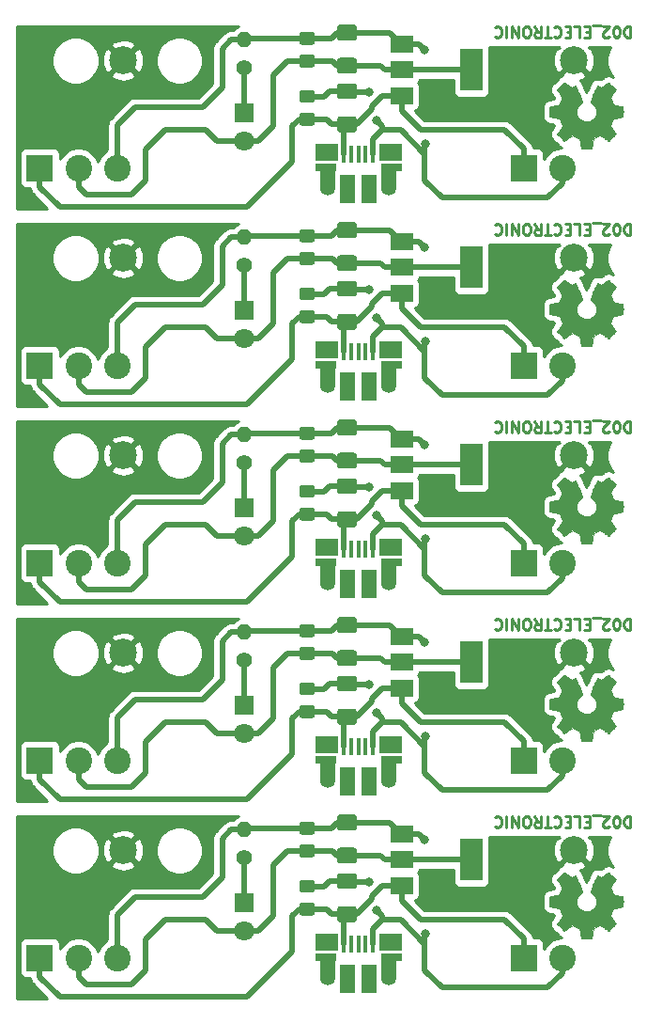
<source format=gbr>
G04 #@! TF.GenerationSoftware,KiCad,Pcbnew,5.1.5-52549c5~86~ubuntu18.04.1*
G04 #@! TF.CreationDate,2020-09-17T20:37:07-05:00*
G04 #@! TF.ProjectId,,58585858-5858-4585-9858-585858585858,rev?*
G04 #@! TF.SameCoordinates,Original*
G04 #@! TF.FileFunction,Copper,L1,Top*
G04 #@! TF.FilePolarity,Positive*
%FSLAX46Y46*%
G04 Gerber Fmt 4.6, Leading zero omitted, Abs format (unit mm)*
G04 Created by KiCad (PCBNEW 5.1.5-52549c5~86~ubuntu18.04.1) date 2020-09-17 20:37:07*
%MOMM*%
%LPD*%
G04 APERTURE LIST*
%ADD10C,0.250000*%
%ADD11C,0.010000*%
%ADD12C,0.100000*%
%ADD13R,2.400000X2.400000*%
%ADD14C,2.400000*%
%ADD15C,2.499360*%
%ADD16R,2.000000X3.800000*%
%ADD17R,2.000000X1.500000*%
%ADD18R,1.800000X1.800000*%
%ADD19C,1.800000*%
%ADD20C,1.400000*%
%ADD21O,1.400000X1.400000*%
%ADD22R,1.350000X2.000000*%
%ADD23R,1.825000X0.700000*%
%ADD24R,0.400000X1.650000*%
%ADD25O,1.100000X1.500000*%
%ADD26O,1.350000X1.700000*%
%ADD27R,1.430000X2.500000*%
%ADD28C,0.800000*%
%ADD29C,0.500000*%
%ADD30C,0.254000*%
G04 APERTURE END LIST*
D10*
X104369428Y-98709219D02*
X104369428Y-99709219D01*
X104131333Y-99709219D01*
X103988476Y-99661600D01*
X103893238Y-99566361D01*
X103845619Y-99471123D01*
X103798000Y-99280647D01*
X103798000Y-99137790D01*
X103845619Y-98947314D01*
X103893238Y-98852076D01*
X103988476Y-98756838D01*
X104131333Y-98709219D01*
X104369428Y-98709219D01*
X103178952Y-99709219D02*
X103083714Y-99709219D01*
X102988476Y-99661600D01*
X102940857Y-99613980D01*
X102893238Y-99518742D01*
X102845619Y-99328266D01*
X102845619Y-99090171D01*
X102893238Y-98899695D01*
X102940857Y-98804457D01*
X102988476Y-98756838D01*
X103083714Y-98709219D01*
X103178952Y-98709219D01*
X103274190Y-98756838D01*
X103321809Y-98804457D01*
X103369428Y-98899695D01*
X103417047Y-99090171D01*
X103417047Y-99328266D01*
X103369428Y-99518742D01*
X103321809Y-99613980D01*
X103274190Y-99661600D01*
X103178952Y-99709219D01*
X102464666Y-99613980D02*
X102417047Y-99661600D01*
X102321809Y-99709219D01*
X102083714Y-99709219D01*
X101988476Y-99661600D01*
X101940857Y-99613980D01*
X101893238Y-99518742D01*
X101893238Y-99423504D01*
X101940857Y-99280647D01*
X102512285Y-98709219D01*
X101893238Y-98709219D01*
X101702761Y-98613980D02*
X100940857Y-98613980D01*
X100702761Y-99233028D02*
X100369428Y-99233028D01*
X100226571Y-98709219D02*
X100702761Y-98709219D01*
X100702761Y-99709219D01*
X100226571Y-99709219D01*
X99321809Y-98709219D02*
X99798000Y-98709219D01*
X99798000Y-99709219D01*
X98988476Y-99233028D02*
X98655142Y-99233028D01*
X98512285Y-98709219D02*
X98988476Y-98709219D01*
X98988476Y-99709219D01*
X98512285Y-99709219D01*
X97512285Y-98804457D02*
X97559904Y-98756838D01*
X97702761Y-98709219D01*
X97798000Y-98709219D01*
X97940857Y-98756838D01*
X98036095Y-98852076D01*
X98083714Y-98947314D01*
X98131333Y-99137790D01*
X98131333Y-99280647D01*
X98083714Y-99471123D01*
X98036095Y-99566361D01*
X97940857Y-99661600D01*
X97798000Y-99709219D01*
X97702761Y-99709219D01*
X97559904Y-99661600D01*
X97512285Y-99613980D01*
X97226571Y-99709219D02*
X96655142Y-99709219D01*
X96940857Y-98709219D02*
X96940857Y-99709219D01*
X95750380Y-98709219D02*
X96083714Y-99185409D01*
X96321809Y-98709219D02*
X96321809Y-99709219D01*
X95940857Y-99709219D01*
X95845619Y-99661600D01*
X95798000Y-99613980D01*
X95750380Y-99518742D01*
X95750380Y-99375885D01*
X95798000Y-99280647D01*
X95845619Y-99233028D01*
X95940857Y-99185409D01*
X96321809Y-99185409D01*
X95131333Y-99709219D02*
X94940857Y-99709219D01*
X94845619Y-99661600D01*
X94750380Y-99566361D01*
X94702761Y-99375885D01*
X94702761Y-99042552D01*
X94750380Y-98852076D01*
X94845619Y-98756838D01*
X94940857Y-98709219D01*
X95131333Y-98709219D01*
X95226571Y-98756838D01*
X95321809Y-98852076D01*
X95369428Y-99042552D01*
X95369428Y-99375885D01*
X95321809Y-99566361D01*
X95226571Y-99661600D01*
X95131333Y-99709219D01*
X94274190Y-98709219D02*
X94274190Y-99709219D01*
X93702761Y-98709219D01*
X93702761Y-99709219D01*
X93226571Y-98709219D02*
X93226571Y-99709219D01*
X92178952Y-98804457D02*
X92226571Y-98756838D01*
X92369428Y-98709219D01*
X92464666Y-98709219D01*
X92607523Y-98756838D01*
X92702761Y-98852076D01*
X92750380Y-98947314D01*
X92798000Y-99137790D01*
X92798000Y-99280647D01*
X92750380Y-99471123D01*
X92702761Y-99566361D01*
X92607523Y-99661600D01*
X92464666Y-99709219D01*
X92369428Y-99709219D01*
X92226571Y-99661600D01*
X92178952Y-99613980D01*
X104369428Y-80929219D02*
X104369428Y-81929219D01*
X104131333Y-81929219D01*
X103988476Y-81881600D01*
X103893238Y-81786361D01*
X103845619Y-81691123D01*
X103798000Y-81500647D01*
X103798000Y-81357790D01*
X103845619Y-81167314D01*
X103893238Y-81072076D01*
X103988476Y-80976838D01*
X104131333Y-80929219D01*
X104369428Y-80929219D01*
X103178952Y-81929219D02*
X103083714Y-81929219D01*
X102988476Y-81881600D01*
X102940857Y-81833980D01*
X102893238Y-81738742D01*
X102845619Y-81548266D01*
X102845619Y-81310171D01*
X102893238Y-81119695D01*
X102940857Y-81024457D01*
X102988476Y-80976838D01*
X103083714Y-80929219D01*
X103178952Y-80929219D01*
X103274190Y-80976838D01*
X103321809Y-81024457D01*
X103369428Y-81119695D01*
X103417047Y-81310171D01*
X103417047Y-81548266D01*
X103369428Y-81738742D01*
X103321809Y-81833980D01*
X103274190Y-81881600D01*
X103178952Y-81929219D01*
X102464666Y-81833980D02*
X102417047Y-81881600D01*
X102321809Y-81929219D01*
X102083714Y-81929219D01*
X101988476Y-81881600D01*
X101940857Y-81833980D01*
X101893238Y-81738742D01*
X101893238Y-81643504D01*
X101940857Y-81500647D01*
X102512285Y-80929219D01*
X101893238Y-80929219D01*
X101702761Y-80833980D02*
X100940857Y-80833980D01*
X100702761Y-81453028D02*
X100369428Y-81453028D01*
X100226571Y-80929219D02*
X100702761Y-80929219D01*
X100702761Y-81929219D01*
X100226571Y-81929219D01*
X99321809Y-80929219D02*
X99798000Y-80929219D01*
X99798000Y-81929219D01*
X98988476Y-81453028D02*
X98655142Y-81453028D01*
X98512285Y-80929219D02*
X98988476Y-80929219D01*
X98988476Y-81929219D01*
X98512285Y-81929219D01*
X97512285Y-81024457D02*
X97559904Y-80976838D01*
X97702761Y-80929219D01*
X97798000Y-80929219D01*
X97940857Y-80976838D01*
X98036095Y-81072076D01*
X98083714Y-81167314D01*
X98131333Y-81357790D01*
X98131333Y-81500647D01*
X98083714Y-81691123D01*
X98036095Y-81786361D01*
X97940857Y-81881600D01*
X97798000Y-81929219D01*
X97702761Y-81929219D01*
X97559904Y-81881600D01*
X97512285Y-81833980D01*
X97226571Y-81929219D02*
X96655142Y-81929219D01*
X96940857Y-80929219D02*
X96940857Y-81929219D01*
X95750380Y-80929219D02*
X96083714Y-81405409D01*
X96321809Y-80929219D02*
X96321809Y-81929219D01*
X95940857Y-81929219D01*
X95845619Y-81881600D01*
X95798000Y-81833980D01*
X95750380Y-81738742D01*
X95750380Y-81595885D01*
X95798000Y-81500647D01*
X95845619Y-81453028D01*
X95940857Y-81405409D01*
X96321809Y-81405409D01*
X95131333Y-81929219D02*
X94940857Y-81929219D01*
X94845619Y-81881600D01*
X94750380Y-81786361D01*
X94702761Y-81595885D01*
X94702761Y-81262552D01*
X94750380Y-81072076D01*
X94845619Y-80976838D01*
X94940857Y-80929219D01*
X95131333Y-80929219D01*
X95226571Y-80976838D01*
X95321809Y-81072076D01*
X95369428Y-81262552D01*
X95369428Y-81595885D01*
X95321809Y-81786361D01*
X95226571Y-81881600D01*
X95131333Y-81929219D01*
X94274190Y-80929219D02*
X94274190Y-81929219D01*
X93702761Y-80929219D01*
X93702761Y-81929219D01*
X93226571Y-80929219D02*
X93226571Y-81929219D01*
X92178952Y-81024457D02*
X92226571Y-80976838D01*
X92369428Y-80929219D01*
X92464666Y-80929219D01*
X92607523Y-80976838D01*
X92702761Y-81072076D01*
X92750380Y-81167314D01*
X92798000Y-81357790D01*
X92798000Y-81500647D01*
X92750380Y-81691123D01*
X92702761Y-81786361D01*
X92607523Y-81881600D01*
X92464666Y-81929219D01*
X92369428Y-81929219D01*
X92226571Y-81881600D01*
X92178952Y-81833980D01*
X104369428Y-63149219D02*
X104369428Y-64149219D01*
X104131333Y-64149219D01*
X103988476Y-64101600D01*
X103893238Y-64006361D01*
X103845619Y-63911123D01*
X103798000Y-63720647D01*
X103798000Y-63577790D01*
X103845619Y-63387314D01*
X103893238Y-63292076D01*
X103988476Y-63196838D01*
X104131333Y-63149219D01*
X104369428Y-63149219D01*
X103178952Y-64149219D02*
X103083714Y-64149219D01*
X102988476Y-64101600D01*
X102940857Y-64053980D01*
X102893238Y-63958742D01*
X102845619Y-63768266D01*
X102845619Y-63530171D01*
X102893238Y-63339695D01*
X102940857Y-63244457D01*
X102988476Y-63196838D01*
X103083714Y-63149219D01*
X103178952Y-63149219D01*
X103274190Y-63196838D01*
X103321809Y-63244457D01*
X103369428Y-63339695D01*
X103417047Y-63530171D01*
X103417047Y-63768266D01*
X103369428Y-63958742D01*
X103321809Y-64053980D01*
X103274190Y-64101600D01*
X103178952Y-64149219D01*
X102464666Y-64053980D02*
X102417047Y-64101600D01*
X102321809Y-64149219D01*
X102083714Y-64149219D01*
X101988476Y-64101600D01*
X101940857Y-64053980D01*
X101893238Y-63958742D01*
X101893238Y-63863504D01*
X101940857Y-63720647D01*
X102512285Y-63149219D01*
X101893238Y-63149219D01*
X101702761Y-63053980D02*
X100940857Y-63053980D01*
X100702761Y-63673028D02*
X100369428Y-63673028D01*
X100226571Y-63149219D02*
X100702761Y-63149219D01*
X100702761Y-64149219D01*
X100226571Y-64149219D01*
X99321809Y-63149219D02*
X99798000Y-63149219D01*
X99798000Y-64149219D01*
X98988476Y-63673028D02*
X98655142Y-63673028D01*
X98512285Y-63149219D02*
X98988476Y-63149219D01*
X98988476Y-64149219D01*
X98512285Y-64149219D01*
X97512285Y-63244457D02*
X97559904Y-63196838D01*
X97702761Y-63149219D01*
X97798000Y-63149219D01*
X97940857Y-63196838D01*
X98036095Y-63292076D01*
X98083714Y-63387314D01*
X98131333Y-63577790D01*
X98131333Y-63720647D01*
X98083714Y-63911123D01*
X98036095Y-64006361D01*
X97940857Y-64101600D01*
X97798000Y-64149219D01*
X97702761Y-64149219D01*
X97559904Y-64101600D01*
X97512285Y-64053980D01*
X97226571Y-64149219D02*
X96655142Y-64149219D01*
X96940857Y-63149219D02*
X96940857Y-64149219D01*
X95750380Y-63149219D02*
X96083714Y-63625409D01*
X96321809Y-63149219D02*
X96321809Y-64149219D01*
X95940857Y-64149219D01*
X95845619Y-64101600D01*
X95798000Y-64053980D01*
X95750380Y-63958742D01*
X95750380Y-63815885D01*
X95798000Y-63720647D01*
X95845619Y-63673028D01*
X95940857Y-63625409D01*
X96321809Y-63625409D01*
X95131333Y-64149219D02*
X94940857Y-64149219D01*
X94845619Y-64101600D01*
X94750380Y-64006361D01*
X94702761Y-63815885D01*
X94702761Y-63482552D01*
X94750380Y-63292076D01*
X94845619Y-63196838D01*
X94940857Y-63149219D01*
X95131333Y-63149219D01*
X95226571Y-63196838D01*
X95321809Y-63292076D01*
X95369428Y-63482552D01*
X95369428Y-63815885D01*
X95321809Y-64006361D01*
X95226571Y-64101600D01*
X95131333Y-64149219D01*
X94274190Y-63149219D02*
X94274190Y-64149219D01*
X93702761Y-63149219D01*
X93702761Y-64149219D01*
X93226571Y-63149219D02*
X93226571Y-64149219D01*
X92178952Y-63244457D02*
X92226571Y-63196838D01*
X92369428Y-63149219D01*
X92464666Y-63149219D01*
X92607523Y-63196838D01*
X92702761Y-63292076D01*
X92750380Y-63387314D01*
X92798000Y-63577790D01*
X92798000Y-63720647D01*
X92750380Y-63911123D01*
X92702761Y-64006361D01*
X92607523Y-64101600D01*
X92464666Y-64149219D01*
X92369428Y-64149219D01*
X92226571Y-64101600D01*
X92178952Y-64053980D01*
X104369428Y-45369219D02*
X104369428Y-46369219D01*
X104131333Y-46369219D01*
X103988476Y-46321600D01*
X103893238Y-46226361D01*
X103845619Y-46131123D01*
X103798000Y-45940647D01*
X103798000Y-45797790D01*
X103845619Y-45607314D01*
X103893238Y-45512076D01*
X103988476Y-45416838D01*
X104131333Y-45369219D01*
X104369428Y-45369219D01*
X103178952Y-46369219D02*
X103083714Y-46369219D01*
X102988476Y-46321600D01*
X102940857Y-46273980D01*
X102893238Y-46178742D01*
X102845619Y-45988266D01*
X102845619Y-45750171D01*
X102893238Y-45559695D01*
X102940857Y-45464457D01*
X102988476Y-45416838D01*
X103083714Y-45369219D01*
X103178952Y-45369219D01*
X103274190Y-45416838D01*
X103321809Y-45464457D01*
X103369428Y-45559695D01*
X103417047Y-45750171D01*
X103417047Y-45988266D01*
X103369428Y-46178742D01*
X103321809Y-46273980D01*
X103274190Y-46321600D01*
X103178952Y-46369219D01*
X102464666Y-46273980D02*
X102417047Y-46321600D01*
X102321809Y-46369219D01*
X102083714Y-46369219D01*
X101988476Y-46321600D01*
X101940857Y-46273980D01*
X101893238Y-46178742D01*
X101893238Y-46083504D01*
X101940857Y-45940647D01*
X102512285Y-45369219D01*
X101893238Y-45369219D01*
X101702761Y-45273980D02*
X100940857Y-45273980D01*
X100702761Y-45893028D02*
X100369428Y-45893028D01*
X100226571Y-45369219D02*
X100702761Y-45369219D01*
X100702761Y-46369219D01*
X100226571Y-46369219D01*
X99321809Y-45369219D02*
X99798000Y-45369219D01*
X99798000Y-46369219D01*
X98988476Y-45893028D02*
X98655142Y-45893028D01*
X98512285Y-45369219D02*
X98988476Y-45369219D01*
X98988476Y-46369219D01*
X98512285Y-46369219D01*
X97512285Y-45464457D02*
X97559904Y-45416838D01*
X97702761Y-45369219D01*
X97798000Y-45369219D01*
X97940857Y-45416838D01*
X98036095Y-45512076D01*
X98083714Y-45607314D01*
X98131333Y-45797790D01*
X98131333Y-45940647D01*
X98083714Y-46131123D01*
X98036095Y-46226361D01*
X97940857Y-46321600D01*
X97798000Y-46369219D01*
X97702761Y-46369219D01*
X97559904Y-46321600D01*
X97512285Y-46273980D01*
X97226571Y-46369219D02*
X96655142Y-46369219D01*
X96940857Y-45369219D02*
X96940857Y-46369219D01*
X95750380Y-45369219D02*
X96083714Y-45845409D01*
X96321809Y-45369219D02*
X96321809Y-46369219D01*
X95940857Y-46369219D01*
X95845619Y-46321600D01*
X95798000Y-46273980D01*
X95750380Y-46178742D01*
X95750380Y-46035885D01*
X95798000Y-45940647D01*
X95845619Y-45893028D01*
X95940857Y-45845409D01*
X96321809Y-45845409D01*
X95131333Y-46369219D02*
X94940857Y-46369219D01*
X94845619Y-46321600D01*
X94750380Y-46226361D01*
X94702761Y-46035885D01*
X94702761Y-45702552D01*
X94750380Y-45512076D01*
X94845619Y-45416838D01*
X94940857Y-45369219D01*
X95131333Y-45369219D01*
X95226571Y-45416838D01*
X95321809Y-45512076D01*
X95369428Y-45702552D01*
X95369428Y-46035885D01*
X95321809Y-46226361D01*
X95226571Y-46321600D01*
X95131333Y-46369219D01*
X94274190Y-45369219D02*
X94274190Y-46369219D01*
X93702761Y-45369219D01*
X93702761Y-46369219D01*
X93226571Y-45369219D02*
X93226571Y-46369219D01*
X92178952Y-45464457D02*
X92226571Y-45416838D01*
X92369428Y-45369219D01*
X92464666Y-45369219D01*
X92607523Y-45416838D01*
X92702761Y-45512076D01*
X92750380Y-45607314D01*
X92798000Y-45797790D01*
X92798000Y-45940647D01*
X92750380Y-46131123D01*
X92702761Y-46226361D01*
X92607523Y-46321600D01*
X92464666Y-46369219D01*
X92369428Y-46369219D01*
X92226571Y-46321600D01*
X92178952Y-46273980D01*
X104369428Y-27589219D02*
X104369428Y-28589219D01*
X104131333Y-28589219D01*
X103988476Y-28541600D01*
X103893238Y-28446361D01*
X103845619Y-28351123D01*
X103798000Y-28160647D01*
X103798000Y-28017790D01*
X103845619Y-27827314D01*
X103893238Y-27732076D01*
X103988476Y-27636838D01*
X104131333Y-27589219D01*
X104369428Y-27589219D01*
X103178952Y-28589219D02*
X103083714Y-28589219D01*
X102988476Y-28541600D01*
X102940857Y-28493980D01*
X102893238Y-28398742D01*
X102845619Y-28208266D01*
X102845619Y-27970171D01*
X102893238Y-27779695D01*
X102940857Y-27684457D01*
X102988476Y-27636838D01*
X103083714Y-27589219D01*
X103178952Y-27589219D01*
X103274190Y-27636838D01*
X103321809Y-27684457D01*
X103369428Y-27779695D01*
X103417047Y-27970171D01*
X103417047Y-28208266D01*
X103369428Y-28398742D01*
X103321809Y-28493980D01*
X103274190Y-28541600D01*
X103178952Y-28589219D01*
X102464666Y-28493980D02*
X102417047Y-28541600D01*
X102321809Y-28589219D01*
X102083714Y-28589219D01*
X101988476Y-28541600D01*
X101940857Y-28493980D01*
X101893238Y-28398742D01*
X101893238Y-28303504D01*
X101940857Y-28160647D01*
X102512285Y-27589219D01*
X101893238Y-27589219D01*
X101702761Y-27493980D02*
X100940857Y-27493980D01*
X100702761Y-28113028D02*
X100369428Y-28113028D01*
X100226571Y-27589219D02*
X100702761Y-27589219D01*
X100702761Y-28589219D01*
X100226571Y-28589219D01*
X99321809Y-27589219D02*
X99798000Y-27589219D01*
X99798000Y-28589219D01*
X98988476Y-28113028D02*
X98655142Y-28113028D01*
X98512285Y-27589219D02*
X98988476Y-27589219D01*
X98988476Y-28589219D01*
X98512285Y-28589219D01*
X97512285Y-27684457D02*
X97559904Y-27636838D01*
X97702761Y-27589219D01*
X97798000Y-27589219D01*
X97940857Y-27636838D01*
X98036095Y-27732076D01*
X98083714Y-27827314D01*
X98131333Y-28017790D01*
X98131333Y-28160647D01*
X98083714Y-28351123D01*
X98036095Y-28446361D01*
X97940857Y-28541600D01*
X97798000Y-28589219D01*
X97702761Y-28589219D01*
X97559904Y-28541600D01*
X97512285Y-28493980D01*
X97226571Y-28589219D02*
X96655142Y-28589219D01*
X96940857Y-27589219D02*
X96940857Y-28589219D01*
X95750380Y-27589219D02*
X96083714Y-28065409D01*
X96321809Y-27589219D02*
X96321809Y-28589219D01*
X95940857Y-28589219D01*
X95845619Y-28541600D01*
X95798000Y-28493980D01*
X95750380Y-28398742D01*
X95750380Y-28255885D01*
X95798000Y-28160647D01*
X95845619Y-28113028D01*
X95940857Y-28065409D01*
X96321809Y-28065409D01*
X95131333Y-28589219D02*
X94940857Y-28589219D01*
X94845619Y-28541600D01*
X94750380Y-28446361D01*
X94702761Y-28255885D01*
X94702761Y-27922552D01*
X94750380Y-27732076D01*
X94845619Y-27636838D01*
X94940857Y-27589219D01*
X95131333Y-27589219D01*
X95226571Y-27636838D01*
X95321809Y-27732076D01*
X95369428Y-27922552D01*
X95369428Y-28255885D01*
X95321809Y-28446361D01*
X95226571Y-28541600D01*
X95131333Y-28589219D01*
X94274190Y-27589219D02*
X94274190Y-28589219D01*
X93702761Y-27589219D01*
X93702761Y-28589219D01*
X93226571Y-27589219D02*
X93226571Y-28589219D01*
X92178952Y-27684457D02*
X92226571Y-27636838D01*
X92369428Y-27589219D01*
X92464666Y-27589219D01*
X92607523Y-27636838D01*
X92702761Y-27732076D01*
X92750380Y-27827314D01*
X92798000Y-28017790D01*
X92798000Y-28160647D01*
X92750380Y-28351123D01*
X92702761Y-28446361D01*
X92607523Y-28541600D01*
X92464666Y-28589219D01*
X92369428Y-28589219D01*
X92226571Y-28541600D01*
X92178952Y-28493980D01*
D11*
G36*
X99875786Y-109236469D02*
G01*
X99791965Y-108791845D01*
X99482680Y-108664347D01*
X99173394Y-108536849D01*
X98802354Y-108789154D01*
X98698443Y-108859404D01*
X98604513Y-108922128D01*
X98524948Y-108974462D01*
X98464130Y-109013543D01*
X98426443Y-109036507D01*
X98416179Y-109041458D01*
X98397690Y-109028724D01*
X98358180Y-108993518D01*
X98302078Y-108940338D01*
X98233813Y-108873682D01*
X98157814Y-108798046D01*
X98078508Y-108717928D01*
X98000325Y-108637826D01*
X97927693Y-108562236D01*
X97865041Y-108495655D01*
X97816797Y-108442582D01*
X97787390Y-108407513D01*
X97780359Y-108395777D01*
X97790477Y-108374140D01*
X97818841Y-108326738D01*
X97862471Y-108258207D01*
X97918382Y-108173185D01*
X97983594Y-108076307D01*
X98021381Y-108021050D01*
X98090257Y-107920152D01*
X98151460Y-107829101D01*
X98202022Y-107752430D01*
X98238972Y-107694672D01*
X98259342Y-107660357D01*
X98262403Y-107653146D01*
X98255464Y-107632652D01*
X98236549Y-107584887D01*
X98208513Y-107516568D01*
X98174209Y-107434411D01*
X98136491Y-107345130D01*
X98098213Y-107255442D01*
X98062230Y-107172062D01*
X98031394Y-107101706D01*
X98008561Y-107051090D01*
X97996583Y-107026929D01*
X97995876Y-107025978D01*
X97977069Y-107021364D01*
X97926982Y-107011072D01*
X97850807Y-106996113D01*
X97753735Y-106977499D01*
X97640957Y-106956241D01*
X97575158Y-106943982D01*
X97454650Y-106921038D01*
X97345803Y-106899205D01*
X97254124Y-106879678D01*
X97185119Y-106863652D01*
X97144296Y-106852321D01*
X97136089Y-106848726D01*
X97128052Y-106824394D01*
X97121567Y-106769441D01*
X97116630Y-106690292D01*
X97113236Y-106593374D01*
X97111382Y-106485113D01*
X97111062Y-106371935D01*
X97112273Y-106260265D01*
X97115010Y-106156532D01*
X97119269Y-106067159D01*
X97125045Y-105998574D01*
X97132333Y-105957203D01*
X97136705Y-105948590D01*
X97162836Y-105938267D01*
X97218207Y-105923508D01*
X97295493Y-105906048D01*
X97387370Y-105887620D01*
X97419442Y-105881659D01*
X97574076Y-105853334D01*
X97696225Y-105830524D01*
X97789927Y-105812320D01*
X97859216Y-105797817D01*
X97908129Y-105786108D01*
X97940703Y-105776285D01*
X97960972Y-105767444D01*
X97972974Y-105758676D01*
X97974653Y-105756943D01*
X97991416Y-105729029D01*
X98016986Y-105674705D01*
X98048812Y-105600623D01*
X98084340Y-105513435D01*
X98121017Y-105419792D01*
X98156289Y-105326348D01*
X98187604Y-105239753D01*
X98212407Y-105166660D01*
X98228146Y-105113722D01*
X98232268Y-105087589D01*
X98231924Y-105086674D01*
X98217959Y-105065314D01*
X98186278Y-105018316D01*
X98140209Y-104950573D01*
X98083082Y-104866977D01*
X98018227Y-104772418D01*
X97999757Y-104745546D01*
X97933901Y-104648125D01*
X97875950Y-104559237D01*
X97829062Y-104483988D01*
X97796393Y-104427480D01*
X97781100Y-104394819D01*
X97780359Y-104390807D01*
X97793208Y-104369716D01*
X97828712Y-104327936D01*
X97882307Y-104269955D01*
X97949429Y-104200265D01*
X98025513Y-104123355D01*
X98105996Y-104043717D01*
X98186313Y-103965839D01*
X98261901Y-103894214D01*
X98328195Y-103833330D01*
X98380631Y-103787679D01*
X98414645Y-103761750D01*
X98424055Y-103757517D01*
X98445957Y-103767488D01*
X98490800Y-103794380D01*
X98551279Y-103833664D01*
X98597811Y-103865283D01*
X98682125Y-103923302D01*
X98781974Y-103991616D01*
X98882127Y-104059821D01*
X98935973Y-104096325D01*
X99118229Y-104219600D01*
X99271219Y-104136880D01*
X99340918Y-104100641D01*
X99400186Y-104072474D01*
X99440289Y-104056409D01*
X99450497Y-104054174D01*
X99462771Y-104070678D01*
X99486987Y-104117318D01*
X99521337Y-104189791D01*
X99564012Y-104283794D01*
X99613206Y-104395026D01*
X99667110Y-104519185D01*
X99723916Y-104651968D01*
X99781818Y-104789073D01*
X99839007Y-104926198D01*
X99893676Y-105059042D01*
X99944016Y-105183302D01*
X99988220Y-105294675D01*
X100024481Y-105388861D01*
X100050991Y-105461556D01*
X100065942Y-105508459D01*
X100068346Y-105524567D01*
X100049289Y-105545114D01*
X100007564Y-105578467D01*
X99951894Y-105617698D01*
X99947222Y-105620801D01*
X99803336Y-105735977D01*
X99687317Y-105870347D01*
X99600170Y-106019616D01*
X99542901Y-106179487D01*
X99516514Y-106345663D01*
X99522015Y-106513848D01*
X99560410Y-106679745D01*
X99632705Y-106839058D01*
X99653974Y-106873913D01*
X99764604Y-107014663D01*
X99895298Y-107127686D01*
X100041536Y-107212397D01*
X100198792Y-107268206D01*
X100362543Y-107294526D01*
X100528267Y-107290770D01*
X100691438Y-107256350D01*
X100847535Y-107190677D01*
X100992033Y-107093165D01*
X101036731Y-107053587D01*
X101150488Y-106929697D01*
X101233382Y-106799276D01*
X101290244Y-106653085D01*
X101321913Y-106508312D01*
X101329731Y-106345540D01*
X101303662Y-106181960D01*
X101246355Y-106023102D01*
X101160456Y-105874494D01*
X101048614Y-105741665D01*
X100913477Y-105630144D01*
X100895717Y-105618389D01*
X100839450Y-105579892D01*
X100796677Y-105546537D01*
X100776228Y-105525240D01*
X100775931Y-105524567D01*
X100780321Y-105501529D01*
X100797724Y-105449243D01*
X100826332Y-105372010D01*
X100864335Y-105274132D01*
X100909926Y-105159909D01*
X100961297Y-105033642D01*
X101016638Y-104899633D01*
X101074142Y-104762182D01*
X101131999Y-104625592D01*
X101188402Y-104494163D01*
X101241542Y-104372195D01*
X101289610Y-104263991D01*
X101330799Y-104173851D01*
X101363299Y-104106077D01*
X101385303Y-104064970D01*
X101394164Y-104054174D01*
X101421240Y-104062581D01*
X101471903Y-104085128D01*
X101537417Y-104117787D01*
X101573441Y-104136880D01*
X101726432Y-104219600D01*
X101908688Y-104096325D01*
X102001725Y-104033172D01*
X102103585Y-103963673D01*
X102199038Y-103898235D01*
X102246850Y-103865283D01*
X102314095Y-103820127D01*
X102371036Y-103784343D01*
X102410246Y-103762462D01*
X102422981Y-103757837D01*
X102441517Y-103770315D01*
X102482541Y-103805148D01*
X102542075Y-103858722D01*
X102616142Y-103927417D01*
X102700765Y-104007619D01*
X102754285Y-104059114D01*
X102847919Y-104151114D01*
X102928841Y-104233401D01*
X102993777Y-104302455D01*
X103039458Y-104354756D01*
X103062611Y-104386784D01*
X103064832Y-104393284D01*
X103054524Y-104418006D01*
X103026039Y-104467995D01*
X102982537Y-104538188D01*
X102927177Y-104623525D01*
X102863120Y-104718944D01*
X102844903Y-104745546D01*
X102778527Y-104842233D01*
X102718978Y-104929283D01*
X102669584Y-105001805D01*
X102633675Y-105054907D01*
X102614581Y-105083697D01*
X102612736Y-105086674D01*
X102615495Y-105109618D01*
X102630138Y-105160064D01*
X102654113Y-105231359D01*
X102684866Y-105316853D01*
X102719844Y-105409893D01*
X102756493Y-105503826D01*
X102792261Y-105592001D01*
X102824594Y-105667766D01*
X102850938Y-105724469D01*
X102868742Y-105755457D01*
X102870007Y-105756943D01*
X102880894Y-105765799D01*
X102899282Y-105774557D01*
X102929206Y-105784123D01*
X102974703Y-105795404D01*
X103039809Y-105809307D01*
X103128561Y-105826737D01*
X103244993Y-105848602D01*
X103393142Y-105875809D01*
X103425218Y-105881659D01*
X103520286Y-105900026D01*
X103603165Y-105917995D01*
X103666530Y-105933831D01*
X103703058Y-105945800D01*
X103707956Y-105948590D01*
X103716027Y-105973328D01*
X103722587Y-106028610D01*
X103727633Y-106108011D01*
X103731159Y-106205104D01*
X103733161Y-106313462D01*
X103733636Y-106426660D01*
X103732577Y-106538272D01*
X103729982Y-106641871D01*
X103725846Y-106731032D01*
X103720163Y-106799328D01*
X103712931Y-106840334D01*
X103708571Y-106848726D01*
X103684298Y-106857192D01*
X103629026Y-106870965D01*
X103548262Y-106888850D01*
X103447512Y-106909652D01*
X103332283Y-106932177D01*
X103269502Y-106943982D01*
X103150387Y-106966249D01*
X103044165Y-106986421D01*
X102956027Y-107003485D01*
X102891166Y-107016431D01*
X102854774Y-107024245D01*
X102848784Y-107025978D01*
X102838661Y-107045510D01*
X102817262Y-107092557D01*
X102787439Y-107160397D01*
X102752045Y-107242309D01*
X102713932Y-107331572D01*
X102675953Y-107421465D01*
X102640960Y-107505265D01*
X102611806Y-107576253D01*
X102591343Y-107627706D01*
X102582423Y-107652903D01*
X102582257Y-107654004D01*
X102592369Y-107673881D01*
X102620717Y-107719623D01*
X102664323Y-107786683D01*
X102720206Y-107870516D01*
X102785387Y-107966574D01*
X102823279Y-108021750D01*
X102892325Y-108122919D01*
X102953650Y-108214770D01*
X103004263Y-108292656D01*
X103041171Y-108351931D01*
X103061382Y-108387949D01*
X103064301Y-108396023D01*
X103051753Y-108414816D01*
X103017063Y-108454943D01*
X102964663Y-108511907D01*
X102898984Y-108581215D01*
X102824456Y-108658369D01*
X102745513Y-108738875D01*
X102666583Y-108818237D01*
X102592100Y-108891960D01*
X102526494Y-108955548D01*
X102474196Y-109004506D01*
X102439639Y-109034339D01*
X102428078Y-109041458D01*
X102409254Y-109031447D01*
X102364231Y-109003322D01*
X102297387Y-108959946D01*
X102213099Y-108904182D01*
X102115744Y-108838894D01*
X102042307Y-108789154D01*
X101671267Y-108536849D01*
X101052695Y-108791845D01*
X100968875Y-109236469D01*
X100885054Y-109681093D01*
X99959606Y-109681093D01*
X99875786Y-109236469D01*
G37*
X99875786Y-109236469D02*
X99791965Y-108791845D01*
X99482680Y-108664347D01*
X99173394Y-108536849D01*
X98802354Y-108789154D01*
X98698443Y-108859404D01*
X98604513Y-108922128D01*
X98524948Y-108974462D01*
X98464130Y-109013543D01*
X98426443Y-109036507D01*
X98416179Y-109041458D01*
X98397690Y-109028724D01*
X98358180Y-108993518D01*
X98302078Y-108940338D01*
X98233813Y-108873682D01*
X98157814Y-108798046D01*
X98078508Y-108717928D01*
X98000325Y-108637826D01*
X97927693Y-108562236D01*
X97865041Y-108495655D01*
X97816797Y-108442582D01*
X97787390Y-108407513D01*
X97780359Y-108395777D01*
X97790477Y-108374140D01*
X97818841Y-108326738D01*
X97862471Y-108258207D01*
X97918382Y-108173185D01*
X97983594Y-108076307D01*
X98021381Y-108021050D01*
X98090257Y-107920152D01*
X98151460Y-107829101D01*
X98202022Y-107752430D01*
X98238972Y-107694672D01*
X98259342Y-107660357D01*
X98262403Y-107653146D01*
X98255464Y-107632652D01*
X98236549Y-107584887D01*
X98208513Y-107516568D01*
X98174209Y-107434411D01*
X98136491Y-107345130D01*
X98098213Y-107255442D01*
X98062230Y-107172062D01*
X98031394Y-107101706D01*
X98008561Y-107051090D01*
X97996583Y-107026929D01*
X97995876Y-107025978D01*
X97977069Y-107021364D01*
X97926982Y-107011072D01*
X97850807Y-106996113D01*
X97753735Y-106977499D01*
X97640957Y-106956241D01*
X97575158Y-106943982D01*
X97454650Y-106921038D01*
X97345803Y-106899205D01*
X97254124Y-106879678D01*
X97185119Y-106863652D01*
X97144296Y-106852321D01*
X97136089Y-106848726D01*
X97128052Y-106824394D01*
X97121567Y-106769441D01*
X97116630Y-106690292D01*
X97113236Y-106593374D01*
X97111382Y-106485113D01*
X97111062Y-106371935D01*
X97112273Y-106260265D01*
X97115010Y-106156532D01*
X97119269Y-106067159D01*
X97125045Y-105998574D01*
X97132333Y-105957203D01*
X97136705Y-105948590D01*
X97162836Y-105938267D01*
X97218207Y-105923508D01*
X97295493Y-105906048D01*
X97387370Y-105887620D01*
X97419442Y-105881659D01*
X97574076Y-105853334D01*
X97696225Y-105830524D01*
X97789927Y-105812320D01*
X97859216Y-105797817D01*
X97908129Y-105786108D01*
X97940703Y-105776285D01*
X97960972Y-105767444D01*
X97972974Y-105758676D01*
X97974653Y-105756943D01*
X97991416Y-105729029D01*
X98016986Y-105674705D01*
X98048812Y-105600623D01*
X98084340Y-105513435D01*
X98121017Y-105419792D01*
X98156289Y-105326348D01*
X98187604Y-105239753D01*
X98212407Y-105166660D01*
X98228146Y-105113722D01*
X98232268Y-105087589D01*
X98231924Y-105086674D01*
X98217959Y-105065314D01*
X98186278Y-105018316D01*
X98140209Y-104950573D01*
X98083082Y-104866977D01*
X98018227Y-104772418D01*
X97999757Y-104745546D01*
X97933901Y-104648125D01*
X97875950Y-104559237D01*
X97829062Y-104483988D01*
X97796393Y-104427480D01*
X97781100Y-104394819D01*
X97780359Y-104390807D01*
X97793208Y-104369716D01*
X97828712Y-104327936D01*
X97882307Y-104269955D01*
X97949429Y-104200265D01*
X98025513Y-104123355D01*
X98105996Y-104043717D01*
X98186313Y-103965839D01*
X98261901Y-103894214D01*
X98328195Y-103833330D01*
X98380631Y-103787679D01*
X98414645Y-103761750D01*
X98424055Y-103757517D01*
X98445957Y-103767488D01*
X98490800Y-103794380D01*
X98551279Y-103833664D01*
X98597811Y-103865283D01*
X98682125Y-103923302D01*
X98781974Y-103991616D01*
X98882127Y-104059821D01*
X98935973Y-104096325D01*
X99118229Y-104219600D01*
X99271219Y-104136880D01*
X99340918Y-104100641D01*
X99400186Y-104072474D01*
X99440289Y-104056409D01*
X99450497Y-104054174D01*
X99462771Y-104070678D01*
X99486987Y-104117318D01*
X99521337Y-104189791D01*
X99564012Y-104283794D01*
X99613206Y-104395026D01*
X99667110Y-104519185D01*
X99723916Y-104651968D01*
X99781818Y-104789073D01*
X99839007Y-104926198D01*
X99893676Y-105059042D01*
X99944016Y-105183302D01*
X99988220Y-105294675D01*
X100024481Y-105388861D01*
X100050991Y-105461556D01*
X100065942Y-105508459D01*
X100068346Y-105524567D01*
X100049289Y-105545114D01*
X100007564Y-105578467D01*
X99951894Y-105617698D01*
X99947222Y-105620801D01*
X99803336Y-105735977D01*
X99687317Y-105870347D01*
X99600170Y-106019616D01*
X99542901Y-106179487D01*
X99516514Y-106345663D01*
X99522015Y-106513848D01*
X99560410Y-106679745D01*
X99632705Y-106839058D01*
X99653974Y-106873913D01*
X99764604Y-107014663D01*
X99895298Y-107127686D01*
X100041536Y-107212397D01*
X100198792Y-107268206D01*
X100362543Y-107294526D01*
X100528267Y-107290770D01*
X100691438Y-107256350D01*
X100847535Y-107190677D01*
X100992033Y-107093165D01*
X101036731Y-107053587D01*
X101150488Y-106929697D01*
X101233382Y-106799276D01*
X101290244Y-106653085D01*
X101321913Y-106508312D01*
X101329731Y-106345540D01*
X101303662Y-106181960D01*
X101246355Y-106023102D01*
X101160456Y-105874494D01*
X101048614Y-105741665D01*
X100913477Y-105630144D01*
X100895717Y-105618389D01*
X100839450Y-105579892D01*
X100796677Y-105546537D01*
X100776228Y-105525240D01*
X100775931Y-105524567D01*
X100780321Y-105501529D01*
X100797724Y-105449243D01*
X100826332Y-105372010D01*
X100864335Y-105274132D01*
X100909926Y-105159909D01*
X100961297Y-105033642D01*
X101016638Y-104899633D01*
X101074142Y-104762182D01*
X101131999Y-104625592D01*
X101188402Y-104494163D01*
X101241542Y-104372195D01*
X101289610Y-104263991D01*
X101330799Y-104173851D01*
X101363299Y-104106077D01*
X101385303Y-104064970D01*
X101394164Y-104054174D01*
X101421240Y-104062581D01*
X101471903Y-104085128D01*
X101537417Y-104117787D01*
X101573441Y-104136880D01*
X101726432Y-104219600D01*
X101908688Y-104096325D01*
X102001725Y-104033172D01*
X102103585Y-103963673D01*
X102199038Y-103898235D01*
X102246850Y-103865283D01*
X102314095Y-103820127D01*
X102371036Y-103784343D01*
X102410246Y-103762462D01*
X102422981Y-103757837D01*
X102441517Y-103770315D01*
X102482541Y-103805148D01*
X102542075Y-103858722D01*
X102616142Y-103927417D01*
X102700765Y-104007619D01*
X102754285Y-104059114D01*
X102847919Y-104151114D01*
X102928841Y-104233401D01*
X102993777Y-104302455D01*
X103039458Y-104354756D01*
X103062611Y-104386784D01*
X103064832Y-104393284D01*
X103054524Y-104418006D01*
X103026039Y-104467995D01*
X102982537Y-104538188D01*
X102927177Y-104623525D01*
X102863120Y-104718944D01*
X102844903Y-104745546D01*
X102778527Y-104842233D01*
X102718978Y-104929283D01*
X102669584Y-105001805D01*
X102633675Y-105054907D01*
X102614581Y-105083697D01*
X102612736Y-105086674D01*
X102615495Y-105109618D01*
X102630138Y-105160064D01*
X102654113Y-105231359D01*
X102684866Y-105316853D01*
X102719844Y-105409893D01*
X102756493Y-105503826D01*
X102792261Y-105592001D01*
X102824594Y-105667766D01*
X102850938Y-105724469D01*
X102868742Y-105755457D01*
X102870007Y-105756943D01*
X102880894Y-105765799D01*
X102899282Y-105774557D01*
X102929206Y-105784123D01*
X102974703Y-105795404D01*
X103039809Y-105809307D01*
X103128561Y-105826737D01*
X103244993Y-105848602D01*
X103393142Y-105875809D01*
X103425218Y-105881659D01*
X103520286Y-105900026D01*
X103603165Y-105917995D01*
X103666530Y-105933831D01*
X103703058Y-105945800D01*
X103707956Y-105948590D01*
X103716027Y-105973328D01*
X103722587Y-106028610D01*
X103727633Y-106108011D01*
X103731159Y-106205104D01*
X103733161Y-106313462D01*
X103733636Y-106426660D01*
X103732577Y-106538272D01*
X103729982Y-106641871D01*
X103725846Y-106731032D01*
X103720163Y-106799328D01*
X103712931Y-106840334D01*
X103708571Y-106848726D01*
X103684298Y-106857192D01*
X103629026Y-106870965D01*
X103548262Y-106888850D01*
X103447512Y-106909652D01*
X103332283Y-106932177D01*
X103269502Y-106943982D01*
X103150387Y-106966249D01*
X103044165Y-106986421D01*
X102956027Y-107003485D01*
X102891166Y-107016431D01*
X102854774Y-107024245D01*
X102848784Y-107025978D01*
X102838661Y-107045510D01*
X102817262Y-107092557D01*
X102787439Y-107160397D01*
X102752045Y-107242309D01*
X102713932Y-107331572D01*
X102675953Y-107421465D01*
X102640960Y-107505265D01*
X102611806Y-107576253D01*
X102591343Y-107627706D01*
X102582423Y-107652903D01*
X102582257Y-107654004D01*
X102592369Y-107673881D01*
X102620717Y-107719623D01*
X102664323Y-107786683D01*
X102720206Y-107870516D01*
X102785387Y-107966574D01*
X102823279Y-108021750D01*
X102892325Y-108122919D01*
X102953650Y-108214770D01*
X103004263Y-108292656D01*
X103041171Y-108351931D01*
X103061382Y-108387949D01*
X103064301Y-108396023D01*
X103051753Y-108414816D01*
X103017063Y-108454943D01*
X102964663Y-108511907D01*
X102898984Y-108581215D01*
X102824456Y-108658369D01*
X102745513Y-108738875D01*
X102666583Y-108818237D01*
X102592100Y-108891960D01*
X102526494Y-108955548D01*
X102474196Y-109004506D01*
X102439639Y-109034339D01*
X102428078Y-109041458D01*
X102409254Y-109031447D01*
X102364231Y-109003322D01*
X102297387Y-108959946D01*
X102213099Y-108904182D01*
X102115744Y-108838894D01*
X102042307Y-108789154D01*
X101671267Y-108536849D01*
X101052695Y-108791845D01*
X100968875Y-109236469D01*
X100885054Y-109681093D01*
X99959606Y-109681093D01*
X99875786Y-109236469D01*
G36*
X99875786Y-91456469D02*
G01*
X99791965Y-91011845D01*
X99482680Y-90884347D01*
X99173394Y-90756849D01*
X98802354Y-91009154D01*
X98698443Y-91079404D01*
X98604513Y-91142128D01*
X98524948Y-91194462D01*
X98464130Y-91233543D01*
X98426443Y-91256507D01*
X98416179Y-91261458D01*
X98397690Y-91248724D01*
X98358180Y-91213518D01*
X98302078Y-91160338D01*
X98233813Y-91093682D01*
X98157814Y-91018046D01*
X98078508Y-90937928D01*
X98000325Y-90857826D01*
X97927693Y-90782236D01*
X97865041Y-90715655D01*
X97816797Y-90662582D01*
X97787390Y-90627513D01*
X97780359Y-90615777D01*
X97790477Y-90594140D01*
X97818841Y-90546738D01*
X97862471Y-90478207D01*
X97918382Y-90393185D01*
X97983594Y-90296307D01*
X98021381Y-90241050D01*
X98090257Y-90140152D01*
X98151460Y-90049101D01*
X98202022Y-89972430D01*
X98238972Y-89914672D01*
X98259342Y-89880357D01*
X98262403Y-89873146D01*
X98255464Y-89852652D01*
X98236549Y-89804887D01*
X98208513Y-89736568D01*
X98174209Y-89654411D01*
X98136491Y-89565130D01*
X98098213Y-89475442D01*
X98062230Y-89392062D01*
X98031394Y-89321706D01*
X98008561Y-89271090D01*
X97996583Y-89246929D01*
X97995876Y-89245978D01*
X97977069Y-89241364D01*
X97926982Y-89231072D01*
X97850807Y-89216113D01*
X97753735Y-89197499D01*
X97640957Y-89176241D01*
X97575158Y-89163982D01*
X97454650Y-89141038D01*
X97345803Y-89119205D01*
X97254124Y-89099678D01*
X97185119Y-89083652D01*
X97144296Y-89072321D01*
X97136089Y-89068726D01*
X97128052Y-89044394D01*
X97121567Y-88989441D01*
X97116630Y-88910292D01*
X97113236Y-88813374D01*
X97111382Y-88705113D01*
X97111062Y-88591935D01*
X97112273Y-88480265D01*
X97115010Y-88376532D01*
X97119269Y-88287159D01*
X97125045Y-88218574D01*
X97132333Y-88177203D01*
X97136705Y-88168590D01*
X97162836Y-88158267D01*
X97218207Y-88143508D01*
X97295493Y-88126048D01*
X97387370Y-88107620D01*
X97419442Y-88101659D01*
X97574076Y-88073334D01*
X97696225Y-88050524D01*
X97789927Y-88032320D01*
X97859216Y-88017817D01*
X97908129Y-88006108D01*
X97940703Y-87996285D01*
X97960972Y-87987444D01*
X97972974Y-87978676D01*
X97974653Y-87976943D01*
X97991416Y-87949029D01*
X98016986Y-87894705D01*
X98048812Y-87820623D01*
X98084340Y-87733435D01*
X98121017Y-87639792D01*
X98156289Y-87546348D01*
X98187604Y-87459753D01*
X98212407Y-87386660D01*
X98228146Y-87333722D01*
X98232268Y-87307589D01*
X98231924Y-87306674D01*
X98217959Y-87285314D01*
X98186278Y-87238316D01*
X98140209Y-87170573D01*
X98083082Y-87086977D01*
X98018227Y-86992418D01*
X97999757Y-86965546D01*
X97933901Y-86868125D01*
X97875950Y-86779237D01*
X97829062Y-86703988D01*
X97796393Y-86647480D01*
X97781100Y-86614819D01*
X97780359Y-86610807D01*
X97793208Y-86589716D01*
X97828712Y-86547936D01*
X97882307Y-86489955D01*
X97949429Y-86420265D01*
X98025513Y-86343355D01*
X98105996Y-86263717D01*
X98186313Y-86185839D01*
X98261901Y-86114214D01*
X98328195Y-86053330D01*
X98380631Y-86007679D01*
X98414645Y-85981750D01*
X98424055Y-85977517D01*
X98445957Y-85987488D01*
X98490800Y-86014380D01*
X98551279Y-86053664D01*
X98597811Y-86085283D01*
X98682125Y-86143302D01*
X98781974Y-86211616D01*
X98882127Y-86279821D01*
X98935973Y-86316325D01*
X99118229Y-86439600D01*
X99271219Y-86356880D01*
X99340918Y-86320641D01*
X99400186Y-86292474D01*
X99440289Y-86276409D01*
X99450497Y-86274174D01*
X99462771Y-86290678D01*
X99486987Y-86337318D01*
X99521337Y-86409791D01*
X99564012Y-86503794D01*
X99613206Y-86615026D01*
X99667110Y-86739185D01*
X99723916Y-86871968D01*
X99781818Y-87009073D01*
X99839007Y-87146198D01*
X99893676Y-87279042D01*
X99944016Y-87403302D01*
X99988220Y-87514675D01*
X100024481Y-87608861D01*
X100050991Y-87681556D01*
X100065942Y-87728459D01*
X100068346Y-87744567D01*
X100049289Y-87765114D01*
X100007564Y-87798467D01*
X99951894Y-87837698D01*
X99947222Y-87840801D01*
X99803336Y-87955977D01*
X99687317Y-88090347D01*
X99600170Y-88239616D01*
X99542901Y-88399487D01*
X99516514Y-88565663D01*
X99522015Y-88733848D01*
X99560410Y-88899745D01*
X99632705Y-89059058D01*
X99653974Y-89093913D01*
X99764604Y-89234663D01*
X99895298Y-89347686D01*
X100041536Y-89432397D01*
X100198792Y-89488206D01*
X100362543Y-89514526D01*
X100528267Y-89510770D01*
X100691438Y-89476350D01*
X100847535Y-89410677D01*
X100992033Y-89313165D01*
X101036731Y-89273587D01*
X101150488Y-89149697D01*
X101233382Y-89019276D01*
X101290244Y-88873085D01*
X101321913Y-88728312D01*
X101329731Y-88565540D01*
X101303662Y-88401960D01*
X101246355Y-88243102D01*
X101160456Y-88094494D01*
X101048614Y-87961665D01*
X100913477Y-87850144D01*
X100895717Y-87838389D01*
X100839450Y-87799892D01*
X100796677Y-87766537D01*
X100776228Y-87745240D01*
X100775931Y-87744567D01*
X100780321Y-87721529D01*
X100797724Y-87669243D01*
X100826332Y-87592010D01*
X100864335Y-87494132D01*
X100909926Y-87379909D01*
X100961297Y-87253642D01*
X101016638Y-87119633D01*
X101074142Y-86982182D01*
X101131999Y-86845592D01*
X101188402Y-86714163D01*
X101241542Y-86592195D01*
X101289610Y-86483991D01*
X101330799Y-86393851D01*
X101363299Y-86326077D01*
X101385303Y-86284970D01*
X101394164Y-86274174D01*
X101421240Y-86282581D01*
X101471903Y-86305128D01*
X101537417Y-86337787D01*
X101573441Y-86356880D01*
X101726432Y-86439600D01*
X101908688Y-86316325D01*
X102001725Y-86253172D01*
X102103585Y-86183673D01*
X102199038Y-86118235D01*
X102246850Y-86085283D01*
X102314095Y-86040127D01*
X102371036Y-86004343D01*
X102410246Y-85982462D01*
X102422981Y-85977837D01*
X102441517Y-85990315D01*
X102482541Y-86025148D01*
X102542075Y-86078722D01*
X102616142Y-86147417D01*
X102700765Y-86227619D01*
X102754285Y-86279114D01*
X102847919Y-86371114D01*
X102928841Y-86453401D01*
X102993777Y-86522455D01*
X103039458Y-86574756D01*
X103062611Y-86606784D01*
X103064832Y-86613284D01*
X103054524Y-86638006D01*
X103026039Y-86687995D01*
X102982537Y-86758188D01*
X102927177Y-86843525D01*
X102863120Y-86938944D01*
X102844903Y-86965546D01*
X102778527Y-87062233D01*
X102718978Y-87149283D01*
X102669584Y-87221805D01*
X102633675Y-87274907D01*
X102614581Y-87303697D01*
X102612736Y-87306674D01*
X102615495Y-87329618D01*
X102630138Y-87380064D01*
X102654113Y-87451359D01*
X102684866Y-87536853D01*
X102719844Y-87629893D01*
X102756493Y-87723826D01*
X102792261Y-87812001D01*
X102824594Y-87887766D01*
X102850938Y-87944469D01*
X102868742Y-87975457D01*
X102870007Y-87976943D01*
X102880894Y-87985799D01*
X102899282Y-87994557D01*
X102929206Y-88004123D01*
X102974703Y-88015404D01*
X103039809Y-88029307D01*
X103128561Y-88046737D01*
X103244993Y-88068602D01*
X103393142Y-88095809D01*
X103425218Y-88101659D01*
X103520286Y-88120026D01*
X103603165Y-88137995D01*
X103666530Y-88153831D01*
X103703058Y-88165800D01*
X103707956Y-88168590D01*
X103716027Y-88193328D01*
X103722587Y-88248610D01*
X103727633Y-88328011D01*
X103731159Y-88425104D01*
X103733161Y-88533462D01*
X103733636Y-88646660D01*
X103732577Y-88758272D01*
X103729982Y-88861871D01*
X103725846Y-88951032D01*
X103720163Y-89019328D01*
X103712931Y-89060334D01*
X103708571Y-89068726D01*
X103684298Y-89077192D01*
X103629026Y-89090965D01*
X103548262Y-89108850D01*
X103447512Y-89129652D01*
X103332283Y-89152177D01*
X103269502Y-89163982D01*
X103150387Y-89186249D01*
X103044165Y-89206421D01*
X102956027Y-89223485D01*
X102891166Y-89236431D01*
X102854774Y-89244245D01*
X102848784Y-89245978D01*
X102838661Y-89265510D01*
X102817262Y-89312557D01*
X102787439Y-89380397D01*
X102752045Y-89462309D01*
X102713932Y-89551572D01*
X102675953Y-89641465D01*
X102640960Y-89725265D01*
X102611806Y-89796253D01*
X102591343Y-89847706D01*
X102582423Y-89872903D01*
X102582257Y-89874004D01*
X102592369Y-89893881D01*
X102620717Y-89939623D01*
X102664323Y-90006683D01*
X102720206Y-90090516D01*
X102785387Y-90186574D01*
X102823279Y-90241750D01*
X102892325Y-90342919D01*
X102953650Y-90434770D01*
X103004263Y-90512656D01*
X103041171Y-90571931D01*
X103061382Y-90607949D01*
X103064301Y-90616023D01*
X103051753Y-90634816D01*
X103017063Y-90674943D01*
X102964663Y-90731907D01*
X102898984Y-90801215D01*
X102824456Y-90878369D01*
X102745513Y-90958875D01*
X102666583Y-91038237D01*
X102592100Y-91111960D01*
X102526494Y-91175548D01*
X102474196Y-91224506D01*
X102439639Y-91254339D01*
X102428078Y-91261458D01*
X102409254Y-91251447D01*
X102364231Y-91223322D01*
X102297387Y-91179946D01*
X102213099Y-91124182D01*
X102115744Y-91058894D01*
X102042307Y-91009154D01*
X101671267Y-90756849D01*
X101052695Y-91011845D01*
X100968875Y-91456469D01*
X100885054Y-91901093D01*
X99959606Y-91901093D01*
X99875786Y-91456469D01*
G37*
X99875786Y-91456469D02*
X99791965Y-91011845D01*
X99482680Y-90884347D01*
X99173394Y-90756849D01*
X98802354Y-91009154D01*
X98698443Y-91079404D01*
X98604513Y-91142128D01*
X98524948Y-91194462D01*
X98464130Y-91233543D01*
X98426443Y-91256507D01*
X98416179Y-91261458D01*
X98397690Y-91248724D01*
X98358180Y-91213518D01*
X98302078Y-91160338D01*
X98233813Y-91093682D01*
X98157814Y-91018046D01*
X98078508Y-90937928D01*
X98000325Y-90857826D01*
X97927693Y-90782236D01*
X97865041Y-90715655D01*
X97816797Y-90662582D01*
X97787390Y-90627513D01*
X97780359Y-90615777D01*
X97790477Y-90594140D01*
X97818841Y-90546738D01*
X97862471Y-90478207D01*
X97918382Y-90393185D01*
X97983594Y-90296307D01*
X98021381Y-90241050D01*
X98090257Y-90140152D01*
X98151460Y-90049101D01*
X98202022Y-89972430D01*
X98238972Y-89914672D01*
X98259342Y-89880357D01*
X98262403Y-89873146D01*
X98255464Y-89852652D01*
X98236549Y-89804887D01*
X98208513Y-89736568D01*
X98174209Y-89654411D01*
X98136491Y-89565130D01*
X98098213Y-89475442D01*
X98062230Y-89392062D01*
X98031394Y-89321706D01*
X98008561Y-89271090D01*
X97996583Y-89246929D01*
X97995876Y-89245978D01*
X97977069Y-89241364D01*
X97926982Y-89231072D01*
X97850807Y-89216113D01*
X97753735Y-89197499D01*
X97640957Y-89176241D01*
X97575158Y-89163982D01*
X97454650Y-89141038D01*
X97345803Y-89119205D01*
X97254124Y-89099678D01*
X97185119Y-89083652D01*
X97144296Y-89072321D01*
X97136089Y-89068726D01*
X97128052Y-89044394D01*
X97121567Y-88989441D01*
X97116630Y-88910292D01*
X97113236Y-88813374D01*
X97111382Y-88705113D01*
X97111062Y-88591935D01*
X97112273Y-88480265D01*
X97115010Y-88376532D01*
X97119269Y-88287159D01*
X97125045Y-88218574D01*
X97132333Y-88177203D01*
X97136705Y-88168590D01*
X97162836Y-88158267D01*
X97218207Y-88143508D01*
X97295493Y-88126048D01*
X97387370Y-88107620D01*
X97419442Y-88101659D01*
X97574076Y-88073334D01*
X97696225Y-88050524D01*
X97789927Y-88032320D01*
X97859216Y-88017817D01*
X97908129Y-88006108D01*
X97940703Y-87996285D01*
X97960972Y-87987444D01*
X97972974Y-87978676D01*
X97974653Y-87976943D01*
X97991416Y-87949029D01*
X98016986Y-87894705D01*
X98048812Y-87820623D01*
X98084340Y-87733435D01*
X98121017Y-87639792D01*
X98156289Y-87546348D01*
X98187604Y-87459753D01*
X98212407Y-87386660D01*
X98228146Y-87333722D01*
X98232268Y-87307589D01*
X98231924Y-87306674D01*
X98217959Y-87285314D01*
X98186278Y-87238316D01*
X98140209Y-87170573D01*
X98083082Y-87086977D01*
X98018227Y-86992418D01*
X97999757Y-86965546D01*
X97933901Y-86868125D01*
X97875950Y-86779237D01*
X97829062Y-86703988D01*
X97796393Y-86647480D01*
X97781100Y-86614819D01*
X97780359Y-86610807D01*
X97793208Y-86589716D01*
X97828712Y-86547936D01*
X97882307Y-86489955D01*
X97949429Y-86420265D01*
X98025513Y-86343355D01*
X98105996Y-86263717D01*
X98186313Y-86185839D01*
X98261901Y-86114214D01*
X98328195Y-86053330D01*
X98380631Y-86007679D01*
X98414645Y-85981750D01*
X98424055Y-85977517D01*
X98445957Y-85987488D01*
X98490800Y-86014380D01*
X98551279Y-86053664D01*
X98597811Y-86085283D01*
X98682125Y-86143302D01*
X98781974Y-86211616D01*
X98882127Y-86279821D01*
X98935973Y-86316325D01*
X99118229Y-86439600D01*
X99271219Y-86356880D01*
X99340918Y-86320641D01*
X99400186Y-86292474D01*
X99440289Y-86276409D01*
X99450497Y-86274174D01*
X99462771Y-86290678D01*
X99486987Y-86337318D01*
X99521337Y-86409791D01*
X99564012Y-86503794D01*
X99613206Y-86615026D01*
X99667110Y-86739185D01*
X99723916Y-86871968D01*
X99781818Y-87009073D01*
X99839007Y-87146198D01*
X99893676Y-87279042D01*
X99944016Y-87403302D01*
X99988220Y-87514675D01*
X100024481Y-87608861D01*
X100050991Y-87681556D01*
X100065942Y-87728459D01*
X100068346Y-87744567D01*
X100049289Y-87765114D01*
X100007564Y-87798467D01*
X99951894Y-87837698D01*
X99947222Y-87840801D01*
X99803336Y-87955977D01*
X99687317Y-88090347D01*
X99600170Y-88239616D01*
X99542901Y-88399487D01*
X99516514Y-88565663D01*
X99522015Y-88733848D01*
X99560410Y-88899745D01*
X99632705Y-89059058D01*
X99653974Y-89093913D01*
X99764604Y-89234663D01*
X99895298Y-89347686D01*
X100041536Y-89432397D01*
X100198792Y-89488206D01*
X100362543Y-89514526D01*
X100528267Y-89510770D01*
X100691438Y-89476350D01*
X100847535Y-89410677D01*
X100992033Y-89313165D01*
X101036731Y-89273587D01*
X101150488Y-89149697D01*
X101233382Y-89019276D01*
X101290244Y-88873085D01*
X101321913Y-88728312D01*
X101329731Y-88565540D01*
X101303662Y-88401960D01*
X101246355Y-88243102D01*
X101160456Y-88094494D01*
X101048614Y-87961665D01*
X100913477Y-87850144D01*
X100895717Y-87838389D01*
X100839450Y-87799892D01*
X100796677Y-87766537D01*
X100776228Y-87745240D01*
X100775931Y-87744567D01*
X100780321Y-87721529D01*
X100797724Y-87669243D01*
X100826332Y-87592010D01*
X100864335Y-87494132D01*
X100909926Y-87379909D01*
X100961297Y-87253642D01*
X101016638Y-87119633D01*
X101074142Y-86982182D01*
X101131999Y-86845592D01*
X101188402Y-86714163D01*
X101241542Y-86592195D01*
X101289610Y-86483991D01*
X101330799Y-86393851D01*
X101363299Y-86326077D01*
X101385303Y-86284970D01*
X101394164Y-86274174D01*
X101421240Y-86282581D01*
X101471903Y-86305128D01*
X101537417Y-86337787D01*
X101573441Y-86356880D01*
X101726432Y-86439600D01*
X101908688Y-86316325D01*
X102001725Y-86253172D01*
X102103585Y-86183673D01*
X102199038Y-86118235D01*
X102246850Y-86085283D01*
X102314095Y-86040127D01*
X102371036Y-86004343D01*
X102410246Y-85982462D01*
X102422981Y-85977837D01*
X102441517Y-85990315D01*
X102482541Y-86025148D01*
X102542075Y-86078722D01*
X102616142Y-86147417D01*
X102700765Y-86227619D01*
X102754285Y-86279114D01*
X102847919Y-86371114D01*
X102928841Y-86453401D01*
X102993777Y-86522455D01*
X103039458Y-86574756D01*
X103062611Y-86606784D01*
X103064832Y-86613284D01*
X103054524Y-86638006D01*
X103026039Y-86687995D01*
X102982537Y-86758188D01*
X102927177Y-86843525D01*
X102863120Y-86938944D01*
X102844903Y-86965546D01*
X102778527Y-87062233D01*
X102718978Y-87149283D01*
X102669584Y-87221805D01*
X102633675Y-87274907D01*
X102614581Y-87303697D01*
X102612736Y-87306674D01*
X102615495Y-87329618D01*
X102630138Y-87380064D01*
X102654113Y-87451359D01*
X102684866Y-87536853D01*
X102719844Y-87629893D01*
X102756493Y-87723826D01*
X102792261Y-87812001D01*
X102824594Y-87887766D01*
X102850938Y-87944469D01*
X102868742Y-87975457D01*
X102870007Y-87976943D01*
X102880894Y-87985799D01*
X102899282Y-87994557D01*
X102929206Y-88004123D01*
X102974703Y-88015404D01*
X103039809Y-88029307D01*
X103128561Y-88046737D01*
X103244993Y-88068602D01*
X103393142Y-88095809D01*
X103425218Y-88101659D01*
X103520286Y-88120026D01*
X103603165Y-88137995D01*
X103666530Y-88153831D01*
X103703058Y-88165800D01*
X103707956Y-88168590D01*
X103716027Y-88193328D01*
X103722587Y-88248610D01*
X103727633Y-88328011D01*
X103731159Y-88425104D01*
X103733161Y-88533462D01*
X103733636Y-88646660D01*
X103732577Y-88758272D01*
X103729982Y-88861871D01*
X103725846Y-88951032D01*
X103720163Y-89019328D01*
X103712931Y-89060334D01*
X103708571Y-89068726D01*
X103684298Y-89077192D01*
X103629026Y-89090965D01*
X103548262Y-89108850D01*
X103447512Y-89129652D01*
X103332283Y-89152177D01*
X103269502Y-89163982D01*
X103150387Y-89186249D01*
X103044165Y-89206421D01*
X102956027Y-89223485D01*
X102891166Y-89236431D01*
X102854774Y-89244245D01*
X102848784Y-89245978D01*
X102838661Y-89265510D01*
X102817262Y-89312557D01*
X102787439Y-89380397D01*
X102752045Y-89462309D01*
X102713932Y-89551572D01*
X102675953Y-89641465D01*
X102640960Y-89725265D01*
X102611806Y-89796253D01*
X102591343Y-89847706D01*
X102582423Y-89872903D01*
X102582257Y-89874004D01*
X102592369Y-89893881D01*
X102620717Y-89939623D01*
X102664323Y-90006683D01*
X102720206Y-90090516D01*
X102785387Y-90186574D01*
X102823279Y-90241750D01*
X102892325Y-90342919D01*
X102953650Y-90434770D01*
X103004263Y-90512656D01*
X103041171Y-90571931D01*
X103061382Y-90607949D01*
X103064301Y-90616023D01*
X103051753Y-90634816D01*
X103017063Y-90674943D01*
X102964663Y-90731907D01*
X102898984Y-90801215D01*
X102824456Y-90878369D01*
X102745513Y-90958875D01*
X102666583Y-91038237D01*
X102592100Y-91111960D01*
X102526494Y-91175548D01*
X102474196Y-91224506D01*
X102439639Y-91254339D01*
X102428078Y-91261458D01*
X102409254Y-91251447D01*
X102364231Y-91223322D01*
X102297387Y-91179946D01*
X102213099Y-91124182D01*
X102115744Y-91058894D01*
X102042307Y-91009154D01*
X101671267Y-90756849D01*
X101052695Y-91011845D01*
X100968875Y-91456469D01*
X100885054Y-91901093D01*
X99959606Y-91901093D01*
X99875786Y-91456469D01*
G36*
X99875786Y-73676469D02*
G01*
X99791965Y-73231845D01*
X99482680Y-73104347D01*
X99173394Y-72976849D01*
X98802354Y-73229154D01*
X98698443Y-73299404D01*
X98604513Y-73362128D01*
X98524948Y-73414462D01*
X98464130Y-73453543D01*
X98426443Y-73476507D01*
X98416179Y-73481458D01*
X98397690Y-73468724D01*
X98358180Y-73433518D01*
X98302078Y-73380338D01*
X98233813Y-73313682D01*
X98157814Y-73238046D01*
X98078508Y-73157928D01*
X98000325Y-73077826D01*
X97927693Y-73002236D01*
X97865041Y-72935655D01*
X97816797Y-72882582D01*
X97787390Y-72847513D01*
X97780359Y-72835777D01*
X97790477Y-72814140D01*
X97818841Y-72766738D01*
X97862471Y-72698207D01*
X97918382Y-72613185D01*
X97983594Y-72516307D01*
X98021381Y-72461050D01*
X98090257Y-72360152D01*
X98151460Y-72269101D01*
X98202022Y-72192430D01*
X98238972Y-72134672D01*
X98259342Y-72100357D01*
X98262403Y-72093146D01*
X98255464Y-72072652D01*
X98236549Y-72024887D01*
X98208513Y-71956568D01*
X98174209Y-71874411D01*
X98136491Y-71785130D01*
X98098213Y-71695442D01*
X98062230Y-71612062D01*
X98031394Y-71541706D01*
X98008561Y-71491090D01*
X97996583Y-71466929D01*
X97995876Y-71465978D01*
X97977069Y-71461364D01*
X97926982Y-71451072D01*
X97850807Y-71436113D01*
X97753735Y-71417499D01*
X97640957Y-71396241D01*
X97575158Y-71383982D01*
X97454650Y-71361038D01*
X97345803Y-71339205D01*
X97254124Y-71319678D01*
X97185119Y-71303652D01*
X97144296Y-71292321D01*
X97136089Y-71288726D01*
X97128052Y-71264394D01*
X97121567Y-71209441D01*
X97116630Y-71130292D01*
X97113236Y-71033374D01*
X97111382Y-70925113D01*
X97111062Y-70811935D01*
X97112273Y-70700265D01*
X97115010Y-70596532D01*
X97119269Y-70507159D01*
X97125045Y-70438574D01*
X97132333Y-70397203D01*
X97136705Y-70388590D01*
X97162836Y-70378267D01*
X97218207Y-70363508D01*
X97295493Y-70346048D01*
X97387370Y-70327620D01*
X97419442Y-70321659D01*
X97574076Y-70293334D01*
X97696225Y-70270524D01*
X97789927Y-70252320D01*
X97859216Y-70237817D01*
X97908129Y-70226108D01*
X97940703Y-70216285D01*
X97960972Y-70207444D01*
X97972974Y-70198676D01*
X97974653Y-70196943D01*
X97991416Y-70169029D01*
X98016986Y-70114705D01*
X98048812Y-70040623D01*
X98084340Y-69953435D01*
X98121017Y-69859792D01*
X98156289Y-69766348D01*
X98187604Y-69679753D01*
X98212407Y-69606660D01*
X98228146Y-69553722D01*
X98232268Y-69527589D01*
X98231924Y-69526674D01*
X98217959Y-69505314D01*
X98186278Y-69458316D01*
X98140209Y-69390573D01*
X98083082Y-69306977D01*
X98018227Y-69212418D01*
X97999757Y-69185546D01*
X97933901Y-69088125D01*
X97875950Y-68999237D01*
X97829062Y-68923988D01*
X97796393Y-68867480D01*
X97781100Y-68834819D01*
X97780359Y-68830807D01*
X97793208Y-68809716D01*
X97828712Y-68767936D01*
X97882307Y-68709955D01*
X97949429Y-68640265D01*
X98025513Y-68563355D01*
X98105996Y-68483717D01*
X98186313Y-68405839D01*
X98261901Y-68334214D01*
X98328195Y-68273330D01*
X98380631Y-68227679D01*
X98414645Y-68201750D01*
X98424055Y-68197517D01*
X98445957Y-68207488D01*
X98490800Y-68234380D01*
X98551279Y-68273664D01*
X98597811Y-68305283D01*
X98682125Y-68363302D01*
X98781974Y-68431616D01*
X98882127Y-68499821D01*
X98935973Y-68536325D01*
X99118229Y-68659600D01*
X99271219Y-68576880D01*
X99340918Y-68540641D01*
X99400186Y-68512474D01*
X99440289Y-68496409D01*
X99450497Y-68494174D01*
X99462771Y-68510678D01*
X99486987Y-68557318D01*
X99521337Y-68629791D01*
X99564012Y-68723794D01*
X99613206Y-68835026D01*
X99667110Y-68959185D01*
X99723916Y-69091968D01*
X99781818Y-69229073D01*
X99839007Y-69366198D01*
X99893676Y-69499042D01*
X99944016Y-69623302D01*
X99988220Y-69734675D01*
X100024481Y-69828861D01*
X100050991Y-69901556D01*
X100065942Y-69948459D01*
X100068346Y-69964567D01*
X100049289Y-69985114D01*
X100007564Y-70018467D01*
X99951894Y-70057698D01*
X99947222Y-70060801D01*
X99803336Y-70175977D01*
X99687317Y-70310347D01*
X99600170Y-70459616D01*
X99542901Y-70619487D01*
X99516514Y-70785663D01*
X99522015Y-70953848D01*
X99560410Y-71119745D01*
X99632705Y-71279058D01*
X99653974Y-71313913D01*
X99764604Y-71454663D01*
X99895298Y-71567686D01*
X100041536Y-71652397D01*
X100198792Y-71708206D01*
X100362543Y-71734526D01*
X100528267Y-71730770D01*
X100691438Y-71696350D01*
X100847535Y-71630677D01*
X100992033Y-71533165D01*
X101036731Y-71493587D01*
X101150488Y-71369697D01*
X101233382Y-71239276D01*
X101290244Y-71093085D01*
X101321913Y-70948312D01*
X101329731Y-70785540D01*
X101303662Y-70621960D01*
X101246355Y-70463102D01*
X101160456Y-70314494D01*
X101048614Y-70181665D01*
X100913477Y-70070144D01*
X100895717Y-70058389D01*
X100839450Y-70019892D01*
X100796677Y-69986537D01*
X100776228Y-69965240D01*
X100775931Y-69964567D01*
X100780321Y-69941529D01*
X100797724Y-69889243D01*
X100826332Y-69812010D01*
X100864335Y-69714132D01*
X100909926Y-69599909D01*
X100961297Y-69473642D01*
X101016638Y-69339633D01*
X101074142Y-69202182D01*
X101131999Y-69065592D01*
X101188402Y-68934163D01*
X101241542Y-68812195D01*
X101289610Y-68703991D01*
X101330799Y-68613851D01*
X101363299Y-68546077D01*
X101385303Y-68504970D01*
X101394164Y-68494174D01*
X101421240Y-68502581D01*
X101471903Y-68525128D01*
X101537417Y-68557787D01*
X101573441Y-68576880D01*
X101726432Y-68659600D01*
X101908688Y-68536325D01*
X102001725Y-68473172D01*
X102103585Y-68403673D01*
X102199038Y-68338235D01*
X102246850Y-68305283D01*
X102314095Y-68260127D01*
X102371036Y-68224343D01*
X102410246Y-68202462D01*
X102422981Y-68197837D01*
X102441517Y-68210315D01*
X102482541Y-68245148D01*
X102542075Y-68298722D01*
X102616142Y-68367417D01*
X102700765Y-68447619D01*
X102754285Y-68499114D01*
X102847919Y-68591114D01*
X102928841Y-68673401D01*
X102993777Y-68742455D01*
X103039458Y-68794756D01*
X103062611Y-68826784D01*
X103064832Y-68833284D01*
X103054524Y-68858006D01*
X103026039Y-68907995D01*
X102982537Y-68978188D01*
X102927177Y-69063525D01*
X102863120Y-69158944D01*
X102844903Y-69185546D01*
X102778527Y-69282233D01*
X102718978Y-69369283D01*
X102669584Y-69441805D01*
X102633675Y-69494907D01*
X102614581Y-69523697D01*
X102612736Y-69526674D01*
X102615495Y-69549618D01*
X102630138Y-69600064D01*
X102654113Y-69671359D01*
X102684866Y-69756853D01*
X102719844Y-69849893D01*
X102756493Y-69943826D01*
X102792261Y-70032001D01*
X102824594Y-70107766D01*
X102850938Y-70164469D01*
X102868742Y-70195457D01*
X102870007Y-70196943D01*
X102880894Y-70205799D01*
X102899282Y-70214557D01*
X102929206Y-70224123D01*
X102974703Y-70235404D01*
X103039809Y-70249307D01*
X103128561Y-70266737D01*
X103244993Y-70288602D01*
X103393142Y-70315809D01*
X103425218Y-70321659D01*
X103520286Y-70340026D01*
X103603165Y-70357995D01*
X103666530Y-70373831D01*
X103703058Y-70385800D01*
X103707956Y-70388590D01*
X103716027Y-70413328D01*
X103722587Y-70468610D01*
X103727633Y-70548011D01*
X103731159Y-70645104D01*
X103733161Y-70753462D01*
X103733636Y-70866660D01*
X103732577Y-70978272D01*
X103729982Y-71081871D01*
X103725846Y-71171032D01*
X103720163Y-71239328D01*
X103712931Y-71280334D01*
X103708571Y-71288726D01*
X103684298Y-71297192D01*
X103629026Y-71310965D01*
X103548262Y-71328850D01*
X103447512Y-71349652D01*
X103332283Y-71372177D01*
X103269502Y-71383982D01*
X103150387Y-71406249D01*
X103044165Y-71426421D01*
X102956027Y-71443485D01*
X102891166Y-71456431D01*
X102854774Y-71464245D01*
X102848784Y-71465978D01*
X102838661Y-71485510D01*
X102817262Y-71532557D01*
X102787439Y-71600397D01*
X102752045Y-71682309D01*
X102713932Y-71771572D01*
X102675953Y-71861465D01*
X102640960Y-71945265D01*
X102611806Y-72016253D01*
X102591343Y-72067706D01*
X102582423Y-72092903D01*
X102582257Y-72094004D01*
X102592369Y-72113881D01*
X102620717Y-72159623D01*
X102664323Y-72226683D01*
X102720206Y-72310516D01*
X102785387Y-72406574D01*
X102823279Y-72461750D01*
X102892325Y-72562919D01*
X102953650Y-72654770D01*
X103004263Y-72732656D01*
X103041171Y-72791931D01*
X103061382Y-72827949D01*
X103064301Y-72836023D01*
X103051753Y-72854816D01*
X103017063Y-72894943D01*
X102964663Y-72951907D01*
X102898984Y-73021215D01*
X102824456Y-73098369D01*
X102745513Y-73178875D01*
X102666583Y-73258237D01*
X102592100Y-73331960D01*
X102526494Y-73395548D01*
X102474196Y-73444506D01*
X102439639Y-73474339D01*
X102428078Y-73481458D01*
X102409254Y-73471447D01*
X102364231Y-73443322D01*
X102297387Y-73399946D01*
X102213099Y-73344182D01*
X102115744Y-73278894D01*
X102042307Y-73229154D01*
X101671267Y-72976849D01*
X101052695Y-73231845D01*
X100968875Y-73676469D01*
X100885054Y-74121093D01*
X99959606Y-74121093D01*
X99875786Y-73676469D01*
G37*
X99875786Y-73676469D02*
X99791965Y-73231845D01*
X99482680Y-73104347D01*
X99173394Y-72976849D01*
X98802354Y-73229154D01*
X98698443Y-73299404D01*
X98604513Y-73362128D01*
X98524948Y-73414462D01*
X98464130Y-73453543D01*
X98426443Y-73476507D01*
X98416179Y-73481458D01*
X98397690Y-73468724D01*
X98358180Y-73433518D01*
X98302078Y-73380338D01*
X98233813Y-73313682D01*
X98157814Y-73238046D01*
X98078508Y-73157928D01*
X98000325Y-73077826D01*
X97927693Y-73002236D01*
X97865041Y-72935655D01*
X97816797Y-72882582D01*
X97787390Y-72847513D01*
X97780359Y-72835777D01*
X97790477Y-72814140D01*
X97818841Y-72766738D01*
X97862471Y-72698207D01*
X97918382Y-72613185D01*
X97983594Y-72516307D01*
X98021381Y-72461050D01*
X98090257Y-72360152D01*
X98151460Y-72269101D01*
X98202022Y-72192430D01*
X98238972Y-72134672D01*
X98259342Y-72100357D01*
X98262403Y-72093146D01*
X98255464Y-72072652D01*
X98236549Y-72024887D01*
X98208513Y-71956568D01*
X98174209Y-71874411D01*
X98136491Y-71785130D01*
X98098213Y-71695442D01*
X98062230Y-71612062D01*
X98031394Y-71541706D01*
X98008561Y-71491090D01*
X97996583Y-71466929D01*
X97995876Y-71465978D01*
X97977069Y-71461364D01*
X97926982Y-71451072D01*
X97850807Y-71436113D01*
X97753735Y-71417499D01*
X97640957Y-71396241D01*
X97575158Y-71383982D01*
X97454650Y-71361038D01*
X97345803Y-71339205D01*
X97254124Y-71319678D01*
X97185119Y-71303652D01*
X97144296Y-71292321D01*
X97136089Y-71288726D01*
X97128052Y-71264394D01*
X97121567Y-71209441D01*
X97116630Y-71130292D01*
X97113236Y-71033374D01*
X97111382Y-70925113D01*
X97111062Y-70811935D01*
X97112273Y-70700265D01*
X97115010Y-70596532D01*
X97119269Y-70507159D01*
X97125045Y-70438574D01*
X97132333Y-70397203D01*
X97136705Y-70388590D01*
X97162836Y-70378267D01*
X97218207Y-70363508D01*
X97295493Y-70346048D01*
X97387370Y-70327620D01*
X97419442Y-70321659D01*
X97574076Y-70293334D01*
X97696225Y-70270524D01*
X97789927Y-70252320D01*
X97859216Y-70237817D01*
X97908129Y-70226108D01*
X97940703Y-70216285D01*
X97960972Y-70207444D01*
X97972974Y-70198676D01*
X97974653Y-70196943D01*
X97991416Y-70169029D01*
X98016986Y-70114705D01*
X98048812Y-70040623D01*
X98084340Y-69953435D01*
X98121017Y-69859792D01*
X98156289Y-69766348D01*
X98187604Y-69679753D01*
X98212407Y-69606660D01*
X98228146Y-69553722D01*
X98232268Y-69527589D01*
X98231924Y-69526674D01*
X98217959Y-69505314D01*
X98186278Y-69458316D01*
X98140209Y-69390573D01*
X98083082Y-69306977D01*
X98018227Y-69212418D01*
X97999757Y-69185546D01*
X97933901Y-69088125D01*
X97875950Y-68999237D01*
X97829062Y-68923988D01*
X97796393Y-68867480D01*
X97781100Y-68834819D01*
X97780359Y-68830807D01*
X97793208Y-68809716D01*
X97828712Y-68767936D01*
X97882307Y-68709955D01*
X97949429Y-68640265D01*
X98025513Y-68563355D01*
X98105996Y-68483717D01*
X98186313Y-68405839D01*
X98261901Y-68334214D01*
X98328195Y-68273330D01*
X98380631Y-68227679D01*
X98414645Y-68201750D01*
X98424055Y-68197517D01*
X98445957Y-68207488D01*
X98490800Y-68234380D01*
X98551279Y-68273664D01*
X98597811Y-68305283D01*
X98682125Y-68363302D01*
X98781974Y-68431616D01*
X98882127Y-68499821D01*
X98935973Y-68536325D01*
X99118229Y-68659600D01*
X99271219Y-68576880D01*
X99340918Y-68540641D01*
X99400186Y-68512474D01*
X99440289Y-68496409D01*
X99450497Y-68494174D01*
X99462771Y-68510678D01*
X99486987Y-68557318D01*
X99521337Y-68629791D01*
X99564012Y-68723794D01*
X99613206Y-68835026D01*
X99667110Y-68959185D01*
X99723916Y-69091968D01*
X99781818Y-69229073D01*
X99839007Y-69366198D01*
X99893676Y-69499042D01*
X99944016Y-69623302D01*
X99988220Y-69734675D01*
X100024481Y-69828861D01*
X100050991Y-69901556D01*
X100065942Y-69948459D01*
X100068346Y-69964567D01*
X100049289Y-69985114D01*
X100007564Y-70018467D01*
X99951894Y-70057698D01*
X99947222Y-70060801D01*
X99803336Y-70175977D01*
X99687317Y-70310347D01*
X99600170Y-70459616D01*
X99542901Y-70619487D01*
X99516514Y-70785663D01*
X99522015Y-70953848D01*
X99560410Y-71119745D01*
X99632705Y-71279058D01*
X99653974Y-71313913D01*
X99764604Y-71454663D01*
X99895298Y-71567686D01*
X100041536Y-71652397D01*
X100198792Y-71708206D01*
X100362543Y-71734526D01*
X100528267Y-71730770D01*
X100691438Y-71696350D01*
X100847535Y-71630677D01*
X100992033Y-71533165D01*
X101036731Y-71493587D01*
X101150488Y-71369697D01*
X101233382Y-71239276D01*
X101290244Y-71093085D01*
X101321913Y-70948312D01*
X101329731Y-70785540D01*
X101303662Y-70621960D01*
X101246355Y-70463102D01*
X101160456Y-70314494D01*
X101048614Y-70181665D01*
X100913477Y-70070144D01*
X100895717Y-70058389D01*
X100839450Y-70019892D01*
X100796677Y-69986537D01*
X100776228Y-69965240D01*
X100775931Y-69964567D01*
X100780321Y-69941529D01*
X100797724Y-69889243D01*
X100826332Y-69812010D01*
X100864335Y-69714132D01*
X100909926Y-69599909D01*
X100961297Y-69473642D01*
X101016638Y-69339633D01*
X101074142Y-69202182D01*
X101131999Y-69065592D01*
X101188402Y-68934163D01*
X101241542Y-68812195D01*
X101289610Y-68703991D01*
X101330799Y-68613851D01*
X101363299Y-68546077D01*
X101385303Y-68504970D01*
X101394164Y-68494174D01*
X101421240Y-68502581D01*
X101471903Y-68525128D01*
X101537417Y-68557787D01*
X101573441Y-68576880D01*
X101726432Y-68659600D01*
X101908688Y-68536325D01*
X102001725Y-68473172D01*
X102103585Y-68403673D01*
X102199038Y-68338235D01*
X102246850Y-68305283D01*
X102314095Y-68260127D01*
X102371036Y-68224343D01*
X102410246Y-68202462D01*
X102422981Y-68197837D01*
X102441517Y-68210315D01*
X102482541Y-68245148D01*
X102542075Y-68298722D01*
X102616142Y-68367417D01*
X102700765Y-68447619D01*
X102754285Y-68499114D01*
X102847919Y-68591114D01*
X102928841Y-68673401D01*
X102993777Y-68742455D01*
X103039458Y-68794756D01*
X103062611Y-68826784D01*
X103064832Y-68833284D01*
X103054524Y-68858006D01*
X103026039Y-68907995D01*
X102982537Y-68978188D01*
X102927177Y-69063525D01*
X102863120Y-69158944D01*
X102844903Y-69185546D01*
X102778527Y-69282233D01*
X102718978Y-69369283D01*
X102669584Y-69441805D01*
X102633675Y-69494907D01*
X102614581Y-69523697D01*
X102612736Y-69526674D01*
X102615495Y-69549618D01*
X102630138Y-69600064D01*
X102654113Y-69671359D01*
X102684866Y-69756853D01*
X102719844Y-69849893D01*
X102756493Y-69943826D01*
X102792261Y-70032001D01*
X102824594Y-70107766D01*
X102850938Y-70164469D01*
X102868742Y-70195457D01*
X102870007Y-70196943D01*
X102880894Y-70205799D01*
X102899282Y-70214557D01*
X102929206Y-70224123D01*
X102974703Y-70235404D01*
X103039809Y-70249307D01*
X103128561Y-70266737D01*
X103244993Y-70288602D01*
X103393142Y-70315809D01*
X103425218Y-70321659D01*
X103520286Y-70340026D01*
X103603165Y-70357995D01*
X103666530Y-70373831D01*
X103703058Y-70385800D01*
X103707956Y-70388590D01*
X103716027Y-70413328D01*
X103722587Y-70468610D01*
X103727633Y-70548011D01*
X103731159Y-70645104D01*
X103733161Y-70753462D01*
X103733636Y-70866660D01*
X103732577Y-70978272D01*
X103729982Y-71081871D01*
X103725846Y-71171032D01*
X103720163Y-71239328D01*
X103712931Y-71280334D01*
X103708571Y-71288726D01*
X103684298Y-71297192D01*
X103629026Y-71310965D01*
X103548262Y-71328850D01*
X103447512Y-71349652D01*
X103332283Y-71372177D01*
X103269502Y-71383982D01*
X103150387Y-71406249D01*
X103044165Y-71426421D01*
X102956027Y-71443485D01*
X102891166Y-71456431D01*
X102854774Y-71464245D01*
X102848784Y-71465978D01*
X102838661Y-71485510D01*
X102817262Y-71532557D01*
X102787439Y-71600397D01*
X102752045Y-71682309D01*
X102713932Y-71771572D01*
X102675953Y-71861465D01*
X102640960Y-71945265D01*
X102611806Y-72016253D01*
X102591343Y-72067706D01*
X102582423Y-72092903D01*
X102582257Y-72094004D01*
X102592369Y-72113881D01*
X102620717Y-72159623D01*
X102664323Y-72226683D01*
X102720206Y-72310516D01*
X102785387Y-72406574D01*
X102823279Y-72461750D01*
X102892325Y-72562919D01*
X102953650Y-72654770D01*
X103004263Y-72732656D01*
X103041171Y-72791931D01*
X103061382Y-72827949D01*
X103064301Y-72836023D01*
X103051753Y-72854816D01*
X103017063Y-72894943D01*
X102964663Y-72951907D01*
X102898984Y-73021215D01*
X102824456Y-73098369D01*
X102745513Y-73178875D01*
X102666583Y-73258237D01*
X102592100Y-73331960D01*
X102526494Y-73395548D01*
X102474196Y-73444506D01*
X102439639Y-73474339D01*
X102428078Y-73481458D01*
X102409254Y-73471447D01*
X102364231Y-73443322D01*
X102297387Y-73399946D01*
X102213099Y-73344182D01*
X102115744Y-73278894D01*
X102042307Y-73229154D01*
X101671267Y-72976849D01*
X101052695Y-73231845D01*
X100968875Y-73676469D01*
X100885054Y-74121093D01*
X99959606Y-74121093D01*
X99875786Y-73676469D01*
G36*
X99875786Y-55896469D02*
G01*
X99791965Y-55451845D01*
X99482680Y-55324347D01*
X99173394Y-55196849D01*
X98802354Y-55449154D01*
X98698443Y-55519404D01*
X98604513Y-55582128D01*
X98524948Y-55634462D01*
X98464130Y-55673543D01*
X98426443Y-55696507D01*
X98416179Y-55701458D01*
X98397690Y-55688724D01*
X98358180Y-55653518D01*
X98302078Y-55600338D01*
X98233813Y-55533682D01*
X98157814Y-55458046D01*
X98078508Y-55377928D01*
X98000325Y-55297826D01*
X97927693Y-55222236D01*
X97865041Y-55155655D01*
X97816797Y-55102582D01*
X97787390Y-55067513D01*
X97780359Y-55055777D01*
X97790477Y-55034140D01*
X97818841Y-54986738D01*
X97862471Y-54918207D01*
X97918382Y-54833185D01*
X97983594Y-54736307D01*
X98021381Y-54681050D01*
X98090257Y-54580152D01*
X98151460Y-54489101D01*
X98202022Y-54412430D01*
X98238972Y-54354672D01*
X98259342Y-54320357D01*
X98262403Y-54313146D01*
X98255464Y-54292652D01*
X98236549Y-54244887D01*
X98208513Y-54176568D01*
X98174209Y-54094411D01*
X98136491Y-54005130D01*
X98098213Y-53915442D01*
X98062230Y-53832062D01*
X98031394Y-53761706D01*
X98008561Y-53711090D01*
X97996583Y-53686929D01*
X97995876Y-53685978D01*
X97977069Y-53681364D01*
X97926982Y-53671072D01*
X97850807Y-53656113D01*
X97753735Y-53637499D01*
X97640957Y-53616241D01*
X97575158Y-53603982D01*
X97454650Y-53581038D01*
X97345803Y-53559205D01*
X97254124Y-53539678D01*
X97185119Y-53523652D01*
X97144296Y-53512321D01*
X97136089Y-53508726D01*
X97128052Y-53484394D01*
X97121567Y-53429441D01*
X97116630Y-53350292D01*
X97113236Y-53253374D01*
X97111382Y-53145113D01*
X97111062Y-53031935D01*
X97112273Y-52920265D01*
X97115010Y-52816532D01*
X97119269Y-52727159D01*
X97125045Y-52658574D01*
X97132333Y-52617203D01*
X97136705Y-52608590D01*
X97162836Y-52598267D01*
X97218207Y-52583508D01*
X97295493Y-52566048D01*
X97387370Y-52547620D01*
X97419442Y-52541659D01*
X97574076Y-52513334D01*
X97696225Y-52490524D01*
X97789927Y-52472320D01*
X97859216Y-52457817D01*
X97908129Y-52446108D01*
X97940703Y-52436285D01*
X97960972Y-52427444D01*
X97972974Y-52418676D01*
X97974653Y-52416943D01*
X97991416Y-52389029D01*
X98016986Y-52334705D01*
X98048812Y-52260623D01*
X98084340Y-52173435D01*
X98121017Y-52079792D01*
X98156289Y-51986348D01*
X98187604Y-51899753D01*
X98212407Y-51826660D01*
X98228146Y-51773722D01*
X98232268Y-51747589D01*
X98231924Y-51746674D01*
X98217959Y-51725314D01*
X98186278Y-51678316D01*
X98140209Y-51610573D01*
X98083082Y-51526977D01*
X98018227Y-51432418D01*
X97999757Y-51405546D01*
X97933901Y-51308125D01*
X97875950Y-51219237D01*
X97829062Y-51143988D01*
X97796393Y-51087480D01*
X97781100Y-51054819D01*
X97780359Y-51050807D01*
X97793208Y-51029716D01*
X97828712Y-50987936D01*
X97882307Y-50929955D01*
X97949429Y-50860265D01*
X98025513Y-50783355D01*
X98105996Y-50703717D01*
X98186313Y-50625839D01*
X98261901Y-50554214D01*
X98328195Y-50493330D01*
X98380631Y-50447679D01*
X98414645Y-50421750D01*
X98424055Y-50417517D01*
X98445957Y-50427488D01*
X98490800Y-50454380D01*
X98551279Y-50493664D01*
X98597811Y-50525283D01*
X98682125Y-50583302D01*
X98781974Y-50651616D01*
X98882127Y-50719821D01*
X98935973Y-50756325D01*
X99118229Y-50879600D01*
X99271219Y-50796880D01*
X99340918Y-50760641D01*
X99400186Y-50732474D01*
X99440289Y-50716409D01*
X99450497Y-50714174D01*
X99462771Y-50730678D01*
X99486987Y-50777318D01*
X99521337Y-50849791D01*
X99564012Y-50943794D01*
X99613206Y-51055026D01*
X99667110Y-51179185D01*
X99723916Y-51311968D01*
X99781818Y-51449073D01*
X99839007Y-51586198D01*
X99893676Y-51719042D01*
X99944016Y-51843302D01*
X99988220Y-51954675D01*
X100024481Y-52048861D01*
X100050991Y-52121556D01*
X100065942Y-52168459D01*
X100068346Y-52184567D01*
X100049289Y-52205114D01*
X100007564Y-52238467D01*
X99951894Y-52277698D01*
X99947222Y-52280801D01*
X99803336Y-52395977D01*
X99687317Y-52530347D01*
X99600170Y-52679616D01*
X99542901Y-52839487D01*
X99516514Y-53005663D01*
X99522015Y-53173848D01*
X99560410Y-53339745D01*
X99632705Y-53499058D01*
X99653974Y-53533913D01*
X99764604Y-53674663D01*
X99895298Y-53787686D01*
X100041536Y-53872397D01*
X100198792Y-53928206D01*
X100362543Y-53954526D01*
X100528267Y-53950770D01*
X100691438Y-53916350D01*
X100847535Y-53850677D01*
X100992033Y-53753165D01*
X101036731Y-53713587D01*
X101150488Y-53589697D01*
X101233382Y-53459276D01*
X101290244Y-53313085D01*
X101321913Y-53168312D01*
X101329731Y-53005540D01*
X101303662Y-52841960D01*
X101246355Y-52683102D01*
X101160456Y-52534494D01*
X101048614Y-52401665D01*
X100913477Y-52290144D01*
X100895717Y-52278389D01*
X100839450Y-52239892D01*
X100796677Y-52206537D01*
X100776228Y-52185240D01*
X100775931Y-52184567D01*
X100780321Y-52161529D01*
X100797724Y-52109243D01*
X100826332Y-52032010D01*
X100864335Y-51934132D01*
X100909926Y-51819909D01*
X100961297Y-51693642D01*
X101016638Y-51559633D01*
X101074142Y-51422182D01*
X101131999Y-51285592D01*
X101188402Y-51154163D01*
X101241542Y-51032195D01*
X101289610Y-50923991D01*
X101330799Y-50833851D01*
X101363299Y-50766077D01*
X101385303Y-50724970D01*
X101394164Y-50714174D01*
X101421240Y-50722581D01*
X101471903Y-50745128D01*
X101537417Y-50777787D01*
X101573441Y-50796880D01*
X101726432Y-50879600D01*
X101908688Y-50756325D01*
X102001725Y-50693172D01*
X102103585Y-50623673D01*
X102199038Y-50558235D01*
X102246850Y-50525283D01*
X102314095Y-50480127D01*
X102371036Y-50444343D01*
X102410246Y-50422462D01*
X102422981Y-50417837D01*
X102441517Y-50430315D01*
X102482541Y-50465148D01*
X102542075Y-50518722D01*
X102616142Y-50587417D01*
X102700765Y-50667619D01*
X102754285Y-50719114D01*
X102847919Y-50811114D01*
X102928841Y-50893401D01*
X102993777Y-50962455D01*
X103039458Y-51014756D01*
X103062611Y-51046784D01*
X103064832Y-51053284D01*
X103054524Y-51078006D01*
X103026039Y-51127995D01*
X102982537Y-51198188D01*
X102927177Y-51283525D01*
X102863120Y-51378944D01*
X102844903Y-51405546D01*
X102778527Y-51502233D01*
X102718978Y-51589283D01*
X102669584Y-51661805D01*
X102633675Y-51714907D01*
X102614581Y-51743697D01*
X102612736Y-51746674D01*
X102615495Y-51769618D01*
X102630138Y-51820064D01*
X102654113Y-51891359D01*
X102684866Y-51976853D01*
X102719844Y-52069893D01*
X102756493Y-52163826D01*
X102792261Y-52252001D01*
X102824594Y-52327766D01*
X102850938Y-52384469D01*
X102868742Y-52415457D01*
X102870007Y-52416943D01*
X102880894Y-52425799D01*
X102899282Y-52434557D01*
X102929206Y-52444123D01*
X102974703Y-52455404D01*
X103039809Y-52469307D01*
X103128561Y-52486737D01*
X103244993Y-52508602D01*
X103393142Y-52535809D01*
X103425218Y-52541659D01*
X103520286Y-52560026D01*
X103603165Y-52577995D01*
X103666530Y-52593831D01*
X103703058Y-52605800D01*
X103707956Y-52608590D01*
X103716027Y-52633328D01*
X103722587Y-52688610D01*
X103727633Y-52768011D01*
X103731159Y-52865104D01*
X103733161Y-52973462D01*
X103733636Y-53086660D01*
X103732577Y-53198272D01*
X103729982Y-53301871D01*
X103725846Y-53391032D01*
X103720163Y-53459328D01*
X103712931Y-53500334D01*
X103708571Y-53508726D01*
X103684298Y-53517192D01*
X103629026Y-53530965D01*
X103548262Y-53548850D01*
X103447512Y-53569652D01*
X103332283Y-53592177D01*
X103269502Y-53603982D01*
X103150387Y-53626249D01*
X103044165Y-53646421D01*
X102956027Y-53663485D01*
X102891166Y-53676431D01*
X102854774Y-53684245D01*
X102848784Y-53685978D01*
X102838661Y-53705510D01*
X102817262Y-53752557D01*
X102787439Y-53820397D01*
X102752045Y-53902309D01*
X102713932Y-53991572D01*
X102675953Y-54081465D01*
X102640960Y-54165265D01*
X102611806Y-54236253D01*
X102591343Y-54287706D01*
X102582423Y-54312903D01*
X102582257Y-54314004D01*
X102592369Y-54333881D01*
X102620717Y-54379623D01*
X102664323Y-54446683D01*
X102720206Y-54530516D01*
X102785387Y-54626574D01*
X102823279Y-54681750D01*
X102892325Y-54782919D01*
X102953650Y-54874770D01*
X103004263Y-54952656D01*
X103041171Y-55011931D01*
X103061382Y-55047949D01*
X103064301Y-55056023D01*
X103051753Y-55074816D01*
X103017063Y-55114943D01*
X102964663Y-55171907D01*
X102898984Y-55241215D01*
X102824456Y-55318369D01*
X102745513Y-55398875D01*
X102666583Y-55478237D01*
X102592100Y-55551960D01*
X102526494Y-55615548D01*
X102474196Y-55664506D01*
X102439639Y-55694339D01*
X102428078Y-55701458D01*
X102409254Y-55691447D01*
X102364231Y-55663322D01*
X102297387Y-55619946D01*
X102213099Y-55564182D01*
X102115744Y-55498894D01*
X102042307Y-55449154D01*
X101671267Y-55196849D01*
X101052695Y-55451845D01*
X100968875Y-55896469D01*
X100885054Y-56341093D01*
X99959606Y-56341093D01*
X99875786Y-55896469D01*
G37*
X99875786Y-55896469D02*
X99791965Y-55451845D01*
X99482680Y-55324347D01*
X99173394Y-55196849D01*
X98802354Y-55449154D01*
X98698443Y-55519404D01*
X98604513Y-55582128D01*
X98524948Y-55634462D01*
X98464130Y-55673543D01*
X98426443Y-55696507D01*
X98416179Y-55701458D01*
X98397690Y-55688724D01*
X98358180Y-55653518D01*
X98302078Y-55600338D01*
X98233813Y-55533682D01*
X98157814Y-55458046D01*
X98078508Y-55377928D01*
X98000325Y-55297826D01*
X97927693Y-55222236D01*
X97865041Y-55155655D01*
X97816797Y-55102582D01*
X97787390Y-55067513D01*
X97780359Y-55055777D01*
X97790477Y-55034140D01*
X97818841Y-54986738D01*
X97862471Y-54918207D01*
X97918382Y-54833185D01*
X97983594Y-54736307D01*
X98021381Y-54681050D01*
X98090257Y-54580152D01*
X98151460Y-54489101D01*
X98202022Y-54412430D01*
X98238972Y-54354672D01*
X98259342Y-54320357D01*
X98262403Y-54313146D01*
X98255464Y-54292652D01*
X98236549Y-54244887D01*
X98208513Y-54176568D01*
X98174209Y-54094411D01*
X98136491Y-54005130D01*
X98098213Y-53915442D01*
X98062230Y-53832062D01*
X98031394Y-53761706D01*
X98008561Y-53711090D01*
X97996583Y-53686929D01*
X97995876Y-53685978D01*
X97977069Y-53681364D01*
X97926982Y-53671072D01*
X97850807Y-53656113D01*
X97753735Y-53637499D01*
X97640957Y-53616241D01*
X97575158Y-53603982D01*
X97454650Y-53581038D01*
X97345803Y-53559205D01*
X97254124Y-53539678D01*
X97185119Y-53523652D01*
X97144296Y-53512321D01*
X97136089Y-53508726D01*
X97128052Y-53484394D01*
X97121567Y-53429441D01*
X97116630Y-53350292D01*
X97113236Y-53253374D01*
X97111382Y-53145113D01*
X97111062Y-53031935D01*
X97112273Y-52920265D01*
X97115010Y-52816532D01*
X97119269Y-52727159D01*
X97125045Y-52658574D01*
X97132333Y-52617203D01*
X97136705Y-52608590D01*
X97162836Y-52598267D01*
X97218207Y-52583508D01*
X97295493Y-52566048D01*
X97387370Y-52547620D01*
X97419442Y-52541659D01*
X97574076Y-52513334D01*
X97696225Y-52490524D01*
X97789927Y-52472320D01*
X97859216Y-52457817D01*
X97908129Y-52446108D01*
X97940703Y-52436285D01*
X97960972Y-52427444D01*
X97972974Y-52418676D01*
X97974653Y-52416943D01*
X97991416Y-52389029D01*
X98016986Y-52334705D01*
X98048812Y-52260623D01*
X98084340Y-52173435D01*
X98121017Y-52079792D01*
X98156289Y-51986348D01*
X98187604Y-51899753D01*
X98212407Y-51826660D01*
X98228146Y-51773722D01*
X98232268Y-51747589D01*
X98231924Y-51746674D01*
X98217959Y-51725314D01*
X98186278Y-51678316D01*
X98140209Y-51610573D01*
X98083082Y-51526977D01*
X98018227Y-51432418D01*
X97999757Y-51405546D01*
X97933901Y-51308125D01*
X97875950Y-51219237D01*
X97829062Y-51143988D01*
X97796393Y-51087480D01*
X97781100Y-51054819D01*
X97780359Y-51050807D01*
X97793208Y-51029716D01*
X97828712Y-50987936D01*
X97882307Y-50929955D01*
X97949429Y-50860265D01*
X98025513Y-50783355D01*
X98105996Y-50703717D01*
X98186313Y-50625839D01*
X98261901Y-50554214D01*
X98328195Y-50493330D01*
X98380631Y-50447679D01*
X98414645Y-50421750D01*
X98424055Y-50417517D01*
X98445957Y-50427488D01*
X98490800Y-50454380D01*
X98551279Y-50493664D01*
X98597811Y-50525283D01*
X98682125Y-50583302D01*
X98781974Y-50651616D01*
X98882127Y-50719821D01*
X98935973Y-50756325D01*
X99118229Y-50879600D01*
X99271219Y-50796880D01*
X99340918Y-50760641D01*
X99400186Y-50732474D01*
X99440289Y-50716409D01*
X99450497Y-50714174D01*
X99462771Y-50730678D01*
X99486987Y-50777318D01*
X99521337Y-50849791D01*
X99564012Y-50943794D01*
X99613206Y-51055026D01*
X99667110Y-51179185D01*
X99723916Y-51311968D01*
X99781818Y-51449073D01*
X99839007Y-51586198D01*
X99893676Y-51719042D01*
X99944016Y-51843302D01*
X99988220Y-51954675D01*
X100024481Y-52048861D01*
X100050991Y-52121556D01*
X100065942Y-52168459D01*
X100068346Y-52184567D01*
X100049289Y-52205114D01*
X100007564Y-52238467D01*
X99951894Y-52277698D01*
X99947222Y-52280801D01*
X99803336Y-52395977D01*
X99687317Y-52530347D01*
X99600170Y-52679616D01*
X99542901Y-52839487D01*
X99516514Y-53005663D01*
X99522015Y-53173848D01*
X99560410Y-53339745D01*
X99632705Y-53499058D01*
X99653974Y-53533913D01*
X99764604Y-53674663D01*
X99895298Y-53787686D01*
X100041536Y-53872397D01*
X100198792Y-53928206D01*
X100362543Y-53954526D01*
X100528267Y-53950770D01*
X100691438Y-53916350D01*
X100847535Y-53850677D01*
X100992033Y-53753165D01*
X101036731Y-53713587D01*
X101150488Y-53589697D01*
X101233382Y-53459276D01*
X101290244Y-53313085D01*
X101321913Y-53168312D01*
X101329731Y-53005540D01*
X101303662Y-52841960D01*
X101246355Y-52683102D01*
X101160456Y-52534494D01*
X101048614Y-52401665D01*
X100913477Y-52290144D01*
X100895717Y-52278389D01*
X100839450Y-52239892D01*
X100796677Y-52206537D01*
X100776228Y-52185240D01*
X100775931Y-52184567D01*
X100780321Y-52161529D01*
X100797724Y-52109243D01*
X100826332Y-52032010D01*
X100864335Y-51934132D01*
X100909926Y-51819909D01*
X100961297Y-51693642D01*
X101016638Y-51559633D01*
X101074142Y-51422182D01*
X101131999Y-51285592D01*
X101188402Y-51154163D01*
X101241542Y-51032195D01*
X101289610Y-50923991D01*
X101330799Y-50833851D01*
X101363299Y-50766077D01*
X101385303Y-50724970D01*
X101394164Y-50714174D01*
X101421240Y-50722581D01*
X101471903Y-50745128D01*
X101537417Y-50777787D01*
X101573441Y-50796880D01*
X101726432Y-50879600D01*
X101908688Y-50756325D01*
X102001725Y-50693172D01*
X102103585Y-50623673D01*
X102199038Y-50558235D01*
X102246850Y-50525283D01*
X102314095Y-50480127D01*
X102371036Y-50444343D01*
X102410246Y-50422462D01*
X102422981Y-50417837D01*
X102441517Y-50430315D01*
X102482541Y-50465148D01*
X102542075Y-50518722D01*
X102616142Y-50587417D01*
X102700765Y-50667619D01*
X102754285Y-50719114D01*
X102847919Y-50811114D01*
X102928841Y-50893401D01*
X102993777Y-50962455D01*
X103039458Y-51014756D01*
X103062611Y-51046784D01*
X103064832Y-51053284D01*
X103054524Y-51078006D01*
X103026039Y-51127995D01*
X102982537Y-51198188D01*
X102927177Y-51283525D01*
X102863120Y-51378944D01*
X102844903Y-51405546D01*
X102778527Y-51502233D01*
X102718978Y-51589283D01*
X102669584Y-51661805D01*
X102633675Y-51714907D01*
X102614581Y-51743697D01*
X102612736Y-51746674D01*
X102615495Y-51769618D01*
X102630138Y-51820064D01*
X102654113Y-51891359D01*
X102684866Y-51976853D01*
X102719844Y-52069893D01*
X102756493Y-52163826D01*
X102792261Y-52252001D01*
X102824594Y-52327766D01*
X102850938Y-52384469D01*
X102868742Y-52415457D01*
X102870007Y-52416943D01*
X102880894Y-52425799D01*
X102899282Y-52434557D01*
X102929206Y-52444123D01*
X102974703Y-52455404D01*
X103039809Y-52469307D01*
X103128561Y-52486737D01*
X103244993Y-52508602D01*
X103393142Y-52535809D01*
X103425218Y-52541659D01*
X103520286Y-52560026D01*
X103603165Y-52577995D01*
X103666530Y-52593831D01*
X103703058Y-52605800D01*
X103707956Y-52608590D01*
X103716027Y-52633328D01*
X103722587Y-52688610D01*
X103727633Y-52768011D01*
X103731159Y-52865104D01*
X103733161Y-52973462D01*
X103733636Y-53086660D01*
X103732577Y-53198272D01*
X103729982Y-53301871D01*
X103725846Y-53391032D01*
X103720163Y-53459328D01*
X103712931Y-53500334D01*
X103708571Y-53508726D01*
X103684298Y-53517192D01*
X103629026Y-53530965D01*
X103548262Y-53548850D01*
X103447512Y-53569652D01*
X103332283Y-53592177D01*
X103269502Y-53603982D01*
X103150387Y-53626249D01*
X103044165Y-53646421D01*
X102956027Y-53663485D01*
X102891166Y-53676431D01*
X102854774Y-53684245D01*
X102848784Y-53685978D01*
X102838661Y-53705510D01*
X102817262Y-53752557D01*
X102787439Y-53820397D01*
X102752045Y-53902309D01*
X102713932Y-53991572D01*
X102675953Y-54081465D01*
X102640960Y-54165265D01*
X102611806Y-54236253D01*
X102591343Y-54287706D01*
X102582423Y-54312903D01*
X102582257Y-54314004D01*
X102592369Y-54333881D01*
X102620717Y-54379623D01*
X102664323Y-54446683D01*
X102720206Y-54530516D01*
X102785387Y-54626574D01*
X102823279Y-54681750D01*
X102892325Y-54782919D01*
X102953650Y-54874770D01*
X103004263Y-54952656D01*
X103041171Y-55011931D01*
X103061382Y-55047949D01*
X103064301Y-55056023D01*
X103051753Y-55074816D01*
X103017063Y-55114943D01*
X102964663Y-55171907D01*
X102898984Y-55241215D01*
X102824456Y-55318369D01*
X102745513Y-55398875D01*
X102666583Y-55478237D01*
X102592100Y-55551960D01*
X102526494Y-55615548D01*
X102474196Y-55664506D01*
X102439639Y-55694339D01*
X102428078Y-55701458D01*
X102409254Y-55691447D01*
X102364231Y-55663322D01*
X102297387Y-55619946D01*
X102213099Y-55564182D01*
X102115744Y-55498894D01*
X102042307Y-55449154D01*
X101671267Y-55196849D01*
X101052695Y-55451845D01*
X100968875Y-55896469D01*
X100885054Y-56341093D01*
X99959606Y-56341093D01*
X99875786Y-55896469D01*
G36*
X99875786Y-38116469D02*
G01*
X99791965Y-37671845D01*
X99482680Y-37544347D01*
X99173394Y-37416849D01*
X98802354Y-37669154D01*
X98698443Y-37739404D01*
X98604513Y-37802128D01*
X98524948Y-37854462D01*
X98464130Y-37893543D01*
X98426443Y-37916507D01*
X98416179Y-37921458D01*
X98397690Y-37908724D01*
X98358180Y-37873518D01*
X98302078Y-37820338D01*
X98233813Y-37753682D01*
X98157814Y-37678046D01*
X98078508Y-37597928D01*
X98000325Y-37517826D01*
X97927693Y-37442236D01*
X97865041Y-37375655D01*
X97816797Y-37322582D01*
X97787390Y-37287513D01*
X97780359Y-37275777D01*
X97790477Y-37254140D01*
X97818841Y-37206738D01*
X97862471Y-37138207D01*
X97918382Y-37053185D01*
X97983594Y-36956307D01*
X98021381Y-36901050D01*
X98090257Y-36800152D01*
X98151460Y-36709101D01*
X98202022Y-36632430D01*
X98238972Y-36574672D01*
X98259342Y-36540357D01*
X98262403Y-36533146D01*
X98255464Y-36512652D01*
X98236549Y-36464887D01*
X98208513Y-36396568D01*
X98174209Y-36314411D01*
X98136491Y-36225130D01*
X98098213Y-36135442D01*
X98062230Y-36052062D01*
X98031394Y-35981706D01*
X98008561Y-35931090D01*
X97996583Y-35906929D01*
X97995876Y-35905978D01*
X97977069Y-35901364D01*
X97926982Y-35891072D01*
X97850807Y-35876113D01*
X97753735Y-35857499D01*
X97640957Y-35836241D01*
X97575158Y-35823982D01*
X97454650Y-35801038D01*
X97345803Y-35779205D01*
X97254124Y-35759678D01*
X97185119Y-35743652D01*
X97144296Y-35732321D01*
X97136089Y-35728726D01*
X97128052Y-35704394D01*
X97121567Y-35649441D01*
X97116630Y-35570292D01*
X97113236Y-35473374D01*
X97111382Y-35365113D01*
X97111062Y-35251935D01*
X97112273Y-35140265D01*
X97115010Y-35036532D01*
X97119269Y-34947159D01*
X97125045Y-34878574D01*
X97132333Y-34837203D01*
X97136705Y-34828590D01*
X97162836Y-34818267D01*
X97218207Y-34803508D01*
X97295493Y-34786048D01*
X97387370Y-34767620D01*
X97419442Y-34761659D01*
X97574076Y-34733334D01*
X97696225Y-34710524D01*
X97789927Y-34692320D01*
X97859216Y-34677817D01*
X97908129Y-34666108D01*
X97940703Y-34656285D01*
X97960972Y-34647444D01*
X97972974Y-34638676D01*
X97974653Y-34636943D01*
X97991416Y-34609029D01*
X98016986Y-34554705D01*
X98048812Y-34480623D01*
X98084340Y-34393435D01*
X98121017Y-34299792D01*
X98156289Y-34206348D01*
X98187604Y-34119753D01*
X98212407Y-34046660D01*
X98228146Y-33993722D01*
X98232268Y-33967589D01*
X98231924Y-33966674D01*
X98217959Y-33945314D01*
X98186278Y-33898316D01*
X98140209Y-33830573D01*
X98083082Y-33746977D01*
X98018227Y-33652418D01*
X97999757Y-33625546D01*
X97933901Y-33528125D01*
X97875950Y-33439237D01*
X97829062Y-33363988D01*
X97796393Y-33307480D01*
X97781100Y-33274819D01*
X97780359Y-33270807D01*
X97793208Y-33249716D01*
X97828712Y-33207936D01*
X97882307Y-33149955D01*
X97949429Y-33080265D01*
X98025513Y-33003355D01*
X98105996Y-32923717D01*
X98186313Y-32845839D01*
X98261901Y-32774214D01*
X98328195Y-32713330D01*
X98380631Y-32667679D01*
X98414645Y-32641750D01*
X98424055Y-32637517D01*
X98445957Y-32647488D01*
X98490800Y-32674380D01*
X98551279Y-32713664D01*
X98597811Y-32745283D01*
X98682125Y-32803302D01*
X98781974Y-32871616D01*
X98882127Y-32939821D01*
X98935973Y-32976325D01*
X99118229Y-33099600D01*
X99271219Y-33016880D01*
X99340918Y-32980641D01*
X99400186Y-32952474D01*
X99440289Y-32936409D01*
X99450497Y-32934174D01*
X99462771Y-32950678D01*
X99486987Y-32997318D01*
X99521337Y-33069791D01*
X99564012Y-33163794D01*
X99613206Y-33275026D01*
X99667110Y-33399185D01*
X99723916Y-33531968D01*
X99781818Y-33669073D01*
X99839007Y-33806198D01*
X99893676Y-33939042D01*
X99944016Y-34063302D01*
X99988220Y-34174675D01*
X100024481Y-34268861D01*
X100050991Y-34341556D01*
X100065942Y-34388459D01*
X100068346Y-34404567D01*
X100049289Y-34425114D01*
X100007564Y-34458467D01*
X99951894Y-34497698D01*
X99947222Y-34500801D01*
X99803336Y-34615977D01*
X99687317Y-34750347D01*
X99600170Y-34899616D01*
X99542901Y-35059487D01*
X99516514Y-35225663D01*
X99522015Y-35393848D01*
X99560410Y-35559745D01*
X99632705Y-35719058D01*
X99653974Y-35753913D01*
X99764604Y-35894663D01*
X99895298Y-36007686D01*
X100041536Y-36092397D01*
X100198792Y-36148206D01*
X100362543Y-36174526D01*
X100528267Y-36170770D01*
X100691438Y-36136350D01*
X100847535Y-36070677D01*
X100992033Y-35973165D01*
X101036731Y-35933587D01*
X101150488Y-35809697D01*
X101233382Y-35679276D01*
X101290244Y-35533085D01*
X101321913Y-35388312D01*
X101329731Y-35225540D01*
X101303662Y-35061960D01*
X101246355Y-34903102D01*
X101160456Y-34754494D01*
X101048614Y-34621665D01*
X100913477Y-34510144D01*
X100895717Y-34498389D01*
X100839450Y-34459892D01*
X100796677Y-34426537D01*
X100776228Y-34405240D01*
X100775931Y-34404567D01*
X100780321Y-34381529D01*
X100797724Y-34329243D01*
X100826332Y-34252010D01*
X100864335Y-34154132D01*
X100909926Y-34039909D01*
X100961297Y-33913642D01*
X101016638Y-33779633D01*
X101074142Y-33642182D01*
X101131999Y-33505592D01*
X101188402Y-33374163D01*
X101241542Y-33252195D01*
X101289610Y-33143991D01*
X101330799Y-33053851D01*
X101363299Y-32986077D01*
X101385303Y-32944970D01*
X101394164Y-32934174D01*
X101421240Y-32942581D01*
X101471903Y-32965128D01*
X101537417Y-32997787D01*
X101573441Y-33016880D01*
X101726432Y-33099600D01*
X101908688Y-32976325D01*
X102001725Y-32913172D01*
X102103585Y-32843673D01*
X102199038Y-32778235D01*
X102246850Y-32745283D01*
X102314095Y-32700127D01*
X102371036Y-32664343D01*
X102410246Y-32642462D01*
X102422981Y-32637837D01*
X102441517Y-32650315D01*
X102482541Y-32685148D01*
X102542075Y-32738722D01*
X102616142Y-32807417D01*
X102700765Y-32887619D01*
X102754285Y-32939114D01*
X102847919Y-33031114D01*
X102928841Y-33113401D01*
X102993777Y-33182455D01*
X103039458Y-33234756D01*
X103062611Y-33266784D01*
X103064832Y-33273284D01*
X103054524Y-33298006D01*
X103026039Y-33347995D01*
X102982537Y-33418188D01*
X102927177Y-33503525D01*
X102863120Y-33598944D01*
X102844903Y-33625546D01*
X102778527Y-33722233D01*
X102718978Y-33809283D01*
X102669584Y-33881805D01*
X102633675Y-33934907D01*
X102614581Y-33963697D01*
X102612736Y-33966674D01*
X102615495Y-33989618D01*
X102630138Y-34040064D01*
X102654113Y-34111359D01*
X102684866Y-34196853D01*
X102719844Y-34289893D01*
X102756493Y-34383826D01*
X102792261Y-34472001D01*
X102824594Y-34547766D01*
X102850938Y-34604469D01*
X102868742Y-34635457D01*
X102870007Y-34636943D01*
X102880894Y-34645799D01*
X102899282Y-34654557D01*
X102929206Y-34664123D01*
X102974703Y-34675404D01*
X103039809Y-34689307D01*
X103128561Y-34706737D01*
X103244993Y-34728602D01*
X103393142Y-34755809D01*
X103425218Y-34761659D01*
X103520286Y-34780026D01*
X103603165Y-34797995D01*
X103666530Y-34813831D01*
X103703058Y-34825800D01*
X103707956Y-34828590D01*
X103716027Y-34853328D01*
X103722587Y-34908610D01*
X103727633Y-34988011D01*
X103731159Y-35085104D01*
X103733161Y-35193462D01*
X103733636Y-35306660D01*
X103732577Y-35418272D01*
X103729982Y-35521871D01*
X103725846Y-35611032D01*
X103720163Y-35679328D01*
X103712931Y-35720334D01*
X103708571Y-35728726D01*
X103684298Y-35737192D01*
X103629026Y-35750965D01*
X103548262Y-35768850D01*
X103447512Y-35789652D01*
X103332283Y-35812177D01*
X103269502Y-35823982D01*
X103150387Y-35846249D01*
X103044165Y-35866421D01*
X102956027Y-35883485D01*
X102891166Y-35896431D01*
X102854774Y-35904245D01*
X102848784Y-35905978D01*
X102838661Y-35925510D01*
X102817262Y-35972557D01*
X102787439Y-36040397D01*
X102752045Y-36122309D01*
X102713932Y-36211572D01*
X102675953Y-36301465D01*
X102640960Y-36385265D01*
X102611806Y-36456253D01*
X102591343Y-36507706D01*
X102582423Y-36532903D01*
X102582257Y-36534004D01*
X102592369Y-36553881D01*
X102620717Y-36599623D01*
X102664323Y-36666683D01*
X102720206Y-36750516D01*
X102785387Y-36846574D01*
X102823279Y-36901750D01*
X102892325Y-37002919D01*
X102953650Y-37094770D01*
X103004263Y-37172656D01*
X103041171Y-37231931D01*
X103061382Y-37267949D01*
X103064301Y-37276023D01*
X103051753Y-37294816D01*
X103017063Y-37334943D01*
X102964663Y-37391907D01*
X102898984Y-37461215D01*
X102824456Y-37538369D01*
X102745513Y-37618875D01*
X102666583Y-37698237D01*
X102592100Y-37771960D01*
X102526494Y-37835548D01*
X102474196Y-37884506D01*
X102439639Y-37914339D01*
X102428078Y-37921458D01*
X102409254Y-37911447D01*
X102364231Y-37883322D01*
X102297387Y-37839946D01*
X102213099Y-37784182D01*
X102115744Y-37718894D01*
X102042307Y-37669154D01*
X101671267Y-37416849D01*
X101052695Y-37671845D01*
X100968875Y-38116469D01*
X100885054Y-38561093D01*
X99959606Y-38561093D01*
X99875786Y-38116469D01*
G37*
X99875786Y-38116469D02*
X99791965Y-37671845D01*
X99482680Y-37544347D01*
X99173394Y-37416849D01*
X98802354Y-37669154D01*
X98698443Y-37739404D01*
X98604513Y-37802128D01*
X98524948Y-37854462D01*
X98464130Y-37893543D01*
X98426443Y-37916507D01*
X98416179Y-37921458D01*
X98397690Y-37908724D01*
X98358180Y-37873518D01*
X98302078Y-37820338D01*
X98233813Y-37753682D01*
X98157814Y-37678046D01*
X98078508Y-37597928D01*
X98000325Y-37517826D01*
X97927693Y-37442236D01*
X97865041Y-37375655D01*
X97816797Y-37322582D01*
X97787390Y-37287513D01*
X97780359Y-37275777D01*
X97790477Y-37254140D01*
X97818841Y-37206738D01*
X97862471Y-37138207D01*
X97918382Y-37053185D01*
X97983594Y-36956307D01*
X98021381Y-36901050D01*
X98090257Y-36800152D01*
X98151460Y-36709101D01*
X98202022Y-36632430D01*
X98238972Y-36574672D01*
X98259342Y-36540357D01*
X98262403Y-36533146D01*
X98255464Y-36512652D01*
X98236549Y-36464887D01*
X98208513Y-36396568D01*
X98174209Y-36314411D01*
X98136491Y-36225130D01*
X98098213Y-36135442D01*
X98062230Y-36052062D01*
X98031394Y-35981706D01*
X98008561Y-35931090D01*
X97996583Y-35906929D01*
X97995876Y-35905978D01*
X97977069Y-35901364D01*
X97926982Y-35891072D01*
X97850807Y-35876113D01*
X97753735Y-35857499D01*
X97640957Y-35836241D01*
X97575158Y-35823982D01*
X97454650Y-35801038D01*
X97345803Y-35779205D01*
X97254124Y-35759678D01*
X97185119Y-35743652D01*
X97144296Y-35732321D01*
X97136089Y-35728726D01*
X97128052Y-35704394D01*
X97121567Y-35649441D01*
X97116630Y-35570292D01*
X97113236Y-35473374D01*
X97111382Y-35365113D01*
X97111062Y-35251935D01*
X97112273Y-35140265D01*
X97115010Y-35036532D01*
X97119269Y-34947159D01*
X97125045Y-34878574D01*
X97132333Y-34837203D01*
X97136705Y-34828590D01*
X97162836Y-34818267D01*
X97218207Y-34803508D01*
X97295493Y-34786048D01*
X97387370Y-34767620D01*
X97419442Y-34761659D01*
X97574076Y-34733334D01*
X97696225Y-34710524D01*
X97789927Y-34692320D01*
X97859216Y-34677817D01*
X97908129Y-34666108D01*
X97940703Y-34656285D01*
X97960972Y-34647444D01*
X97972974Y-34638676D01*
X97974653Y-34636943D01*
X97991416Y-34609029D01*
X98016986Y-34554705D01*
X98048812Y-34480623D01*
X98084340Y-34393435D01*
X98121017Y-34299792D01*
X98156289Y-34206348D01*
X98187604Y-34119753D01*
X98212407Y-34046660D01*
X98228146Y-33993722D01*
X98232268Y-33967589D01*
X98231924Y-33966674D01*
X98217959Y-33945314D01*
X98186278Y-33898316D01*
X98140209Y-33830573D01*
X98083082Y-33746977D01*
X98018227Y-33652418D01*
X97999757Y-33625546D01*
X97933901Y-33528125D01*
X97875950Y-33439237D01*
X97829062Y-33363988D01*
X97796393Y-33307480D01*
X97781100Y-33274819D01*
X97780359Y-33270807D01*
X97793208Y-33249716D01*
X97828712Y-33207936D01*
X97882307Y-33149955D01*
X97949429Y-33080265D01*
X98025513Y-33003355D01*
X98105996Y-32923717D01*
X98186313Y-32845839D01*
X98261901Y-32774214D01*
X98328195Y-32713330D01*
X98380631Y-32667679D01*
X98414645Y-32641750D01*
X98424055Y-32637517D01*
X98445957Y-32647488D01*
X98490800Y-32674380D01*
X98551279Y-32713664D01*
X98597811Y-32745283D01*
X98682125Y-32803302D01*
X98781974Y-32871616D01*
X98882127Y-32939821D01*
X98935973Y-32976325D01*
X99118229Y-33099600D01*
X99271219Y-33016880D01*
X99340918Y-32980641D01*
X99400186Y-32952474D01*
X99440289Y-32936409D01*
X99450497Y-32934174D01*
X99462771Y-32950678D01*
X99486987Y-32997318D01*
X99521337Y-33069791D01*
X99564012Y-33163794D01*
X99613206Y-33275026D01*
X99667110Y-33399185D01*
X99723916Y-33531968D01*
X99781818Y-33669073D01*
X99839007Y-33806198D01*
X99893676Y-33939042D01*
X99944016Y-34063302D01*
X99988220Y-34174675D01*
X100024481Y-34268861D01*
X100050991Y-34341556D01*
X100065942Y-34388459D01*
X100068346Y-34404567D01*
X100049289Y-34425114D01*
X100007564Y-34458467D01*
X99951894Y-34497698D01*
X99947222Y-34500801D01*
X99803336Y-34615977D01*
X99687317Y-34750347D01*
X99600170Y-34899616D01*
X99542901Y-35059487D01*
X99516514Y-35225663D01*
X99522015Y-35393848D01*
X99560410Y-35559745D01*
X99632705Y-35719058D01*
X99653974Y-35753913D01*
X99764604Y-35894663D01*
X99895298Y-36007686D01*
X100041536Y-36092397D01*
X100198792Y-36148206D01*
X100362543Y-36174526D01*
X100528267Y-36170770D01*
X100691438Y-36136350D01*
X100847535Y-36070677D01*
X100992033Y-35973165D01*
X101036731Y-35933587D01*
X101150488Y-35809697D01*
X101233382Y-35679276D01*
X101290244Y-35533085D01*
X101321913Y-35388312D01*
X101329731Y-35225540D01*
X101303662Y-35061960D01*
X101246355Y-34903102D01*
X101160456Y-34754494D01*
X101048614Y-34621665D01*
X100913477Y-34510144D01*
X100895717Y-34498389D01*
X100839450Y-34459892D01*
X100796677Y-34426537D01*
X100776228Y-34405240D01*
X100775931Y-34404567D01*
X100780321Y-34381529D01*
X100797724Y-34329243D01*
X100826332Y-34252010D01*
X100864335Y-34154132D01*
X100909926Y-34039909D01*
X100961297Y-33913642D01*
X101016638Y-33779633D01*
X101074142Y-33642182D01*
X101131999Y-33505592D01*
X101188402Y-33374163D01*
X101241542Y-33252195D01*
X101289610Y-33143991D01*
X101330799Y-33053851D01*
X101363299Y-32986077D01*
X101385303Y-32944970D01*
X101394164Y-32934174D01*
X101421240Y-32942581D01*
X101471903Y-32965128D01*
X101537417Y-32997787D01*
X101573441Y-33016880D01*
X101726432Y-33099600D01*
X101908688Y-32976325D01*
X102001725Y-32913172D01*
X102103585Y-32843673D01*
X102199038Y-32778235D01*
X102246850Y-32745283D01*
X102314095Y-32700127D01*
X102371036Y-32664343D01*
X102410246Y-32642462D01*
X102422981Y-32637837D01*
X102441517Y-32650315D01*
X102482541Y-32685148D01*
X102542075Y-32738722D01*
X102616142Y-32807417D01*
X102700765Y-32887619D01*
X102754285Y-32939114D01*
X102847919Y-33031114D01*
X102928841Y-33113401D01*
X102993777Y-33182455D01*
X103039458Y-33234756D01*
X103062611Y-33266784D01*
X103064832Y-33273284D01*
X103054524Y-33298006D01*
X103026039Y-33347995D01*
X102982537Y-33418188D01*
X102927177Y-33503525D01*
X102863120Y-33598944D01*
X102844903Y-33625546D01*
X102778527Y-33722233D01*
X102718978Y-33809283D01*
X102669584Y-33881805D01*
X102633675Y-33934907D01*
X102614581Y-33963697D01*
X102612736Y-33966674D01*
X102615495Y-33989618D01*
X102630138Y-34040064D01*
X102654113Y-34111359D01*
X102684866Y-34196853D01*
X102719844Y-34289893D01*
X102756493Y-34383826D01*
X102792261Y-34472001D01*
X102824594Y-34547766D01*
X102850938Y-34604469D01*
X102868742Y-34635457D01*
X102870007Y-34636943D01*
X102880894Y-34645799D01*
X102899282Y-34654557D01*
X102929206Y-34664123D01*
X102974703Y-34675404D01*
X103039809Y-34689307D01*
X103128561Y-34706737D01*
X103244993Y-34728602D01*
X103393142Y-34755809D01*
X103425218Y-34761659D01*
X103520286Y-34780026D01*
X103603165Y-34797995D01*
X103666530Y-34813831D01*
X103703058Y-34825800D01*
X103707956Y-34828590D01*
X103716027Y-34853328D01*
X103722587Y-34908610D01*
X103727633Y-34988011D01*
X103731159Y-35085104D01*
X103733161Y-35193462D01*
X103733636Y-35306660D01*
X103732577Y-35418272D01*
X103729982Y-35521871D01*
X103725846Y-35611032D01*
X103720163Y-35679328D01*
X103712931Y-35720334D01*
X103708571Y-35728726D01*
X103684298Y-35737192D01*
X103629026Y-35750965D01*
X103548262Y-35768850D01*
X103447512Y-35789652D01*
X103332283Y-35812177D01*
X103269502Y-35823982D01*
X103150387Y-35846249D01*
X103044165Y-35866421D01*
X102956027Y-35883485D01*
X102891166Y-35896431D01*
X102854774Y-35904245D01*
X102848784Y-35905978D01*
X102838661Y-35925510D01*
X102817262Y-35972557D01*
X102787439Y-36040397D01*
X102752045Y-36122309D01*
X102713932Y-36211572D01*
X102675953Y-36301465D01*
X102640960Y-36385265D01*
X102611806Y-36456253D01*
X102591343Y-36507706D01*
X102582423Y-36532903D01*
X102582257Y-36534004D01*
X102592369Y-36553881D01*
X102620717Y-36599623D01*
X102664323Y-36666683D01*
X102720206Y-36750516D01*
X102785387Y-36846574D01*
X102823279Y-36901750D01*
X102892325Y-37002919D01*
X102953650Y-37094770D01*
X103004263Y-37172656D01*
X103041171Y-37231931D01*
X103061382Y-37267949D01*
X103064301Y-37276023D01*
X103051753Y-37294816D01*
X103017063Y-37334943D01*
X102964663Y-37391907D01*
X102898984Y-37461215D01*
X102824456Y-37538369D01*
X102745513Y-37618875D01*
X102666583Y-37698237D01*
X102592100Y-37771960D01*
X102526494Y-37835548D01*
X102474196Y-37884506D01*
X102439639Y-37914339D01*
X102428078Y-37921458D01*
X102409254Y-37911447D01*
X102364231Y-37883322D01*
X102297387Y-37839946D01*
X102213099Y-37784182D01*
X102115744Y-37718894D01*
X102042307Y-37669154D01*
X101671267Y-37416849D01*
X101052695Y-37671845D01*
X100968875Y-38116469D01*
X100885054Y-38561093D01*
X99959606Y-38561093D01*
X99875786Y-38116469D01*
G04 #@! TA.AperFunction,SMDPad,CuDef*
D12*
G36*
X79491104Y-106821204D02*
G01*
X79515373Y-106824804D01*
X79539171Y-106830765D01*
X79562271Y-106839030D01*
X79584449Y-106849520D01*
X79605493Y-106862133D01*
X79625198Y-106876747D01*
X79643377Y-106893223D01*
X79659853Y-106911402D01*
X79674467Y-106931107D01*
X79687080Y-106952151D01*
X79697570Y-106974329D01*
X79705835Y-106997429D01*
X79711796Y-107021227D01*
X79715396Y-107045496D01*
X79716600Y-107070000D01*
X79716600Y-107995000D01*
X79715396Y-108019504D01*
X79711796Y-108043773D01*
X79705835Y-108067571D01*
X79697570Y-108090671D01*
X79687080Y-108112849D01*
X79674467Y-108133893D01*
X79659853Y-108153598D01*
X79643377Y-108171777D01*
X79625198Y-108188253D01*
X79605493Y-108202867D01*
X79584449Y-108215480D01*
X79562271Y-108225970D01*
X79539171Y-108234235D01*
X79515373Y-108240196D01*
X79491104Y-108243796D01*
X79466600Y-108245000D01*
X78216600Y-108245000D01*
X78192096Y-108243796D01*
X78167827Y-108240196D01*
X78144029Y-108234235D01*
X78120929Y-108225970D01*
X78098751Y-108215480D01*
X78077707Y-108202867D01*
X78058002Y-108188253D01*
X78039823Y-108171777D01*
X78023347Y-108153598D01*
X78008733Y-108133893D01*
X77996120Y-108112849D01*
X77985630Y-108090671D01*
X77977365Y-108067571D01*
X77971404Y-108043773D01*
X77967804Y-108019504D01*
X77966600Y-107995000D01*
X77966600Y-107070000D01*
X77967804Y-107045496D01*
X77971404Y-107021227D01*
X77977365Y-106997429D01*
X77985630Y-106974329D01*
X77996120Y-106952151D01*
X78008733Y-106931107D01*
X78023347Y-106911402D01*
X78039823Y-106893223D01*
X78058002Y-106876747D01*
X78077707Y-106862133D01*
X78098751Y-106849520D01*
X78120929Y-106839030D01*
X78144029Y-106830765D01*
X78167827Y-106824804D01*
X78192096Y-106821204D01*
X78216600Y-106820000D01*
X79466600Y-106820000D01*
X79491104Y-106821204D01*
G37*
G04 #@! TD.AperFunction*
G04 #@! TA.AperFunction,SMDPad,CuDef*
G36*
X79491104Y-103846204D02*
G01*
X79515373Y-103849804D01*
X79539171Y-103855765D01*
X79562271Y-103864030D01*
X79584449Y-103874520D01*
X79605493Y-103887133D01*
X79625198Y-103901747D01*
X79643377Y-103918223D01*
X79659853Y-103936402D01*
X79674467Y-103956107D01*
X79687080Y-103977151D01*
X79697570Y-103999329D01*
X79705835Y-104022429D01*
X79711796Y-104046227D01*
X79715396Y-104070496D01*
X79716600Y-104095000D01*
X79716600Y-105020000D01*
X79715396Y-105044504D01*
X79711796Y-105068773D01*
X79705835Y-105092571D01*
X79697570Y-105115671D01*
X79687080Y-105137849D01*
X79674467Y-105158893D01*
X79659853Y-105178598D01*
X79643377Y-105196777D01*
X79625198Y-105213253D01*
X79605493Y-105227867D01*
X79584449Y-105240480D01*
X79562271Y-105250970D01*
X79539171Y-105259235D01*
X79515373Y-105265196D01*
X79491104Y-105268796D01*
X79466600Y-105270000D01*
X78216600Y-105270000D01*
X78192096Y-105268796D01*
X78167827Y-105265196D01*
X78144029Y-105259235D01*
X78120929Y-105250970D01*
X78098751Y-105240480D01*
X78077707Y-105227867D01*
X78058002Y-105213253D01*
X78039823Y-105196777D01*
X78023347Y-105178598D01*
X78008733Y-105158893D01*
X77996120Y-105137849D01*
X77985630Y-105115671D01*
X77977365Y-105092571D01*
X77971404Y-105068773D01*
X77967804Y-105044504D01*
X77966600Y-105020000D01*
X77966600Y-104095000D01*
X77967804Y-104070496D01*
X77971404Y-104046227D01*
X77977365Y-104022429D01*
X77985630Y-103999329D01*
X77996120Y-103977151D01*
X78008733Y-103956107D01*
X78023347Y-103936402D01*
X78039823Y-103918223D01*
X78058002Y-103901747D01*
X78077707Y-103887133D01*
X78098751Y-103874520D01*
X78120929Y-103864030D01*
X78144029Y-103855765D01*
X78167827Y-103849804D01*
X78192096Y-103846204D01*
X78216600Y-103845000D01*
X79466600Y-103845000D01*
X79491104Y-103846204D01*
G37*
G04 #@! TD.AperFunction*
G04 #@! TA.AperFunction,SMDPad,CuDef*
G36*
X79491104Y-89041204D02*
G01*
X79515373Y-89044804D01*
X79539171Y-89050765D01*
X79562271Y-89059030D01*
X79584449Y-89069520D01*
X79605493Y-89082133D01*
X79625198Y-89096747D01*
X79643377Y-89113223D01*
X79659853Y-89131402D01*
X79674467Y-89151107D01*
X79687080Y-89172151D01*
X79697570Y-89194329D01*
X79705835Y-89217429D01*
X79711796Y-89241227D01*
X79715396Y-89265496D01*
X79716600Y-89290000D01*
X79716600Y-90215000D01*
X79715396Y-90239504D01*
X79711796Y-90263773D01*
X79705835Y-90287571D01*
X79697570Y-90310671D01*
X79687080Y-90332849D01*
X79674467Y-90353893D01*
X79659853Y-90373598D01*
X79643377Y-90391777D01*
X79625198Y-90408253D01*
X79605493Y-90422867D01*
X79584449Y-90435480D01*
X79562271Y-90445970D01*
X79539171Y-90454235D01*
X79515373Y-90460196D01*
X79491104Y-90463796D01*
X79466600Y-90465000D01*
X78216600Y-90465000D01*
X78192096Y-90463796D01*
X78167827Y-90460196D01*
X78144029Y-90454235D01*
X78120929Y-90445970D01*
X78098751Y-90435480D01*
X78077707Y-90422867D01*
X78058002Y-90408253D01*
X78039823Y-90391777D01*
X78023347Y-90373598D01*
X78008733Y-90353893D01*
X77996120Y-90332849D01*
X77985630Y-90310671D01*
X77977365Y-90287571D01*
X77971404Y-90263773D01*
X77967804Y-90239504D01*
X77966600Y-90215000D01*
X77966600Y-89290000D01*
X77967804Y-89265496D01*
X77971404Y-89241227D01*
X77977365Y-89217429D01*
X77985630Y-89194329D01*
X77996120Y-89172151D01*
X78008733Y-89151107D01*
X78023347Y-89131402D01*
X78039823Y-89113223D01*
X78058002Y-89096747D01*
X78077707Y-89082133D01*
X78098751Y-89069520D01*
X78120929Y-89059030D01*
X78144029Y-89050765D01*
X78167827Y-89044804D01*
X78192096Y-89041204D01*
X78216600Y-89040000D01*
X79466600Y-89040000D01*
X79491104Y-89041204D01*
G37*
G04 #@! TD.AperFunction*
G04 #@! TA.AperFunction,SMDPad,CuDef*
G36*
X79491104Y-86066204D02*
G01*
X79515373Y-86069804D01*
X79539171Y-86075765D01*
X79562271Y-86084030D01*
X79584449Y-86094520D01*
X79605493Y-86107133D01*
X79625198Y-86121747D01*
X79643377Y-86138223D01*
X79659853Y-86156402D01*
X79674467Y-86176107D01*
X79687080Y-86197151D01*
X79697570Y-86219329D01*
X79705835Y-86242429D01*
X79711796Y-86266227D01*
X79715396Y-86290496D01*
X79716600Y-86315000D01*
X79716600Y-87240000D01*
X79715396Y-87264504D01*
X79711796Y-87288773D01*
X79705835Y-87312571D01*
X79697570Y-87335671D01*
X79687080Y-87357849D01*
X79674467Y-87378893D01*
X79659853Y-87398598D01*
X79643377Y-87416777D01*
X79625198Y-87433253D01*
X79605493Y-87447867D01*
X79584449Y-87460480D01*
X79562271Y-87470970D01*
X79539171Y-87479235D01*
X79515373Y-87485196D01*
X79491104Y-87488796D01*
X79466600Y-87490000D01*
X78216600Y-87490000D01*
X78192096Y-87488796D01*
X78167827Y-87485196D01*
X78144029Y-87479235D01*
X78120929Y-87470970D01*
X78098751Y-87460480D01*
X78077707Y-87447867D01*
X78058002Y-87433253D01*
X78039823Y-87416777D01*
X78023347Y-87398598D01*
X78008733Y-87378893D01*
X77996120Y-87357849D01*
X77985630Y-87335671D01*
X77977365Y-87312571D01*
X77971404Y-87288773D01*
X77967804Y-87264504D01*
X77966600Y-87240000D01*
X77966600Y-86315000D01*
X77967804Y-86290496D01*
X77971404Y-86266227D01*
X77977365Y-86242429D01*
X77985630Y-86219329D01*
X77996120Y-86197151D01*
X78008733Y-86176107D01*
X78023347Y-86156402D01*
X78039823Y-86138223D01*
X78058002Y-86121747D01*
X78077707Y-86107133D01*
X78098751Y-86094520D01*
X78120929Y-86084030D01*
X78144029Y-86075765D01*
X78167827Y-86069804D01*
X78192096Y-86066204D01*
X78216600Y-86065000D01*
X79466600Y-86065000D01*
X79491104Y-86066204D01*
G37*
G04 #@! TD.AperFunction*
G04 #@! TA.AperFunction,SMDPad,CuDef*
G36*
X79491104Y-71261204D02*
G01*
X79515373Y-71264804D01*
X79539171Y-71270765D01*
X79562271Y-71279030D01*
X79584449Y-71289520D01*
X79605493Y-71302133D01*
X79625198Y-71316747D01*
X79643377Y-71333223D01*
X79659853Y-71351402D01*
X79674467Y-71371107D01*
X79687080Y-71392151D01*
X79697570Y-71414329D01*
X79705835Y-71437429D01*
X79711796Y-71461227D01*
X79715396Y-71485496D01*
X79716600Y-71510000D01*
X79716600Y-72435000D01*
X79715396Y-72459504D01*
X79711796Y-72483773D01*
X79705835Y-72507571D01*
X79697570Y-72530671D01*
X79687080Y-72552849D01*
X79674467Y-72573893D01*
X79659853Y-72593598D01*
X79643377Y-72611777D01*
X79625198Y-72628253D01*
X79605493Y-72642867D01*
X79584449Y-72655480D01*
X79562271Y-72665970D01*
X79539171Y-72674235D01*
X79515373Y-72680196D01*
X79491104Y-72683796D01*
X79466600Y-72685000D01*
X78216600Y-72685000D01*
X78192096Y-72683796D01*
X78167827Y-72680196D01*
X78144029Y-72674235D01*
X78120929Y-72665970D01*
X78098751Y-72655480D01*
X78077707Y-72642867D01*
X78058002Y-72628253D01*
X78039823Y-72611777D01*
X78023347Y-72593598D01*
X78008733Y-72573893D01*
X77996120Y-72552849D01*
X77985630Y-72530671D01*
X77977365Y-72507571D01*
X77971404Y-72483773D01*
X77967804Y-72459504D01*
X77966600Y-72435000D01*
X77966600Y-71510000D01*
X77967804Y-71485496D01*
X77971404Y-71461227D01*
X77977365Y-71437429D01*
X77985630Y-71414329D01*
X77996120Y-71392151D01*
X78008733Y-71371107D01*
X78023347Y-71351402D01*
X78039823Y-71333223D01*
X78058002Y-71316747D01*
X78077707Y-71302133D01*
X78098751Y-71289520D01*
X78120929Y-71279030D01*
X78144029Y-71270765D01*
X78167827Y-71264804D01*
X78192096Y-71261204D01*
X78216600Y-71260000D01*
X79466600Y-71260000D01*
X79491104Y-71261204D01*
G37*
G04 #@! TD.AperFunction*
G04 #@! TA.AperFunction,SMDPad,CuDef*
G36*
X79491104Y-68286204D02*
G01*
X79515373Y-68289804D01*
X79539171Y-68295765D01*
X79562271Y-68304030D01*
X79584449Y-68314520D01*
X79605493Y-68327133D01*
X79625198Y-68341747D01*
X79643377Y-68358223D01*
X79659853Y-68376402D01*
X79674467Y-68396107D01*
X79687080Y-68417151D01*
X79697570Y-68439329D01*
X79705835Y-68462429D01*
X79711796Y-68486227D01*
X79715396Y-68510496D01*
X79716600Y-68535000D01*
X79716600Y-69460000D01*
X79715396Y-69484504D01*
X79711796Y-69508773D01*
X79705835Y-69532571D01*
X79697570Y-69555671D01*
X79687080Y-69577849D01*
X79674467Y-69598893D01*
X79659853Y-69618598D01*
X79643377Y-69636777D01*
X79625198Y-69653253D01*
X79605493Y-69667867D01*
X79584449Y-69680480D01*
X79562271Y-69690970D01*
X79539171Y-69699235D01*
X79515373Y-69705196D01*
X79491104Y-69708796D01*
X79466600Y-69710000D01*
X78216600Y-69710000D01*
X78192096Y-69708796D01*
X78167827Y-69705196D01*
X78144029Y-69699235D01*
X78120929Y-69690970D01*
X78098751Y-69680480D01*
X78077707Y-69667867D01*
X78058002Y-69653253D01*
X78039823Y-69636777D01*
X78023347Y-69618598D01*
X78008733Y-69598893D01*
X77996120Y-69577849D01*
X77985630Y-69555671D01*
X77977365Y-69532571D01*
X77971404Y-69508773D01*
X77967804Y-69484504D01*
X77966600Y-69460000D01*
X77966600Y-68535000D01*
X77967804Y-68510496D01*
X77971404Y-68486227D01*
X77977365Y-68462429D01*
X77985630Y-68439329D01*
X77996120Y-68417151D01*
X78008733Y-68396107D01*
X78023347Y-68376402D01*
X78039823Y-68358223D01*
X78058002Y-68341747D01*
X78077707Y-68327133D01*
X78098751Y-68314520D01*
X78120929Y-68304030D01*
X78144029Y-68295765D01*
X78167827Y-68289804D01*
X78192096Y-68286204D01*
X78216600Y-68285000D01*
X79466600Y-68285000D01*
X79491104Y-68286204D01*
G37*
G04 #@! TD.AperFunction*
G04 #@! TA.AperFunction,SMDPad,CuDef*
G36*
X79491104Y-53481204D02*
G01*
X79515373Y-53484804D01*
X79539171Y-53490765D01*
X79562271Y-53499030D01*
X79584449Y-53509520D01*
X79605493Y-53522133D01*
X79625198Y-53536747D01*
X79643377Y-53553223D01*
X79659853Y-53571402D01*
X79674467Y-53591107D01*
X79687080Y-53612151D01*
X79697570Y-53634329D01*
X79705835Y-53657429D01*
X79711796Y-53681227D01*
X79715396Y-53705496D01*
X79716600Y-53730000D01*
X79716600Y-54655000D01*
X79715396Y-54679504D01*
X79711796Y-54703773D01*
X79705835Y-54727571D01*
X79697570Y-54750671D01*
X79687080Y-54772849D01*
X79674467Y-54793893D01*
X79659853Y-54813598D01*
X79643377Y-54831777D01*
X79625198Y-54848253D01*
X79605493Y-54862867D01*
X79584449Y-54875480D01*
X79562271Y-54885970D01*
X79539171Y-54894235D01*
X79515373Y-54900196D01*
X79491104Y-54903796D01*
X79466600Y-54905000D01*
X78216600Y-54905000D01*
X78192096Y-54903796D01*
X78167827Y-54900196D01*
X78144029Y-54894235D01*
X78120929Y-54885970D01*
X78098751Y-54875480D01*
X78077707Y-54862867D01*
X78058002Y-54848253D01*
X78039823Y-54831777D01*
X78023347Y-54813598D01*
X78008733Y-54793893D01*
X77996120Y-54772849D01*
X77985630Y-54750671D01*
X77977365Y-54727571D01*
X77971404Y-54703773D01*
X77967804Y-54679504D01*
X77966600Y-54655000D01*
X77966600Y-53730000D01*
X77967804Y-53705496D01*
X77971404Y-53681227D01*
X77977365Y-53657429D01*
X77985630Y-53634329D01*
X77996120Y-53612151D01*
X78008733Y-53591107D01*
X78023347Y-53571402D01*
X78039823Y-53553223D01*
X78058002Y-53536747D01*
X78077707Y-53522133D01*
X78098751Y-53509520D01*
X78120929Y-53499030D01*
X78144029Y-53490765D01*
X78167827Y-53484804D01*
X78192096Y-53481204D01*
X78216600Y-53480000D01*
X79466600Y-53480000D01*
X79491104Y-53481204D01*
G37*
G04 #@! TD.AperFunction*
G04 #@! TA.AperFunction,SMDPad,CuDef*
G36*
X79491104Y-50506204D02*
G01*
X79515373Y-50509804D01*
X79539171Y-50515765D01*
X79562271Y-50524030D01*
X79584449Y-50534520D01*
X79605493Y-50547133D01*
X79625198Y-50561747D01*
X79643377Y-50578223D01*
X79659853Y-50596402D01*
X79674467Y-50616107D01*
X79687080Y-50637151D01*
X79697570Y-50659329D01*
X79705835Y-50682429D01*
X79711796Y-50706227D01*
X79715396Y-50730496D01*
X79716600Y-50755000D01*
X79716600Y-51680000D01*
X79715396Y-51704504D01*
X79711796Y-51728773D01*
X79705835Y-51752571D01*
X79697570Y-51775671D01*
X79687080Y-51797849D01*
X79674467Y-51818893D01*
X79659853Y-51838598D01*
X79643377Y-51856777D01*
X79625198Y-51873253D01*
X79605493Y-51887867D01*
X79584449Y-51900480D01*
X79562271Y-51910970D01*
X79539171Y-51919235D01*
X79515373Y-51925196D01*
X79491104Y-51928796D01*
X79466600Y-51930000D01*
X78216600Y-51930000D01*
X78192096Y-51928796D01*
X78167827Y-51925196D01*
X78144029Y-51919235D01*
X78120929Y-51910970D01*
X78098751Y-51900480D01*
X78077707Y-51887867D01*
X78058002Y-51873253D01*
X78039823Y-51856777D01*
X78023347Y-51838598D01*
X78008733Y-51818893D01*
X77996120Y-51797849D01*
X77985630Y-51775671D01*
X77977365Y-51752571D01*
X77971404Y-51728773D01*
X77967804Y-51704504D01*
X77966600Y-51680000D01*
X77966600Y-50755000D01*
X77967804Y-50730496D01*
X77971404Y-50706227D01*
X77977365Y-50682429D01*
X77985630Y-50659329D01*
X77996120Y-50637151D01*
X78008733Y-50616107D01*
X78023347Y-50596402D01*
X78039823Y-50578223D01*
X78058002Y-50561747D01*
X78077707Y-50547133D01*
X78098751Y-50534520D01*
X78120929Y-50524030D01*
X78144029Y-50515765D01*
X78167827Y-50509804D01*
X78192096Y-50506204D01*
X78216600Y-50505000D01*
X79466600Y-50505000D01*
X79491104Y-50506204D01*
G37*
G04 #@! TD.AperFunction*
D13*
X94767400Y-111455200D03*
D14*
X98267400Y-111455200D03*
D13*
X94767400Y-93675200D03*
D14*
X98267400Y-93675200D03*
D13*
X94767400Y-75895200D03*
D14*
X98267400Y-75895200D03*
D13*
X94767400Y-58115200D03*
D14*
X98267400Y-58115200D03*
D15*
X58651800Y-101788000D03*
X58651800Y-84008000D03*
X58651800Y-66228000D03*
X58651800Y-48448000D03*
X99291800Y-101788000D03*
X99291800Y-84008000D03*
X99291800Y-66228000D03*
X99291800Y-48448000D03*
G04 #@! TA.AperFunction,SMDPad,CuDef*
D12*
G36*
X79491104Y-101538004D02*
G01*
X79515373Y-101541604D01*
X79539171Y-101547565D01*
X79562271Y-101555830D01*
X79584449Y-101566320D01*
X79605493Y-101578933D01*
X79625198Y-101593547D01*
X79643377Y-101610023D01*
X79659853Y-101628202D01*
X79674467Y-101647907D01*
X79687080Y-101668951D01*
X79697570Y-101691129D01*
X79705835Y-101714229D01*
X79711796Y-101738027D01*
X79715396Y-101762296D01*
X79716600Y-101786800D01*
X79716600Y-102711800D01*
X79715396Y-102736304D01*
X79711796Y-102760573D01*
X79705835Y-102784371D01*
X79697570Y-102807471D01*
X79687080Y-102829649D01*
X79674467Y-102850693D01*
X79659853Y-102870398D01*
X79643377Y-102888577D01*
X79625198Y-102905053D01*
X79605493Y-102919667D01*
X79584449Y-102932280D01*
X79562271Y-102942770D01*
X79539171Y-102951035D01*
X79515373Y-102956996D01*
X79491104Y-102960596D01*
X79466600Y-102961800D01*
X78216600Y-102961800D01*
X78192096Y-102960596D01*
X78167827Y-102956996D01*
X78144029Y-102951035D01*
X78120929Y-102942770D01*
X78098751Y-102932280D01*
X78077707Y-102919667D01*
X78058002Y-102905053D01*
X78039823Y-102888577D01*
X78023347Y-102870398D01*
X78008733Y-102850693D01*
X77996120Y-102829649D01*
X77985630Y-102807471D01*
X77977365Y-102784371D01*
X77971404Y-102760573D01*
X77967804Y-102736304D01*
X77966600Y-102711800D01*
X77966600Y-101786800D01*
X77967804Y-101762296D01*
X77971404Y-101738027D01*
X77977365Y-101714229D01*
X77985630Y-101691129D01*
X77996120Y-101668951D01*
X78008733Y-101647907D01*
X78023347Y-101628202D01*
X78039823Y-101610023D01*
X78058002Y-101593547D01*
X78077707Y-101578933D01*
X78098751Y-101566320D01*
X78120929Y-101555830D01*
X78144029Y-101547565D01*
X78167827Y-101541604D01*
X78192096Y-101538004D01*
X78216600Y-101536800D01*
X79466600Y-101536800D01*
X79491104Y-101538004D01*
G37*
G04 #@! TD.AperFunction*
G04 #@! TA.AperFunction,SMDPad,CuDef*
G36*
X79491104Y-98563004D02*
G01*
X79515373Y-98566604D01*
X79539171Y-98572565D01*
X79562271Y-98580830D01*
X79584449Y-98591320D01*
X79605493Y-98603933D01*
X79625198Y-98618547D01*
X79643377Y-98635023D01*
X79659853Y-98653202D01*
X79674467Y-98672907D01*
X79687080Y-98693951D01*
X79697570Y-98716129D01*
X79705835Y-98739229D01*
X79711796Y-98763027D01*
X79715396Y-98787296D01*
X79716600Y-98811800D01*
X79716600Y-99736800D01*
X79715396Y-99761304D01*
X79711796Y-99785573D01*
X79705835Y-99809371D01*
X79697570Y-99832471D01*
X79687080Y-99854649D01*
X79674467Y-99875693D01*
X79659853Y-99895398D01*
X79643377Y-99913577D01*
X79625198Y-99930053D01*
X79605493Y-99944667D01*
X79584449Y-99957280D01*
X79562271Y-99967770D01*
X79539171Y-99976035D01*
X79515373Y-99981996D01*
X79491104Y-99985596D01*
X79466600Y-99986800D01*
X78216600Y-99986800D01*
X78192096Y-99985596D01*
X78167827Y-99981996D01*
X78144029Y-99976035D01*
X78120929Y-99967770D01*
X78098751Y-99957280D01*
X78077707Y-99944667D01*
X78058002Y-99930053D01*
X78039823Y-99913577D01*
X78023347Y-99895398D01*
X78008733Y-99875693D01*
X77996120Y-99854649D01*
X77985630Y-99832471D01*
X77977365Y-99809371D01*
X77971404Y-99785573D01*
X77967804Y-99761304D01*
X77966600Y-99736800D01*
X77966600Y-98811800D01*
X77967804Y-98787296D01*
X77971404Y-98763027D01*
X77977365Y-98739229D01*
X77985630Y-98716129D01*
X77996120Y-98693951D01*
X78008733Y-98672907D01*
X78023347Y-98653202D01*
X78039823Y-98635023D01*
X78058002Y-98618547D01*
X78077707Y-98603933D01*
X78098751Y-98591320D01*
X78120929Y-98580830D01*
X78144029Y-98572565D01*
X78167827Y-98566604D01*
X78192096Y-98563004D01*
X78216600Y-98561800D01*
X79466600Y-98561800D01*
X79491104Y-98563004D01*
G37*
G04 #@! TD.AperFunction*
G04 #@! TA.AperFunction,SMDPad,CuDef*
G36*
X79491104Y-83758004D02*
G01*
X79515373Y-83761604D01*
X79539171Y-83767565D01*
X79562271Y-83775830D01*
X79584449Y-83786320D01*
X79605493Y-83798933D01*
X79625198Y-83813547D01*
X79643377Y-83830023D01*
X79659853Y-83848202D01*
X79674467Y-83867907D01*
X79687080Y-83888951D01*
X79697570Y-83911129D01*
X79705835Y-83934229D01*
X79711796Y-83958027D01*
X79715396Y-83982296D01*
X79716600Y-84006800D01*
X79716600Y-84931800D01*
X79715396Y-84956304D01*
X79711796Y-84980573D01*
X79705835Y-85004371D01*
X79697570Y-85027471D01*
X79687080Y-85049649D01*
X79674467Y-85070693D01*
X79659853Y-85090398D01*
X79643377Y-85108577D01*
X79625198Y-85125053D01*
X79605493Y-85139667D01*
X79584449Y-85152280D01*
X79562271Y-85162770D01*
X79539171Y-85171035D01*
X79515373Y-85176996D01*
X79491104Y-85180596D01*
X79466600Y-85181800D01*
X78216600Y-85181800D01*
X78192096Y-85180596D01*
X78167827Y-85176996D01*
X78144029Y-85171035D01*
X78120929Y-85162770D01*
X78098751Y-85152280D01*
X78077707Y-85139667D01*
X78058002Y-85125053D01*
X78039823Y-85108577D01*
X78023347Y-85090398D01*
X78008733Y-85070693D01*
X77996120Y-85049649D01*
X77985630Y-85027471D01*
X77977365Y-85004371D01*
X77971404Y-84980573D01*
X77967804Y-84956304D01*
X77966600Y-84931800D01*
X77966600Y-84006800D01*
X77967804Y-83982296D01*
X77971404Y-83958027D01*
X77977365Y-83934229D01*
X77985630Y-83911129D01*
X77996120Y-83888951D01*
X78008733Y-83867907D01*
X78023347Y-83848202D01*
X78039823Y-83830023D01*
X78058002Y-83813547D01*
X78077707Y-83798933D01*
X78098751Y-83786320D01*
X78120929Y-83775830D01*
X78144029Y-83767565D01*
X78167827Y-83761604D01*
X78192096Y-83758004D01*
X78216600Y-83756800D01*
X79466600Y-83756800D01*
X79491104Y-83758004D01*
G37*
G04 #@! TD.AperFunction*
G04 #@! TA.AperFunction,SMDPad,CuDef*
G36*
X79491104Y-80783004D02*
G01*
X79515373Y-80786604D01*
X79539171Y-80792565D01*
X79562271Y-80800830D01*
X79584449Y-80811320D01*
X79605493Y-80823933D01*
X79625198Y-80838547D01*
X79643377Y-80855023D01*
X79659853Y-80873202D01*
X79674467Y-80892907D01*
X79687080Y-80913951D01*
X79697570Y-80936129D01*
X79705835Y-80959229D01*
X79711796Y-80983027D01*
X79715396Y-81007296D01*
X79716600Y-81031800D01*
X79716600Y-81956800D01*
X79715396Y-81981304D01*
X79711796Y-82005573D01*
X79705835Y-82029371D01*
X79697570Y-82052471D01*
X79687080Y-82074649D01*
X79674467Y-82095693D01*
X79659853Y-82115398D01*
X79643377Y-82133577D01*
X79625198Y-82150053D01*
X79605493Y-82164667D01*
X79584449Y-82177280D01*
X79562271Y-82187770D01*
X79539171Y-82196035D01*
X79515373Y-82201996D01*
X79491104Y-82205596D01*
X79466600Y-82206800D01*
X78216600Y-82206800D01*
X78192096Y-82205596D01*
X78167827Y-82201996D01*
X78144029Y-82196035D01*
X78120929Y-82187770D01*
X78098751Y-82177280D01*
X78077707Y-82164667D01*
X78058002Y-82150053D01*
X78039823Y-82133577D01*
X78023347Y-82115398D01*
X78008733Y-82095693D01*
X77996120Y-82074649D01*
X77985630Y-82052471D01*
X77977365Y-82029371D01*
X77971404Y-82005573D01*
X77967804Y-81981304D01*
X77966600Y-81956800D01*
X77966600Y-81031800D01*
X77967804Y-81007296D01*
X77971404Y-80983027D01*
X77977365Y-80959229D01*
X77985630Y-80936129D01*
X77996120Y-80913951D01*
X78008733Y-80892907D01*
X78023347Y-80873202D01*
X78039823Y-80855023D01*
X78058002Y-80838547D01*
X78077707Y-80823933D01*
X78098751Y-80811320D01*
X78120929Y-80800830D01*
X78144029Y-80792565D01*
X78167827Y-80786604D01*
X78192096Y-80783004D01*
X78216600Y-80781800D01*
X79466600Y-80781800D01*
X79491104Y-80783004D01*
G37*
G04 #@! TD.AperFunction*
G04 #@! TA.AperFunction,SMDPad,CuDef*
G36*
X79491104Y-65978004D02*
G01*
X79515373Y-65981604D01*
X79539171Y-65987565D01*
X79562271Y-65995830D01*
X79584449Y-66006320D01*
X79605493Y-66018933D01*
X79625198Y-66033547D01*
X79643377Y-66050023D01*
X79659853Y-66068202D01*
X79674467Y-66087907D01*
X79687080Y-66108951D01*
X79697570Y-66131129D01*
X79705835Y-66154229D01*
X79711796Y-66178027D01*
X79715396Y-66202296D01*
X79716600Y-66226800D01*
X79716600Y-67151800D01*
X79715396Y-67176304D01*
X79711796Y-67200573D01*
X79705835Y-67224371D01*
X79697570Y-67247471D01*
X79687080Y-67269649D01*
X79674467Y-67290693D01*
X79659853Y-67310398D01*
X79643377Y-67328577D01*
X79625198Y-67345053D01*
X79605493Y-67359667D01*
X79584449Y-67372280D01*
X79562271Y-67382770D01*
X79539171Y-67391035D01*
X79515373Y-67396996D01*
X79491104Y-67400596D01*
X79466600Y-67401800D01*
X78216600Y-67401800D01*
X78192096Y-67400596D01*
X78167827Y-67396996D01*
X78144029Y-67391035D01*
X78120929Y-67382770D01*
X78098751Y-67372280D01*
X78077707Y-67359667D01*
X78058002Y-67345053D01*
X78039823Y-67328577D01*
X78023347Y-67310398D01*
X78008733Y-67290693D01*
X77996120Y-67269649D01*
X77985630Y-67247471D01*
X77977365Y-67224371D01*
X77971404Y-67200573D01*
X77967804Y-67176304D01*
X77966600Y-67151800D01*
X77966600Y-66226800D01*
X77967804Y-66202296D01*
X77971404Y-66178027D01*
X77977365Y-66154229D01*
X77985630Y-66131129D01*
X77996120Y-66108951D01*
X78008733Y-66087907D01*
X78023347Y-66068202D01*
X78039823Y-66050023D01*
X78058002Y-66033547D01*
X78077707Y-66018933D01*
X78098751Y-66006320D01*
X78120929Y-65995830D01*
X78144029Y-65987565D01*
X78167827Y-65981604D01*
X78192096Y-65978004D01*
X78216600Y-65976800D01*
X79466600Y-65976800D01*
X79491104Y-65978004D01*
G37*
G04 #@! TD.AperFunction*
G04 #@! TA.AperFunction,SMDPad,CuDef*
G36*
X79491104Y-63003004D02*
G01*
X79515373Y-63006604D01*
X79539171Y-63012565D01*
X79562271Y-63020830D01*
X79584449Y-63031320D01*
X79605493Y-63043933D01*
X79625198Y-63058547D01*
X79643377Y-63075023D01*
X79659853Y-63093202D01*
X79674467Y-63112907D01*
X79687080Y-63133951D01*
X79697570Y-63156129D01*
X79705835Y-63179229D01*
X79711796Y-63203027D01*
X79715396Y-63227296D01*
X79716600Y-63251800D01*
X79716600Y-64176800D01*
X79715396Y-64201304D01*
X79711796Y-64225573D01*
X79705835Y-64249371D01*
X79697570Y-64272471D01*
X79687080Y-64294649D01*
X79674467Y-64315693D01*
X79659853Y-64335398D01*
X79643377Y-64353577D01*
X79625198Y-64370053D01*
X79605493Y-64384667D01*
X79584449Y-64397280D01*
X79562271Y-64407770D01*
X79539171Y-64416035D01*
X79515373Y-64421996D01*
X79491104Y-64425596D01*
X79466600Y-64426800D01*
X78216600Y-64426800D01*
X78192096Y-64425596D01*
X78167827Y-64421996D01*
X78144029Y-64416035D01*
X78120929Y-64407770D01*
X78098751Y-64397280D01*
X78077707Y-64384667D01*
X78058002Y-64370053D01*
X78039823Y-64353577D01*
X78023347Y-64335398D01*
X78008733Y-64315693D01*
X77996120Y-64294649D01*
X77985630Y-64272471D01*
X77977365Y-64249371D01*
X77971404Y-64225573D01*
X77967804Y-64201304D01*
X77966600Y-64176800D01*
X77966600Y-63251800D01*
X77967804Y-63227296D01*
X77971404Y-63203027D01*
X77977365Y-63179229D01*
X77985630Y-63156129D01*
X77996120Y-63133951D01*
X78008733Y-63112907D01*
X78023347Y-63093202D01*
X78039823Y-63075023D01*
X78058002Y-63058547D01*
X78077707Y-63043933D01*
X78098751Y-63031320D01*
X78120929Y-63020830D01*
X78144029Y-63012565D01*
X78167827Y-63006604D01*
X78192096Y-63003004D01*
X78216600Y-63001800D01*
X79466600Y-63001800D01*
X79491104Y-63003004D01*
G37*
G04 #@! TD.AperFunction*
G04 #@! TA.AperFunction,SMDPad,CuDef*
G36*
X79491104Y-48198004D02*
G01*
X79515373Y-48201604D01*
X79539171Y-48207565D01*
X79562271Y-48215830D01*
X79584449Y-48226320D01*
X79605493Y-48238933D01*
X79625198Y-48253547D01*
X79643377Y-48270023D01*
X79659853Y-48288202D01*
X79674467Y-48307907D01*
X79687080Y-48328951D01*
X79697570Y-48351129D01*
X79705835Y-48374229D01*
X79711796Y-48398027D01*
X79715396Y-48422296D01*
X79716600Y-48446800D01*
X79716600Y-49371800D01*
X79715396Y-49396304D01*
X79711796Y-49420573D01*
X79705835Y-49444371D01*
X79697570Y-49467471D01*
X79687080Y-49489649D01*
X79674467Y-49510693D01*
X79659853Y-49530398D01*
X79643377Y-49548577D01*
X79625198Y-49565053D01*
X79605493Y-49579667D01*
X79584449Y-49592280D01*
X79562271Y-49602770D01*
X79539171Y-49611035D01*
X79515373Y-49616996D01*
X79491104Y-49620596D01*
X79466600Y-49621800D01*
X78216600Y-49621800D01*
X78192096Y-49620596D01*
X78167827Y-49616996D01*
X78144029Y-49611035D01*
X78120929Y-49602770D01*
X78098751Y-49592280D01*
X78077707Y-49579667D01*
X78058002Y-49565053D01*
X78039823Y-49548577D01*
X78023347Y-49530398D01*
X78008733Y-49510693D01*
X77996120Y-49489649D01*
X77985630Y-49467471D01*
X77977365Y-49444371D01*
X77971404Y-49420573D01*
X77967804Y-49396304D01*
X77966600Y-49371800D01*
X77966600Y-48446800D01*
X77967804Y-48422296D01*
X77971404Y-48398027D01*
X77977365Y-48374229D01*
X77985630Y-48351129D01*
X77996120Y-48328951D01*
X78008733Y-48307907D01*
X78023347Y-48288202D01*
X78039823Y-48270023D01*
X78058002Y-48253547D01*
X78077707Y-48238933D01*
X78098751Y-48226320D01*
X78120929Y-48215830D01*
X78144029Y-48207565D01*
X78167827Y-48201604D01*
X78192096Y-48198004D01*
X78216600Y-48196800D01*
X79466600Y-48196800D01*
X79491104Y-48198004D01*
G37*
G04 #@! TD.AperFunction*
G04 #@! TA.AperFunction,SMDPad,CuDef*
G36*
X79491104Y-45223004D02*
G01*
X79515373Y-45226604D01*
X79539171Y-45232565D01*
X79562271Y-45240830D01*
X79584449Y-45251320D01*
X79605493Y-45263933D01*
X79625198Y-45278547D01*
X79643377Y-45295023D01*
X79659853Y-45313202D01*
X79674467Y-45332907D01*
X79687080Y-45353951D01*
X79697570Y-45376129D01*
X79705835Y-45399229D01*
X79711796Y-45423027D01*
X79715396Y-45447296D01*
X79716600Y-45471800D01*
X79716600Y-46396800D01*
X79715396Y-46421304D01*
X79711796Y-46445573D01*
X79705835Y-46469371D01*
X79697570Y-46492471D01*
X79687080Y-46514649D01*
X79674467Y-46535693D01*
X79659853Y-46555398D01*
X79643377Y-46573577D01*
X79625198Y-46590053D01*
X79605493Y-46604667D01*
X79584449Y-46617280D01*
X79562271Y-46627770D01*
X79539171Y-46636035D01*
X79515373Y-46641996D01*
X79491104Y-46645596D01*
X79466600Y-46646800D01*
X78216600Y-46646800D01*
X78192096Y-46645596D01*
X78167827Y-46641996D01*
X78144029Y-46636035D01*
X78120929Y-46627770D01*
X78098751Y-46617280D01*
X78077707Y-46604667D01*
X78058002Y-46590053D01*
X78039823Y-46573577D01*
X78023347Y-46555398D01*
X78008733Y-46535693D01*
X77996120Y-46514649D01*
X77985630Y-46492471D01*
X77977365Y-46469371D01*
X77971404Y-46445573D01*
X77967804Y-46421304D01*
X77966600Y-46396800D01*
X77966600Y-45471800D01*
X77967804Y-45447296D01*
X77971404Y-45423027D01*
X77977365Y-45399229D01*
X77985630Y-45376129D01*
X77996120Y-45353951D01*
X78008733Y-45332907D01*
X78023347Y-45313202D01*
X78039823Y-45295023D01*
X78058002Y-45278547D01*
X78077707Y-45263933D01*
X78098751Y-45251320D01*
X78120929Y-45240830D01*
X78144029Y-45232565D01*
X78167827Y-45226604D01*
X78192096Y-45223004D01*
X78216600Y-45221800D01*
X79466600Y-45221800D01*
X79491104Y-45223004D01*
G37*
G04 #@! TD.AperFunction*
D16*
X90068800Y-102641400D03*
D17*
X83768800Y-102641400D03*
X83768800Y-104941400D03*
X83768800Y-100341400D03*
D16*
X90068800Y-84861400D03*
D17*
X83768800Y-84861400D03*
X83768800Y-87161400D03*
X83768800Y-82561400D03*
D16*
X90068800Y-67081400D03*
D17*
X83768800Y-67081400D03*
X83768800Y-69381400D03*
X83768800Y-64781400D03*
D16*
X90068800Y-49301400D03*
D17*
X83768800Y-49301400D03*
X83768800Y-51601400D03*
X83768800Y-47001400D03*
G04 #@! TA.AperFunction,SMDPad,CuDef*
D12*
G36*
X75709305Y-106496204D02*
G01*
X75733573Y-106499804D01*
X75757372Y-106505765D01*
X75780471Y-106514030D01*
X75802650Y-106524520D01*
X75823693Y-106537132D01*
X75843399Y-106551747D01*
X75861577Y-106568223D01*
X75878053Y-106586401D01*
X75892668Y-106606107D01*
X75905280Y-106627150D01*
X75915770Y-106649329D01*
X75924035Y-106672428D01*
X75929996Y-106696227D01*
X75933596Y-106720495D01*
X75934800Y-106744999D01*
X75934800Y-107395001D01*
X75933596Y-107419505D01*
X75929996Y-107443773D01*
X75924035Y-107467572D01*
X75915770Y-107490671D01*
X75905280Y-107512850D01*
X75892668Y-107533893D01*
X75878053Y-107553599D01*
X75861577Y-107571777D01*
X75843399Y-107588253D01*
X75823693Y-107602868D01*
X75802650Y-107615480D01*
X75780471Y-107625970D01*
X75757372Y-107634235D01*
X75733573Y-107640196D01*
X75709305Y-107643796D01*
X75684801Y-107645000D01*
X74784799Y-107645000D01*
X74760295Y-107643796D01*
X74736027Y-107640196D01*
X74712228Y-107634235D01*
X74689129Y-107625970D01*
X74666950Y-107615480D01*
X74645907Y-107602868D01*
X74626201Y-107588253D01*
X74608023Y-107571777D01*
X74591547Y-107553599D01*
X74576932Y-107533893D01*
X74564320Y-107512850D01*
X74553830Y-107490671D01*
X74545565Y-107467572D01*
X74539604Y-107443773D01*
X74536004Y-107419505D01*
X74534800Y-107395001D01*
X74534800Y-106744999D01*
X74536004Y-106720495D01*
X74539604Y-106696227D01*
X74545565Y-106672428D01*
X74553830Y-106649329D01*
X74564320Y-106627150D01*
X74576932Y-106606107D01*
X74591547Y-106586401D01*
X74608023Y-106568223D01*
X74626201Y-106551747D01*
X74645907Y-106537132D01*
X74666950Y-106524520D01*
X74689129Y-106514030D01*
X74712228Y-106505765D01*
X74736027Y-106499804D01*
X74760295Y-106496204D01*
X74784799Y-106495000D01*
X75684801Y-106495000D01*
X75709305Y-106496204D01*
G37*
G04 #@! TD.AperFunction*
G04 #@! TA.AperFunction,SMDPad,CuDef*
G36*
X75709305Y-104446204D02*
G01*
X75733573Y-104449804D01*
X75757372Y-104455765D01*
X75780471Y-104464030D01*
X75802650Y-104474520D01*
X75823693Y-104487132D01*
X75843399Y-104501747D01*
X75861577Y-104518223D01*
X75878053Y-104536401D01*
X75892668Y-104556107D01*
X75905280Y-104577150D01*
X75915770Y-104599329D01*
X75924035Y-104622428D01*
X75929996Y-104646227D01*
X75933596Y-104670495D01*
X75934800Y-104694999D01*
X75934800Y-105345001D01*
X75933596Y-105369505D01*
X75929996Y-105393773D01*
X75924035Y-105417572D01*
X75915770Y-105440671D01*
X75905280Y-105462850D01*
X75892668Y-105483893D01*
X75878053Y-105503599D01*
X75861577Y-105521777D01*
X75843399Y-105538253D01*
X75823693Y-105552868D01*
X75802650Y-105565480D01*
X75780471Y-105575970D01*
X75757372Y-105584235D01*
X75733573Y-105590196D01*
X75709305Y-105593796D01*
X75684801Y-105595000D01*
X74784799Y-105595000D01*
X74760295Y-105593796D01*
X74736027Y-105590196D01*
X74712228Y-105584235D01*
X74689129Y-105575970D01*
X74666950Y-105565480D01*
X74645907Y-105552868D01*
X74626201Y-105538253D01*
X74608023Y-105521777D01*
X74591547Y-105503599D01*
X74576932Y-105483893D01*
X74564320Y-105462850D01*
X74553830Y-105440671D01*
X74545565Y-105417572D01*
X74539604Y-105393773D01*
X74536004Y-105369505D01*
X74534800Y-105345001D01*
X74534800Y-104694999D01*
X74536004Y-104670495D01*
X74539604Y-104646227D01*
X74545565Y-104622428D01*
X74553830Y-104599329D01*
X74564320Y-104577150D01*
X74576932Y-104556107D01*
X74591547Y-104536401D01*
X74608023Y-104518223D01*
X74626201Y-104501747D01*
X74645907Y-104487132D01*
X74666950Y-104474520D01*
X74689129Y-104464030D01*
X74712228Y-104455765D01*
X74736027Y-104449804D01*
X74760295Y-104446204D01*
X74784799Y-104445000D01*
X75684801Y-104445000D01*
X75709305Y-104446204D01*
G37*
G04 #@! TD.AperFunction*
G04 #@! TA.AperFunction,SMDPad,CuDef*
G36*
X75709305Y-88716204D02*
G01*
X75733573Y-88719804D01*
X75757372Y-88725765D01*
X75780471Y-88734030D01*
X75802650Y-88744520D01*
X75823693Y-88757132D01*
X75843399Y-88771747D01*
X75861577Y-88788223D01*
X75878053Y-88806401D01*
X75892668Y-88826107D01*
X75905280Y-88847150D01*
X75915770Y-88869329D01*
X75924035Y-88892428D01*
X75929996Y-88916227D01*
X75933596Y-88940495D01*
X75934800Y-88964999D01*
X75934800Y-89615001D01*
X75933596Y-89639505D01*
X75929996Y-89663773D01*
X75924035Y-89687572D01*
X75915770Y-89710671D01*
X75905280Y-89732850D01*
X75892668Y-89753893D01*
X75878053Y-89773599D01*
X75861577Y-89791777D01*
X75843399Y-89808253D01*
X75823693Y-89822868D01*
X75802650Y-89835480D01*
X75780471Y-89845970D01*
X75757372Y-89854235D01*
X75733573Y-89860196D01*
X75709305Y-89863796D01*
X75684801Y-89865000D01*
X74784799Y-89865000D01*
X74760295Y-89863796D01*
X74736027Y-89860196D01*
X74712228Y-89854235D01*
X74689129Y-89845970D01*
X74666950Y-89835480D01*
X74645907Y-89822868D01*
X74626201Y-89808253D01*
X74608023Y-89791777D01*
X74591547Y-89773599D01*
X74576932Y-89753893D01*
X74564320Y-89732850D01*
X74553830Y-89710671D01*
X74545565Y-89687572D01*
X74539604Y-89663773D01*
X74536004Y-89639505D01*
X74534800Y-89615001D01*
X74534800Y-88964999D01*
X74536004Y-88940495D01*
X74539604Y-88916227D01*
X74545565Y-88892428D01*
X74553830Y-88869329D01*
X74564320Y-88847150D01*
X74576932Y-88826107D01*
X74591547Y-88806401D01*
X74608023Y-88788223D01*
X74626201Y-88771747D01*
X74645907Y-88757132D01*
X74666950Y-88744520D01*
X74689129Y-88734030D01*
X74712228Y-88725765D01*
X74736027Y-88719804D01*
X74760295Y-88716204D01*
X74784799Y-88715000D01*
X75684801Y-88715000D01*
X75709305Y-88716204D01*
G37*
G04 #@! TD.AperFunction*
G04 #@! TA.AperFunction,SMDPad,CuDef*
G36*
X75709305Y-86666204D02*
G01*
X75733573Y-86669804D01*
X75757372Y-86675765D01*
X75780471Y-86684030D01*
X75802650Y-86694520D01*
X75823693Y-86707132D01*
X75843399Y-86721747D01*
X75861577Y-86738223D01*
X75878053Y-86756401D01*
X75892668Y-86776107D01*
X75905280Y-86797150D01*
X75915770Y-86819329D01*
X75924035Y-86842428D01*
X75929996Y-86866227D01*
X75933596Y-86890495D01*
X75934800Y-86914999D01*
X75934800Y-87565001D01*
X75933596Y-87589505D01*
X75929996Y-87613773D01*
X75924035Y-87637572D01*
X75915770Y-87660671D01*
X75905280Y-87682850D01*
X75892668Y-87703893D01*
X75878053Y-87723599D01*
X75861577Y-87741777D01*
X75843399Y-87758253D01*
X75823693Y-87772868D01*
X75802650Y-87785480D01*
X75780471Y-87795970D01*
X75757372Y-87804235D01*
X75733573Y-87810196D01*
X75709305Y-87813796D01*
X75684801Y-87815000D01*
X74784799Y-87815000D01*
X74760295Y-87813796D01*
X74736027Y-87810196D01*
X74712228Y-87804235D01*
X74689129Y-87795970D01*
X74666950Y-87785480D01*
X74645907Y-87772868D01*
X74626201Y-87758253D01*
X74608023Y-87741777D01*
X74591547Y-87723599D01*
X74576932Y-87703893D01*
X74564320Y-87682850D01*
X74553830Y-87660671D01*
X74545565Y-87637572D01*
X74539604Y-87613773D01*
X74536004Y-87589505D01*
X74534800Y-87565001D01*
X74534800Y-86914999D01*
X74536004Y-86890495D01*
X74539604Y-86866227D01*
X74545565Y-86842428D01*
X74553830Y-86819329D01*
X74564320Y-86797150D01*
X74576932Y-86776107D01*
X74591547Y-86756401D01*
X74608023Y-86738223D01*
X74626201Y-86721747D01*
X74645907Y-86707132D01*
X74666950Y-86694520D01*
X74689129Y-86684030D01*
X74712228Y-86675765D01*
X74736027Y-86669804D01*
X74760295Y-86666204D01*
X74784799Y-86665000D01*
X75684801Y-86665000D01*
X75709305Y-86666204D01*
G37*
G04 #@! TD.AperFunction*
G04 #@! TA.AperFunction,SMDPad,CuDef*
G36*
X75709305Y-70936204D02*
G01*
X75733573Y-70939804D01*
X75757372Y-70945765D01*
X75780471Y-70954030D01*
X75802650Y-70964520D01*
X75823693Y-70977132D01*
X75843399Y-70991747D01*
X75861577Y-71008223D01*
X75878053Y-71026401D01*
X75892668Y-71046107D01*
X75905280Y-71067150D01*
X75915770Y-71089329D01*
X75924035Y-71112428D01*
X75929996Y-71136227D01*
X75933596Y-71160495D01*
X75934800Y-71184999D01*
X75934800Y-71835001D01*
X75933596Y-71859505D01*
X75929996Y-71883773D01*
X75924035Y-71907572D01*
X75915770Y-71930671D01*
X75905280Y-71952850D01*
X75892668Y-71973893D01*
X75878053Y-71993599D01*
X75861577Y-72011777D01*
X75843399Y-72028253D01*
X75823693Y-72042868D01*
X75802650Y-72055480D01*
X75780471Y-72065970D01*
X75757372Y-72074235D01*
X75733573Y-72080196D01*
X75709305Y-72083796D01*
X75684801Y-72085000D01*
X74784799Y-72085000D01*
X74760295Y-72083796D01*
X74736027Y-72080196D01*
X74712228Y-72074235D01*
X74689129Y-72065970D01*
X74666950Y-72055480D01*
X74645907Y-72042868D01*
X74626201Y-72028253D01*
X74608023Y-72011777D01*
X74591547Y-71993599D01*
X74576932Y-71973893D01*
X74564320Y-71952850D01*
X74553830Y-71930671D01*
X74545565Y-71907572D01*
X74539604Y-71883773D01*
X74536004Y-71859505D01*
X74534800Y-71835001D01*
X74534800Y-71184999D01*
X74536004Y-71160495D01*
X74539604Y-71136227D01*
X74545565Y-71112428D01*
X74553830Y-71089329D01*
X74564320Y-71067150D01*
X74576932Y-71046107D01*
X74591547Y-71026401D01*
X74608023Y-71008223D01*
X74626201Y-70991747D01*
X74645907Y-70977132D01*
X74666950Y-70964520D01*
X74689129Y-70954030D01*
X74712228Y-70945765D01*
X74736027Y-70939804D01*
X74760295Y-70936204D01*
X74784799Y-70935000D01*
X75684801Y-70935000D01*
X75709305Y-70936204D01*
G37*
G04 #@! TD.AperFunction*
G04 #@! TA.AperFunction,SMDPad,CuDef*
G36*
X75709305Y-68886204D02*
G01*
X75733573Y-68889804D01*
X75757372Y-68895765D01*
X75780471Y-68904030D01*
X75802650Y-68914520D01*
X75823693Y-68927132D01*
X75843399Y-68941747D01*
X75861577Y-68958223D01*
X75878053Y-68976401D01*
X75892668Y-68996107D01*
X75905280Y-69017150D01*
X75915770Y-69039329D01*
X75924035Y-69062428D01*
X75929996Y-69086227D01*
X75933596Y-69110495D01*
X75934800Y-69134999D01*
X75934800Y-69785001D01*
X75933596Y-69809505D01*
X75929996Y-69833773D01*
X75924035Y-69857572D01*
X75915770Y-69880671D01*
X75905280Y-69902850D01*
X75892668Y-69923893D01*
X75878053Y-69943599D01*
X75861577Y-69961777D01*
X75843399Y-69978253D01*
X75823693Y-69992868D01*
X75802650Y-70005480D01*
X75780471Y-70015970D01*
X75757372Y-70024235D01*
X75733573Y-70030196D01*
X75709305Y-70033796D01*
X75684801Y-70035000D01*
X74784799Y-70035000D01*
X74760295Y-70033796D01*
X74736027Y-70030196D01*
X74712228Y-70024235D01*
X74689129Y-70015970D01*
X74666950Y-70005480D01*
X74645907Y-69992868D01*
X74626201Y-69978253D01*
X74608023Y-69961777D01*
X74591547Y-69943599D01*
X74576932Y-69923893D01*
X74564320Y-69902850D01*
X74553830Y-69880671D01*
X74545565Y-69857572D01*
X74539604Y-69833773D01*
X74536004Y-69809505D01*
X74534800Y-69785001D01*
X74534800Y-69134999D01*
X74536004Y-69110495D01*
X74539604Y-69086227D01*
X74545565Y-69062428D01*
X74553830Y-69039329D01*
X74564320Y-69017150D01*
X74576932Y-68996107D01*
X74591547Y-68976401D01*
X74608023Y-68958223D01*
X74626201Y-68941747D01*
X74645907Y-68927132D01*
X74666950Y-68914520D01*
X74689129Y-68904030D01*
X74712228Y-68895765D01*
X74736027Y-68889804D01*
X74760295Y-68886204D01*
X74784799Y-68885000D01*
X75684801Y-68885000D01*
X75709305Y-68886204D01*
G37*
G04 #@! TD.AperFunction*
G04 #@! TA.AperFunction,SMDPad,CuDef*
G36*
X75709305Y-53156204D02*
G01*
X75733573Y-53159804D01*
X75757372Y-53165765D01*
X75780471Y-53174030D01*
X75802650Y-53184520D01*
X75823693Y-53197132D01*
X75843399Y-53211747D01*
X75861577Y-53228223D01*
X75878053Y-53246401D01*
X75892668Y-53266107D01*
X75905280Y-53287150D01*
X75915770Y-53309329D01*
X75924035Y-53332428D01*
X75929996Y-53356227D01*
X75933596Y-53380495D01*
X75934800Y-53404999D01*
X75934800Y-54055001D01*
X75933596Y-54079505D01*
X75929996Y-54103773D01*
X75924035Y-54127572D01*
X75915770Y-54150671D01*
X75905280Y-54172850D01*
X75892668Y-54193893D01*
X75878053Y-54213599D01*
X75861577Y-54231777D01*
X75843399Y-54248253D01*
X75823693Y-54262868D01*
X75802650Y-54275480D01*
X75780471Y-54285970D01*
X75757372Y-54294235D01*
X75733573Y-54300196D01*
X75709305Y-54303796D01*
X75684801Y-54305000D01*
X74784799Y-54305000D01*
X74760295Y-54303796D01*
X74736027Y-54300196D01*
X74712228Y-54294235D01*
X74689129Y-54285970D01*
X74666950Y-54275480D01*
X74645907Y-54262868D01*
X74626201Y-54248253D01*
X74608023Y-54231777D01*
X74591547Y-54213599D01*
X74576932Y-54193893D01*
X74564320Y-54172850D01*
X74553830Y-54150671D01*
X74545565Y-54127572D01*
X74539604Y-54103773D01*
X74536004Y-54079505D01*
X74534800Y-54055001D01*
X74534800Y-53404999D01*
X74536004Y-53380495D01*
X74539604Y-53356227D01*
X74545565Y-53332428D01*
X74553830Y-53309329D01*
X74564320Y-53287150D01*
X74576932Y-53266107D01*
X74591547Y-53246401D01*
X74608023Y-53228223D01*
X74626201Y-53211747D01*
X74645907Y-53197132D01*
X74666950Y-53184520D01*
X74689129Y-53174030D01*
X74712228Y-53165765D01*
X74736027Y-53159804D01*
X74760295Y-53156204D01*
X74784799Y-53155000D01*
X75684801Y-53155000D01*
X75709305Y-53156204D01*
G37*
G04 #@! TD.AperFunction*
G04 #@! TA.AperFunction,SMDPad,CuDef*
G36*
X75709305Y-51106204D02*
G01*
X75733573Y-51109804D01*
X75757372Y-51115765D01*
X75780471Y-51124030D01*
X75802650Y-51134520D01*
X75823693Y-51147132D01*
X75843399Y-51161747D01*
X75861577Y-51178223D01*
X75878053Y-51196401D01*
X75892668Y-51216107D01*
X75905280Y-51237150D01*
X75915770Y-51259329D01*
X75924035Y-51282428D01*
X75929996Y-51306227D01*
X75933596Y-51330495D01*
X75934800Y-51354999D01*
X75934800Y-52005001D01*
X75933596Y-52029505D01*
X75929996Y-52053773D01*
X75924035Y-52077572D01*
X75915770Y-52100671D01*
X75905280Y-52122850D01*
X75892668Y-52143893D01*
X75878053Y-52163599D01*
X75861577Y-52181777D01*
X75843399Y-52198253D01*
X75823693Y-52212868D01*
X75802650Y-52225480D01*
X75780471Y-52235970D01*
X75757372Y-52244235D01*
X75733573Y-52250196D01*
X75709305Y-52253796D01*
X75684801Y-52255000D01*
X74784799Y-52255000D01*
X74760295Y-52253796D01*
X74736027Y-52250196D01*
X74712228Y-52244235D01*
X74689129Y-52235970D01*
X74666950Y-52225480D01*
X74645907Y-52212868D01*
X74626201Y-52198253D01*
X74608023Y-52181777D01*
X74591547Y-52163599D01*
X74576932Y-52143893D01*
X74564320Y-52122850D01*
X74553830Y-52100671D01*
X74545565Y-52077572D01*
X74539604Y-52053773D01*
X74536004Y-52029505D01*
X74534800Y-52005001D01*
X74534800Y-51354999D01*
X74536004Y-51330495D01*
X74539604Y-51306227D01*
X74545565Y-51282428D01*
X74553830Y-51259329D01*
X74564320Y-51237150D01*
X74576932Y-51216107D01*
X74591547Y-51196401D01*
X74608023Y-51178223D01*
X74626201Y-51161747D01*
X74645907Y-51147132D01*
X74666950Y-51134520D01*
X74689129Y-51124030D01*
X74712228Y-51115765D01*
X74736027Y-51109804D01*
X74760295Y-51106204D01*
X74784799Y-51105000D01*
X75684801Y-51105000D01*
X75709305Y-51106204D01*
G37*
G04 #@! TD.AperFunction*
D13*
X51130200Y-111455200D03*
D14*
X54630200Y-111455200D03*
X58130200Y-111455200D03*
D13*
X51130200Y-93675200D03*
D14*
X54630200Y-93675200D03*
X58130200Y-93675200D03*
D13*
X51130200Y-75895200D03*
D14*
X54630200Y-75895200D03*
X58130200Y-75895200D03*
D13*
X51130200Y-58115200D03*
D14*
X54630200Y-58115200D03*
X58130200Y-58115200D03*
D18*
X69545200Y-106478000D03*
D19*
X69545200Y-109018000D03*
D18*
X69545200Y-88698000D03*
D19*
X69545200Y-91238000D03*
D18*
X69545200Y-70918000D03*
D19*
X69545200Y-73458000D03*
D18*
X69545200Y-53138000D03*
D19*
X69545200Y-55678000D03*
D20*
X69545200Y-102478000D03*
D21*
X69545200Y-99938000D03*
D20*
X69545200Y-84698000D03*
D21*
X69545200Y-82158000D03*
D20*
X69545200Y-66918000D03*
D21*
X69545200Y-64378000D03*
D20*
X69545200Y-49138000D03*
D21*
X69545200Y-46598000D03*
D22*
X82608000Y-112148200D03*
X77128000Y-112148200D03*
D23*
X76908000Y-111398200D03*
X82858000Y-111398200D03*
D17*
X77008000Y-110098200D03*
X82758000Y-110078200D03*
D24*
X78558000Y-110198200D03*
X79208000Y-110198200D03*
X79858000Y-110198200D03*
X80508000Y-110198200D03*
X81158000Y-110198200D03*
D25*
X77438000Y-110078200D03*
X82278000Y-110078200D03*
D26*
X77128000Y-113078200D03*
X82588000Y-113078200D03*
D27*
X78898000Y-113348200D03*
X80818000Y-113348200D03*
D22*
X82608000Y-94368200D03*
X77128000Y-94368200D03*
D23*
X76908000Y-93618200D03*
X82858000Y-93618200D03*
D17*
X77008000Y-92318200D03*
X82758000Y-92298200D03*
D24*
X78558000Y-92418200D03*
X79208000Y-92418200D03*
X79858000Y-92418200D03*
X80508000Y-92418200D03*
X81158000Y-92418200D03*
D25*
X77438000Y-92298200D03*
X82278000Y-92298200D03*
D26*
X77128000Y-95298200D03*
X82588000Y-95298200D03*
D27*
X78898000Y-95568200D03*
X80818000Y-95568200D03*
D22*
X82608000Y-76588200D03*
X77128000Y-76588200D03*
D23*
X76908000Y-75838200D03*
X82858000Y-75838200D03*
D17*
X77008000Y-74538200D03*
X82758000Y-74518200D03*
D24*
X78558000Y-74638200D03*
X79208000Y-74638200D03*
X79858000Y-74638200D03*
X80508000Y-74638200D03*
X81158000Y-74638200D03*
D25*
X77438000Y-74518200D03*
X82278000Y-74518200D03*
D26*
X77128000Y-77518200D03*
X82588000Y-77518200D03*
D27*
X78898000Y-77788200D03*
X80818000Y-77788200D03*
D22*
X82608000Y-58808200D03*
X77128000Y-58808200D03*
D23*
X76908000Y-58058200D03*
X82858000Y-58058200D03*
D17*
X77008000Y-56758200D03*
X82758000Y-56738200D03*
D24*
X78558000Y-56858200D03*
X79208000Y-56858200D03*
X79858000Y-56858200D03*
X80508000Y-56858200D03*
X81158000Y-56858200D03*
D25*
X77438000Y-56738200D03*
X82278000Y-56738200D03*
D26*
X77128000Y-59738200D03*
X82588000Y-59738200D03*
D27*
X78898000Y-60008200D03*
X80818000Y-60008200D03*
G04 #@! TA.AperFunction,SMDPad,CuDef*
D12*
G36*
X75709305Y-101263804D02*
G01*
X75733573Y-101267404D01*
X75757372Y-101273365D01*
X75780471Y-101281630D01*
X75802650Y-101292120D01*
X75823693Y-101304732D01*
X75843399Y-101319347D01*
X75861577Y-101335823D01*
X75878053Y-101354001D01*
X75892668Y-101373707D01*
X75905280Y-101394750D01*
X75915770Y-101416929D01*
X75924035Y-101440028D01*
X75929996Y-101463827D01*
X75933596Y-101488095D01*
X75934800Y-101512599D01*
X75934800Y-102162601D01*
X75933596Y-102187105D01*
X75929996Y-102211373D01*
X75924035Y-102235172D01*
X75915770Y-102258271D01*
X75905280Y-102280450D01*
X75892668Y-102301493D01*
X75878053Y-102321199D01*
X75861577Y-102339377D01*
X75843399Y-102355853D01*
X75823693Y-102370468D01*
X75802650Y-102383080D01*
X75780471Y-102393570D01*
X75757372Y-102401835D01*
X75733573Y-102407796D01*
X75709305Y-102411396D01*
X75684801Y-102412600D01*
X74784799Y-102412600D01*
X74760295Y-102411396D01*
X74736027Y-102407796D01*
X74712228Y-102401835D01*
X74689129Y-102393570D01*
X74666950Y-102383080D01*
X74645907Y-102370468D01*
X74626201Y-102355853D01*
X74608023Y-102339377D01*
X74591547Y-102321199D01*
X74576932Y-102301493D01*
X74564320Y-102280450D01*
X74553830Y-102258271D01*
X74545565Y-102235172D01*
X74539604Y-102211373D01*
X74536004Y-102187105D01*
X74534800Y-102162601D01*
X74534800Y-101512599D01*
X74536004Y-101488095D01*
X74539604Y-101463827D01*
X74545565Y-101440028D01*
X74553830Y-101416929D01*
X74564320Y-101394750D01*
X74576932Y-101373707D01*
X74591547Y-101354001D01*
X74608023Y-101335823D01*
X74626201Y-101319347D01*
X74645907Y-101304732D01*
X74666950Y-101292120D01*
X74689129Y-101281630D01*
X74712228Y-101273365D01*
X74736027Y-101267404D01*
X74760295Y-101263804D01*
X74784799Y-101262600D01*
X75684801Y-101262600D01*
X75709305Y-101263804D01*
G37*
G04 #@! TD.AperFunction*
G04 #@! TA.AperFunction,SMDPad,CuDef*
G36*
X75709305Y-99213804D02*
G01*
X75733573Y-99217404D01*
X75757372Y-99223365D01*
X75780471Y-99231630D01*
X75802650Y-99242120D01*
X75823693Y-99254732D01*
X75843399Y-99269347D01*
X75861577Y-99285823D01*
X75878053Y-99304001D01*
X75892668Y-99323707D01*
X75905280Y-99344750D01*
X75915770Y-99366929D01*
X75924035Y-99390028D01*
X75929996Y-99413827D01*
X75933596Y-99438095D01*
X75934800Y-99462599D01*
X75934800Y-100112601D01*
X75933596Y-100137105D01*
X75929996Y-100161373D01*
X75924035Y-100185172D01*
X75915770Y-100208271D01*
X75905280Y-100230450D01*
X75892668Y-100251493D01*
X75878053Y-100271199D01*
X75861577Y-100289377D01*
X75843399Y-100305853D01*
X75823693Y-100320468D01*
X75802650Y-100333080D01*
X75780471Y-100343570D01*
X75757372Y-100351835D01*
X75733573Y-100357796D01*
X75709305Y-100361396D01*
X75684801Y-100362600D01*
X74784799Y-100362600D01*
X74760295Y-100361396D01*
X74736027Y-100357796D01*
X74712228Y-100351835D01*
X74689129Y-100343570D01*
X74666950Y-100333080D01*
X74645907Y-100320468D01*
X74626201Y-100305853D01*
X74608023Y-100289377D01*
X74591547Y-100271199D01*
X74576932Y-100251493D01*
X74564320Y-100230450D01*
X74553830Y-100208271D01*
X74545565Y-100185172D01*
X74539604Y-100161373D01*
X74536004Y-100137105D01*
X74534800Y-100112601D01*
X74534800Y-99462599D01*
X74536004Y-99438095D01*
X74539604Y-99413827D01*
X74545565Y-99390028D01*
X74553830Y-99366929D01*
X74564320Y-99344750D01*
X74576932Y-99323707D01*
X74591547Y-99304001D01*
X74608023Y-99285823D01*
X74626201Y-99269347D01*
X74645907Y-99254732D01*
X74666950Y-99242120D01*
X74689129Y-99231630D01*
X74712228Y-99223365D01*
X74736027Y-99217404D01*
X74760295Y-99213804D01*
X74784799Y-99212600D01*
X75684801Y-99212600D01*
X75709305Y-99213804D01*
G37*
G04 #@! TD.AperFunction*
G04 #@! TA.AperFunction,SMDPad,CuDef*
G36*
X75709305Y-83483804D02*
G01*
X75733573Y-83487404D01*
X75757372Y-83493365D01*
X75780471Y-83501630D01*
X75802650Y-83512120D01*
X75823693Y-83524732D01*
X75843399Y-83539347D01*
X75861577Y-83555823D01*
X75878053Y-83574001D01*
X75892668Y-83593707D01*
X75905280Y-83614750D01*
X75915770Y-83636929D01*
X75924035Y-83660028D01*
X75929996Y-83683827D01*
X75933596Y-83708095D01*
X75934800Y-83732599D01*
X75934800Y-84382601D01*
X75933596Y-84407105D01*
X75929996Y-84431373D01*
X75924035Y-84455172D01*
X75915770Y-84478271D01*
X75905280Y-84500450D01*
X75892668Y-84521493D01*
X75878053Y-84541199D01*
X75861577Y-84559377D01*
X75843399Y-84575853D01*
X75823693Y-84590468D01*
X75802650Y-84603080D01*
X75780471Y-84613570D01*
X75757372Y-84621835D01*
X75733573Y-84627796D01*
X75709305Y-84631396D01*
X75684801Y-84632600D01*
X74784799Y-84632600D01*
X74760295Y-84631396D01*
X74736027Y-84627796D01*
X74712228Y-84621835D01*
X74689129Y-84613570D01*
X74666950Y-84603080D01*
X74645907Y-84590468D01*
X74626201Y-84575853D01*
X74608023Y-84559377D01*
X74591547Y-84541199D01*
X74576932Y-84521493D01*
X74564320Y-84500450D01*
X74553830Y-84478271D01*
X74545565Y-84455172D01*
X74539604Y-84431373D01*
X74536004Y-84407105D01*
X74534800Y-84382601D01*
X74534800Y-83732599D01*
X74536004Y-83708095D01*
X74539604Y-83683827D01*
X74545565Y-83660028D01*
X74553830Y-83636929D01*
X74564320Y-83614750D01*
X74576932Y-83593707D01*
X74591547Y-83574001D01*
X74608023Y-83555823D01*
X74626201Y-83539347D01*
X74645907Y-83524732D01*
X74666950Y-83512120D01*
X74689129Y-83501630D01*
X74712228Y-83493365D01*
X74736027Y-83487404D01*
X74760295Y-83483804D01*
X74784799Y-83482600D01*
X75684801Y-83482600D01*
X75709305Y-83483804D01*
G37*
G04 #@! TD.AperFunction*
G04 #@! TA.AperFunction,SMDPad,CuDef*
G36*
X75709305Y-81433804D02*
G01*
X75733573Y-81437404D01*
X75757372Y-81443365D01*
X75780471Y-81451630D01*
X75802650Y-81462120D01*
X75823693Y-81474732D01*
X75843399Y-81489347D01*
X75861577Y-81505823D01*
X75878053Y-81524001D01*
X75892668Y-81543707D01*
X75905280Y-81564750D01*
X75915770Y-81586929D01*
X75924035Y-81610028D01*
X75929996Y-81633827D01*
X75933596Y-81658095D01*
X75934800Y-81682599D01*
X75934800Y-82332601D01*
X75933596Y-82357105D01*
X75929996Y-82381373D01*
X75924035Y-82405172D01*
X75915770Y-82428271D01*
X75905280Y-82450450D01*
X75892668Y-82471493D01*
X75878053Y-82491199D01*
X75861577Y-82509377D01*
X75843399Y-82525853D01*
X75823693Y-82540468D01*
X75802650Y-82553080D01*
X75780471Y-82563570D01*
X75757372Y-82571835D01*
X75733573Y-82577796D01*
X75709305Y-82581396D01*
X75684801Y-82582600D01*
X74784799Y-82582600D01*
X74760295Y-82581396D01*
X74736027Y-82577796D01*
X74712228Y-82571835D01*
X74689129Y-82563570D01*
X74666950Y-82553080D01*
X74645907Y-82540468D01*
X74626201Y-82525853D01*
X74608023Y-82509377D01*
X74591547Y-82491199D01*
X74576932Y-82471493D01*
X74564320Y-82450450D01*
X74553830Y-82428271D01*
X74545565Y-82405172D01*
X74539604Y-82381373D01*
X74536004Y-82357105D01*
X74534800Y-82332601D01*
X74534800Y-81682599D01*
X74536004Y-81658095D01*
X74539604Y-81633827D01*
X74545565Y-81610028D01*
X74553830Y-81586929D01*
X74564320Y-81564750D01*
X74576932Y-81543707D01*
X74591547Y-81524001D01*
X74608023Y-81505823D01*
X74626201Y-81489347D01*
X74645907Y-81474732D01*
X74666950Y-81462120D01*
X74689129Y-81451630D01*
X74712228Y-81443365D01*
X74736027Y-81437404D01*
X74760295Y-81433804D01*
X74784799Y-81432600D01*
X75684801Y-81432600D01*
X75709305Y-81433804D01*
G37*
G04 #@! TD.AperFunction*
G04 #@! TA.AperFunction,SMDPad,CuDef*
G36*
X75709305Y-65703804D02*
G01*
X75733573Y-65707404D01*
X75757372Y-65713365D01*
X75780471Y-65721630D01*
X75802650Y-65732120D01*
X75823693Y-65744732D01*
X75843399Y-65759347D01*
X75861577Y-65775823D01*
X75878053Y-65794001D01*
X75892668Y-65813707D01*
X75905280Y-65834750D01*
X75915770Y-65856929D01*
X75924035Y-65880028D01*
X75929996Y-65903827D01*
X75933596Y-65928095D01*
X75934800Y-65952599D01*
X75934800Y-66602601D01*
X75933596Y-66627105D01*
X75929996Y-66651373D01*
X75924035Y-66675172D01*
X75915770Y-66698271D01*
X75905280Y-66720450D01*
X75892668Y-66741493D01*
X75878053Y-66761199D01*
X75861577Y-66779377D01*
X75843399Y-66795853D01*
X75823693Y-66810468D01*
X75802650Y-66823080D01*
X75780471Y-66833570D01*
X75757372Y-66841835D01*
X75733573Y-66847796D01*
X75709305Y-66851396D01*
X75684801Y-66852600D01*
X74784799Y-66852600D01*
X74760295Y-66851396D01*
X74736027Y-66847796D01*
X74712228Y-66841835D01*
X74689129Y-66833570D01*
X74666950Y-66823080D01*
X74645907Y-66810468D01*
X74626201Y-66795853D01*
X74608023Y-66779377D01*
X74591547Y-66761199D01*
X74576932Y-66741493D01*
X74564320Y-66720450D01*
X74553830Y-66698271D01*
X74545565Y-66675172D01*
X74539604Y-66651373D01*
X74536004Y-66627105D01*
X74534800Y-66602601D01*
X74534800Y-65952599D01*
X74536004Y-65928095D01*
X74539604Y-65903827D01*
X74545565Y-65880028D01*
X74553830Y-65856929D01*
X74564320Y-65834750D01*
X74576932Y-65813707D01*
X74591547Y-65794001D01*
X74608023Y-65775823D01*
X74626201Y-65759347D01*
X74645907Y-65744732D01*
X74666950Y-65732120D01*
X74689129Y-65721630D01*
X74712228Y-65713365D01*
X74736027Y-65707404D01*
X74760295Y-65703804D01*
X74784799Y-65702600D01*
X75684801Y-65702600D01*
X75709305Y-65703804D01*
G37*
G04 #@! TD.AperFunction*
G04 #@! TA.AperFunction,SMDPad,CuDef*
G36*
X75709305Y-63653804D02*
G01*
X75733573Y-63657404D01*
X75757372Y-63663365D01*
X75780471Y-63671630D01*
X75802650Y-63682120D01*
X75823693Y-63694732D01*
X75843399Y-63709347D01*
X75861577Y-63725823D01*
X75878053Y-63744001D01*
X75892668Y-63763707D01*
X75905280Y-63784750D01*
X75915770Y-63806929D01*
X75924035Y-63830028D01*
X75929996Y-63853827D01*
X75933596Y-63878095D01*
X75934800Y-63902599D01*
X75934800Y-64552601D01*
X75933596Y-64577105D01*
X75929996Y-64601373D01*
X75924035Y-64625172D01*
X75915770Y-64648271D01*
X75905280Y-64670450D01*
X75892668Y-64691493D01*
X75878053Y-64711199D01*
X75861577Y-64729377D01*
X75843399Y-64745853D01*
X75823693Y-64760468D01*
X75802650Y-64773080D01*
X75780471Y-64783570D01*
X75757372Y-64791835D01*
X75733573Y-64797796D01*
X75709305Y-64801396D01*
X75684801Y-64802600D01*
X74784799Y-64802600D01*
X74760295Y-64801396D01*
X74736027Y-64797796D01*
X74712228Y-64791835D01*
X74689129Y-64783570D01*
X74666950Y-64773080D01*
X74645907Y-64760468D01*
X74626201Y-64745853D01*
X74608023Y-64729377D01*
X74591547Y-64711199D01*
X74576932Y-64691493D01*
X74564320Y-64670450D01*
X74553830Y-64648271D01*
X74545565Y-64625172D01*
X74539604Y-64601373D01*
X74536004Y-64577105D01*
X74534800Y-64552601D01*
X74534800Y-63902599D01*
X74536004Y-63878095D01*
X74539604Y-63853827D01*
X74545565Y-63830028D01*
X74553830Y-63806929D01*
X74564320Y-63784750D01*
X74576932Y-63763707D01*
X74591547Y-63744001D01*
X74608023Y-63725823D01*
X74626201Y-63709347D01*
X74645907Y-63694732D01*
X74666950Y-63682120D01*
X74689129Y-63671630D01*
X74712228Y-63663365D01*
X74736027Y-63657404D01*
X74760295Y-63653804D01*
X74784799Y-63652600D01*
X75684801Y-63652600D01*
X75709305Y-63653804D01*
G37*
G04 #@! TD.AperFunction*
G04 #@! TA.AperFunction,SMDPad,CuDef*
G36*
X75709305Y-47923804D02*
G01*
X75733573Y-47927404D01*
X75757372Y-47933365D01*
X75780471Y-47941630D01*
X75802650Y-47952120D01*
X75823693Y-47964732D01*
X75843399Y-47979347D01*
X75861577Y-47995823D01*
X75878053Y-48014001D01*
X75892668Y-48033707D01*
X75905280Y-48054750D01*
X75915770Y-48076929D01*
X75924035Y-48100028D01*
X75929996Y-48123827D01*
X75933596Y-48148095D01*
X75934800Y-48172599D01*
X75934800Y-48822601D01*
X75933596Y-48847105D01*
X75929996Y-48871373D01*
X75924035Y-48895172D01*
X75915770Y-48918271D01*
X75905280Y-48940450D01*
X75892668Y-48961493D01*
X75878053Y-48981199D01*
X75861577Y-48999377D01*
X75843399Y-49015853D01*
X75823693Y-49030468D01*
X75802650Y-49043080D01*
X75780471Y-49053570D01*
X75757372Y-49061835D01*
X75733573Y-49067796D01*
X75709305Y-49071396D01*
X75684801Y-49072600D01*
X74784799Y-49072600D01*
X74760295Y-49071396D01*
X74736027Y-49067796D01*
X74712228Y-49061835D01*
X74689129Y-49053570D01*
X74666950Y-49043080D01*
X74645907Y-49030468D01*
X74626201Y-49015853D01*
X74608023Y-48999377D01*
X74591547Y-48981199D01*
X74576932Y-48961493D01*
X74564320Y-48940450D01*
X74553830Y-48918271D01*
X74545565Y-48895172D01*
X74539604Y-48871373D01*
X74536004Y-48847105D01*
X74534800Y-48822601D01*
X74534800Y-48172599D01*
X74536004Y-48148095D01*
X74539604Y-48123827D01*
X74545565Y-48100028D01*
X74553830Y-48076929D01*
X74564320Y-48054750D01*
X74576932Y-48033707D01*
X74591547Y-48014001D01*
X74608023Y-47995823D01*
X74626201Y-47979347D01*
X74645907Y-47964732D01*
X74666950Y-47952120D01*
X74689129Y-47941630D01*
X74712228Y-47933365D01*
X74736027Y-47927404D01*
X74760295Y-47923804D01*
X74784799Y-47922600D01*
X75684801Y-47922600D01*
X75709305Y-47923804D01*
G37*
G04 #@! TD.AperFunction*
G04 #@! TA.AperFunction,SMDPad,CuDef*
G36*
X75709305Y-45873804D02*
G01*
X75733573Y-45877404D01*
X75757372Y-45883365D01*
X75780471Y-45891630D01*
X75802650Y-45902120D01*
X75823693Y-45914732D01*
X75843399Y-45929347D01*
X75861577Y-45945823D01*
X75878053Y-45964001D01*
X75892668Y-45983707D01*
X75905280Y-46004750D01*
X75915770Y-46026929D01*
X75924035Y-46050028D01*
X75929996Y-46073827D01*
X75933596Y-46098095D01*
X75934800Y-46122599D01*
X75934800Y-46772601D01*
X75933596Y-46797105D01*
X75929996Y-46821373D01*
X75924035Y-46845172D01*
X75915770Y-46868271D01*
X75905280Y-46890450D01*
X75892668Y-46911493D01*
X75878053Y-46931199D01*
X75861577Y-46949377D01*
X75843399Y-46965853D01*
X75823693Y-46980468D01*
X75802650Y-46993080D01*
X75780471Y-47003570D01*
X75757372Y-47011835D01*
X75733573Y-47017796D01*
X75709305Y-47021396D01*
X75684801Y-47022600D01*
X74784799Y-47022600D01*
X74760295Y-47021396D01*
X74736027Y-47017796D01*
X74712228Y-47011835D01*
X74689129Y-47003570D01*
X74666950Y-46993080D01*
X74645907Y-46980468D01*
X74626201Y-46965853D01*
X74608023Y-46949377D01*
X74591547Y-46931199D01*
X74576932Y-46911493D01*
X74564320Y-46890450D01*
X74553830Y-46868271D01*
X74545565Y-46845172D01*
X74539604Y-46821373D01*
X74536004Y-46797105D01*
X74534800Y-46772601D01*
X74534800Y-46122599D01*
X74536004Y-46098095D01*
X74539604Y-46073827D01*
X74545565Y-46050028D01*
X74553830Y-46026929D01*
X74564320Y-46004750D01*
X74576932Y-45983707D01*
X74591547Y-45964001D01*
X74608023Y-45945823D01*
X74626201Y-45929347D01*
X74645907Y-45914732D01*
X74666950Y-45902120D01*
X74689129Y-45891630D01*
X74712228Y-45883365D01*
X74736027Y-45877404D01*
X74760295Y-45873804D01*
X74784799Y-45872600D01*
X75684801Y-45872600D01*
X75709305Y-45873804D01*
G37*
G04 #@! TD.AperFunction*
D17*
X83768800Y-29221400D03*
X83768800Y-33821400D03*
X83768800Y-31521400D03*
D16*
X90068800Y-31521400D03*
D21*
X69545200Y-28818000D03*
D20*
X69545200Y-31358000D03*
D14*
X58130200Y-40335200D03*
X54630200Y-40335200D03*
D13*
X51130200Y-40335200D03*
D14*
X98267400Y-40335200D03*
D13*
X94767400Y-40335200D03*
D19*
X69545200Y-37898000D03*
D18*
X69545200Y-35358000D03*
G04 #@! TA.AperFunction,SMDPad,CuDef*
D12*
G36*
X75709305Y-28093804D02*
G01*
X75733573Y-28097404D01*
X75757372Y-28103365D01*
X75780471Y-28111630D01*
X75802650Y-28122120D01*
X75823693Y-28134732D01*
X75843399Y-28149347D01*
X75861577Y-28165823D01*
X75878053Y-28184001D01*
X75892668Y-28203707D01*
X75905280Y-28224750D01*
X75915770Y-28246929D01*
X75924035Y-28270028D01*
X75929996Y-28293827D01*
X75933596Y-28318095D01*
X75934800Y-28342599D01*
X75934800Y-28992601D01*
X75933596Y-29017105D01*
X75929996Y-29041373D01*
X75924035Y-29065172D01*
X75915770Y-29088271D01*
X75905280Y-29110450D01*
X75892668Y-29131493D01*
X75878053Y-29151199D01*
X75861577Y-29169377D01*
X75843399Y-29185853D01*
X75823693Y-29200468D01*
X75802650Y-29213080D01*
X75780471Y-29223570D01*
X75757372Y-29231835D01*
X75733573Y-29237796D01*
X75709305Y-29241396D01*
X75684801Y-29242600D01*
X74784799Y-29242600D01*
X74760295Y-29241396D01*
X74736027Y-29237796D01*
X74712228Y-29231835D01*
X74689129Y-29223570D01*
X74666950Y-29213080D01*
X74645907Y-29200468D01*
X74626201Y-29185853D01*
X74608023Y-29169377D01*
X74591547Y-29151199D01*
X74576932Y-29131493D01*
X74564320Y-29110450D01*
X74553830Y-29088271D01*
X74545565Y-29065172D01*
X74539604Y-29041373D01*
X74536004Y-29017105D01*
X74534800Y-28992601D01*
X74534800Y-28342599D01*
X74536004Y-28318095D01*
X74539604Y-28293827D01*
X74545565Y-28270028D01*
X74553830Y-28246929D01*
X74564320Y-28224750D01*
X74576932Y-28203707D01*
X74591547Y-28184001D01*
X74608023Y-28165823D01*
X74626201Y-28149347D01*
X74645907Y-28134732D01*
X74666950Y-28122120D01*
X74689129Y-28111630D01*
X74712228Y-28103365D01*
X74736027Y-28097404D01*
X74760295Y-28093804D01*
X74784799Y-28092600D01*
X75684801Y-28092600D01*
X75709305Y-28093804D01*
G37*
G04 #@! TD.AperFunction*
G04 #@! TA.AperFunction,SMDPad,CuDef*
G36*
X75709305Y-30143804D02*
G01*
X75733573Y-30147404D01*
X75757372Y-30153365D01*
X75780471Y-30161630D01*
X75802650Y-30172120D01*
X75823693Y-30184732D01*
X75843399Y-30199347D01*
X75861577Y-30215823D01*
X75878053Y-30234001D01*
X75892668Y-30253707D01*
X75905280Y-30274750D01*
X75915770Y-30296929D01*
X75924035Y-30320028D01*
X75929996Y-30343827D01*
X75933596Y-30368095D01*
X75934800Y-30392599D01*
X75934800Y-31042601D01*
X75933596Y-31067105D01*
X75929996Y-31091373D01*
X75924035Y-31115172D01*
X75915770Y-31138271D01*
X75905280Y-31160450D01*
X75892668Y-31181493D01*
X75878053Y-31201199D01*
X75861577Y-31219377D01*
X75843399Y-31235853D01*
X75823693Y-31250468D01*
X75802650Y-31263080D01*
X75780471Y-31273570D01*
X75757372Y-31281835D01*
X75733573Y-31287796D01*
X75709305Y-31291396D01*
X75684801Y-31292600D01*
X74784799Y-31292600D01*
X74760295Y-31291396D01*
X74736027Y-31287796D01*
X74712228Y-31281835D01*
X74689129Y-31273570D01*
X74666950Y-31263080D01*
X74645907Y-31250468D01*
X74626201Y-31235853D01*
X74608023Y-31219377D01*
X74591547Y-31201199D01*
X74576932Y-31181493D01*
X74564320Y-31160450D01*
X74553830Y-31138271D01*
X74545565Y-31115172D01*
X74539604Y-31091373D01*
X74536004Y-31067105D01*
X74534800Y-31042601D01*
X74534800Y-30392599D01*
X74536004Y-30368095D01*
X74539604Y-30343827D01*
X74545565Y-30320028D01*
X74553830Y-30296929D01*
X74564320Y-30274750D01*
X74576932Y-30253707D01*
X74591547Y-30234001D01*
X74608023Y-30215823D01*
X74626201Y-30199347D01*
X74645907Y-30184732D01*
X74666950Y-30172120D01*
X74689129Y-30161630D01*
X74712228Y-30153365D01*
X74736027Y-30147404D01*
X74760295Y-30143804D01*
X74784799Y-30142600D01*
X75684801Y-30142600D01*
X75709305Y-30143804D01*
G37*
G04 #@! TD.AperFunction*
G04 #@! TA.AperFunction,SMDPad,CuDef*
G36*
X79491104Y-27443004D02*
G01*
X79515373Y-27446604D01*
X79539171Y-27452565D01*
X79562271Y-27460830D01*
X79584449Y-27471320D01*
X79605493Y-27483933D01*
X79625198Y-27498547D01*
X79643377Y-27515023D01*
X79659853Y-27533202D01*
X79674467Y-27552907D01*
X79687080Y-27573951D01*
X79697570Y-27596129D01*
X79705835Y-27619229D01*
X79711796Y-27643027D01*
X79715396Y-27667296D01*
X79716600Y-27691800D01*
X79716600Y-28616800D01*
X79715396Y-28641304D01*
X79711796Y-28665573D01*
X79705835Y-28689371D01*
X79697570Y-28712471D01*
X79687080Y-28734649D01*
X79674467Y-28755693D01*
X79659853Y-28775398D01*
X79643377Y-28793577D01*
X79625198Y-28810053D01*
X79605493Y-28824667D01*
X79584449Y-28837280D01*
X79562271Y-28847770D01*
X79539171Y-28856035D01*
X79515373Y-28861996D01*
X79491104Y-28865596D01*
X79466600Y-28866800D01*
X78216600Y-28866800D01*
X78192096Y-28865596D01*
X78167827Y-28861996D01*
X78144029Y-28856035D01*
X78120929Y-28847770D01*
X78098751Y-28837280D01*
X78077707Y-28824667D01*
X78058002Y-28810053D01*
X78039823Y-28793577D01*
X78023347Y-28775398D01*
X78008733Y-28755693D01*
X77996120Y-28734649D01*
X77985630Y-28712471D01*
X77977365Y-28689371D01*
X77971404Y-28665573D01*
X77967804Y-28641304D01*
X77966600Y-28616800D01*
X77966600Y-27691800D01*
X77967804Y-27667296D01*
X77971404Y-27643027D01*
X77977365Y-27619229D01*
X77985630Y-27596129D01*
X77996120Y-27573951D01*
X78008733Y-27552907D01*
X78023347Y-27533202D01*
X78039823Y-27515023D01*
X78058002Y-27498547D01*
X78077707Y-27483933D01*
X78098751Y-27471320D01*
X78120929Y-27460830D01*
X78144029Y-27452565D01*
X78167827Y-27446604D01*
X78192096Y-27443004D01*
X78216600Y-27441800D01*
X79466600Y-27441800D01*
X79491104Y-27443004D01*
G37*
G04 #@! TD.AperFunction*
G04 #@! TA.AperFunction,SMDPad,CuDef*
G36*
X79491104Y-30418004D02*
G01*
X79515373Y-30421604D01*
X79539171Y-30427565D01*
X79562271Y-30435830D01*
X79584449Y-30446320D01*
X79605493Y-30458933D01*
X79625198Y-30473547D01*
X79643377Y-30490023D01*
X79659853Y-30508202D01*
X79674467Y-30527907D01*
X79687080Y-30548951D01*
X79697570Y-30571129D01*
X79705835Y-30594229D01*
X79711796Y-30618027D01*
X79715396Y-30642296D01*
X79716600Y-30666800D01*
X79716600Y-31591800D01*
X79715396Y-31616304D01*
X79711796Y-31640573D01*
X79705835Y-31664371D01*
X79697570Y-31687471D01*
X79687080Y-31709649D01*
X79674467Y-31730693D01*
X79659853Y-31750398D01*
X79643377Y-31768577D01*
X79625198Y-31785053D01*
X79605493Y-31799667D01*
X79584449Y-31812280D01*
X79562271Y-31822770D01*
X79539171Y-31831035D01*
X79515373Y-31836996D01*
X79491104Y-31840596D01*
X79466600Y-31841800D01*
X78216600Y-31841800D01*
X78192096Y-31840596D01*
X78167827Y-31836996D01*
X78144029Y-31831035D01*
X78120929Y-31822770D01*
X78098751Y-31812280D01*
X78077707Y-31799667D01*
X78058002Y-31785053D01*
X78039823Y-31768577D01*
X78023347Y-31750398D01*
X78008733Y-31730693D01*
X77996120Y-31709649D01*
X77985630Y-31687471D01*
X77977365Y-31664371D01*
X77971404Y-31640573D01*
X77967804Y-31616304D01*
X77966600Y-31591800D01*
X77966600Y-30666800D01*
X77967804Y-30642296D01*
X77971404Y-30618027D01*
X77977365Y-30594229D01*
X77985630Y-30571129D01*
X77996120Y-30548951D01*
X78008733Y-30527907D01*
X78023347Y-30508202D01*
X78039823Y-30490023D01*
X78058002Y-30473547D01*
X78077707Y-30458933D01*
X78098751Y-30446320D01*
X78120929Y-30435830D01*
X78144029Y-30427565D01*
X78167827Y-30421604D01*
X78192096Y-30418004D01*
X78216600Y-30416800D01*
X79466600Y-30416800D01*
X79491104Y-30418004D01*
G37*
G04 #@! TD.AperFunction*
G04 #@! TA.AperFunction,SMDPad,CuDef*
G36*
X79491104Y-32726204D02*
G01*
X79515373Y-32729804D01*
X79539171Y-32735765D01*
X79562271Y-32744030D01*
X79584449Y-32754520D01*
X79605493Y-32767133D01*
X79625198Y-32781747D01*
X79643377Y-32798223D01*
X79659853Y-32816402D01*
X79674467Y-32836107D01*
X79687080Y-32857151D01*
X79697570Y-32879329D01*
X79705835Y-32902429D01*
X79711796Y-32926227D01*
X79715396Y-32950496D01*
X79716600Y-32975000D01*
X79716600Y-33900000D01*
X79715396Y-33924504D01*
X79711796Y-33948773D01*
X79705835Y-33972571D01*
X79697570Y-33995671D01*
X79687080Y-34017849D01*
X79674467Y-34038893D01*
X79659853Y-34058598D01*
X79643377Y-34076777D01*
X79625198Y-34093253D01*
X79605493Y-34107867D01*
X79584449Y-34120480D01*
X79562271Y-34130970D01*
X79539171Y-34139235D01*
X79515373Y-34145196D01*
X79491104Y-34148796D01*
X79466600Y-34150000D01*
X78216600Y-34150000D01*
X78192096Y-34148796D01*
X78167827Y-34145196D01*
X78144029Y-34139235D01*
X78120929Y-34130970D01*
X78098751Y-34120480D01*
X78077707Y-34107867D01*
X78058002Y-34093253D01*
X78039823Y-34076777D01*
X78023347Y-34058598D01*
X78008733Y-34038893D01*
X77996120Y-34017849D01*
X77985630Y-33995671D01*
X77977365Y-33972571D01*
X77971404Y-33948773D01*
X77967804Y-33924504D01*
X77966600Y-33900000D01*
X77966600Y-32975000D01*
X77967804Y-32950496D01*
X77971404Y-32926227D01*
X77977365Y-32902429D01*
X77985630Y-32879329D01*
X77996120Y-32857151D01*
X78008733Y-32836107D01*
X78023347Y-32816402D01*
X78039823Y-32798223D01*
X78058002Y-32781747D01*
X78077707Y-32767133D01*
X78098751Y-32754520D01*
X78120929Y-32744030D01*
X78144029Y-32735765D01*
X78167827Y-32729804D01*
X78192096Y-32726204D01*
X78216600Y-32725000D01*
X79466600Y-32725000D01*
X79491104Y-32726204D01*
G37*
G04 #@! TD.AperFunction*
G04 #@! TA.AperFunction,SMDPad,CuDef*
G36*
X79491104Y-35701204D02*
G01*
X79515373Y-35704804D01*
X79539171Y-35710765D01*
X79562271Y-35719030D01*
X79584449Y-35729520D01*
X79605493Y-35742133D01*
X79625198Y-35756747D01*
X79643377Y-35773223D01*
X79659853Y-35791402D01*
X79674467Y-35811107D01*
X79687080Y-35832151D01*
X79697570Y-35854329D01*
X79705835Y-35877429D01*
X79711796Y-35901227D01*
X79715396Y-35925496D01*
X79716600Y-35950000D01*
X79716600Y-36875000D01*
X79715396Y-36899504D01*
X79711796Y-36923773D01*
X79705835Y-36947571D01*
X79697570Y-36970671D01*
X79687080Y-36992849D01*
X79674467Y-37013893D01*
X79659853Y-37033598D01*
X79643377Y-37051777D01*
X79625198Y-37068253D01*
X79605493Y-37082867D01*
X79584449Y-37095480D01*
X79562271Y-37105970D01*
X79539171Y-37114235D01*
X79515373Y-37120196D01*
X79491104Y-37123796D01*
X79466600Y-37125000D01*
X78216600Y-37125000D01*
X78192096Y-37123796D01*
X78167827Y-37120196D01*
X78144029Y-37114235D01*
X78120929Y-37105970D01*
X78098751Y-37095480D01*
X78077707Y-37082867D01*
X78058002Y-37068253D01*
X78039823Y-37051777D01*
X78023347Y-37033598D01*
X78008733Y-37013893D01*
X77996120Y-36992849D01*
X77985630Y-36970671D01*
X77977365Y-36947571D01*
X77971404Y-36923773D01*
X77967804Y-36899504D01*
X77966600Y-36875000D01*
X77966600Y-35950000D01*
X77967804Y-35925496D01*
X77971404Y-35901227D01*
X77977365Y-35877429D01*
X77985630Y-35854329D01*
X77996120Y-35832151D01*
X78008733Y-35811107D01*
X78023347Y-35791402D01*
X78039823Y-35773223D01*
X78058002Y-35756747D01*
X78077707Y-35742133D01*
X78098751Y-35729520D01*
X78120929Y-35719030D01*
X78144029Y-35710765D01*
X78167827Y-35704804D01*
X78192096Y-35701204D01*
X78216600Y-35700000D01*
X79466600Y-35700000D01*
X79491104Y-35701204D01*
G37*
G04 #@! TD.AperFunction*
G04 #@! TA.AperFunction,SMDPad,CuDef*
G36*
X75709305Y-33326204D02*
G01*
X75733573Y-33329804D01*
X75757372Y-33335765D01*
X75780471Y-33344030D01*
X75802650Y-33354520D01*
X75823693Y-33367132D01*
X75843399Y-33381747D01*
X75861577Y-33398223D01*
X75878053Y-33416401D01*
X75892668Y-33436107D01*
X75905280Y-33457150D01*
X75915770Y-33479329D01*
X75924035Y-33502428D01*
X75929996Y-33526227D01*
X75933596Y-33550495D01*
X75934800Y-33574999D01*
X75934800Y-34225001D01*
X75933596Y-34249505D01*
X75929996Y-34273773D01*
X75924035Y-34297572D01*
X75915770Y-34320671D01*
X75905280Y-34342850D01*
X75892668Y-34363893D01*
X75878053Y-34383599D01*
X75861577Y-34401777D01*
X75843399Y-34418253D01*
X75823693Y-34432868D01*
X75802650Y-34445480D01*
X75780471Y-34455970D01*
X75757372Y-34464235D01*
X75733573Y-34470196D01*
X75709305Y-34473796D01*
X75684801Y-34475000D01*
X74784799Y-34475000D01*
X74760295Y-34473796D01*
X74736027Y-34470196D01*
X74712228Y-34464235D01*
X74689129Y-34455970D01*
X74666950Y-34445480D01*
X74645907Y-34432868D01*
X74626201Y-34418253D01*
X74608023Y-34401777D01*
X74591547Y-34383599D01*
X74576932Y-34363893D01*
X74564320Y-34342850D01*
X74553830Y-34320671D01*
X74545565Y-34297572D01*
X74539604Y-34273773D01*
X74536004Y-34249505D01*
X74534800Y-34225001D01*
X74534800Y-33574999D01*
X74536004Y-33550495D01*
X74539604Y-33526227D01*
X74545565Y-33502428D01*
X74553830Y-33479329D01*
X74564320Y-33457150D01*
X74576932Y-33436107D01*
X74591547Y-33416401D01*
X74608023Y-33398223D01*
X74626201Y-33381747D01*
X74645907Y-33367132D01*
X74666950Y-33354520D01*
X74689129Y-33344030D01*
X74712228Y-33335765D01*
X74736027Y-33329804D01*
X74760295Y-33326204D01*
X74784799Y-33325000D01*
X75684801Y-33325000D01*
X75709305Y-33326204D01*
G37*
G04 #@! TD.AperFunction*
G04 #@! TA.AperFunction,SMDPad,CuDef*
G36*
X75709305Y-35376204D02*
G01*
X75733573Y-35379804D01*
X75757372Y-35385765D01*
X75780471Y-35394030D01*
X75802650Y-35404520D01*
X75823693Y-35417132D01*
X75843399Y-35431747D01*
X75861577Y-35448223D01*
X75878053Y-35466401D01*
X75892668Y-35486107D01*
X75905280Y-35507150D01*
X75915770Y-35529329D01*
X75924035Y-35552428D01*
X75929996Y-35576227D01*
X75933596Y-35600495D01*
X75934800Y-35624999D01*
X75934800Y-36275001D01*
X75933596Y-36299505D01*
X75929996Y-36323773D01*
X75924035Y-36347572D01*
X75915770Y-36370671D01*
X75905280Y-36392850D01*
X75892668Y-36413893D01*
X75878053Y-36433599D01*
X75861577Y-36451777D01*
X75843399Y-36468253D01*
X75823693Y-36482868D01*
X75802650Y-36495480D01*
X75780471Y-36505970D01*
X75757372Y-36514235D01*
X75733573Y-36520196D01*
X75709305Y-36523796D01*
X75684801Y-36525000D01*
X74784799Y-36525000D01*
X74760295Y-36523796D01*
X74736027Y-36520196D01*
X74712228Y-36514235D01*
X74689129Y-36505970D01*
X74666950Y-36495480D01*
X74645907Y-36482868D01*
X74626201Y-36468253D01*
X74608023Y-36451777D01*
X74591547Y-36433599D01*
X74576932Y-36413893D01*
X74564320Y-36392850D01*
X74553830Y-36370671D01*
X74545565Y-36347572D01*
X74539604Y-36323773D01*
X74536004Y-36299505D01*
X74534800Y-36275001D01*
X74534800Y-35624999D01*
X74536004Y-35600495D01*
X74539604Y-35576227D01*
X74545565Y-35552428D01*
X74553830Y-35529329D01*
X74564320Y-35507150D01*
X74576932Y-35486107D01*
X74591547Y-35466401D01*
X74608023Y-35448223D01*
X74626201Y-35431747D01*
X74645907Y-35417132D01*
X74666950Y-35404520D01*
X74689129Y-35394030D01*
X74712228Y-35385765D01*
X74736027Y-35379804D01*
X74760295Y-35376204D01*
X74784799Y-35375000D01*
X75684801Y-35375000D01*
X75709305Y-35376204D01*
G37*
G04 #@! TD.AperFunction*
D27*
X80818000Y-42228200D03*
X78898000Y-42228200D03*
D26*
X82588000Y-41958200D03*
X77128000Y-41958200D03*
D25*
X82278000Y-38958200D03*
X77438000Y-38958200D03*
D24*
X81158000Y-39078200D03*
X80508000Y-39078200D03*
X79858000Y-39078200D03*
X79208000Y-39078200D03*
X78558000Y-39078200D03*
D17*
X82758000Y-38958200D03*
X77008000Y-38978200D03*
D23*
X82858000Y-40278200D03*
X76908000Y-40278200D03*
D22*
X77128000Y-41028200D03*
X82608000Y-41028200D03*
D15*
X58651800Y-30668000D03*
X99291800Y-30668000D03*
D28*
X81508600Y-36068000D03*
X80822800Y-33502600D03*
X85877400Y-38150800D03*
X85852000Y-29743400D03*
X80822800Y-51282600D03*
X80822800Y-69062600D03*
X80822800Y-86842600D03*
X80822800Y-104622600D03*
X85877400Y-55930800D03*
X85877400Y-73710800D03*
X85877400Y-91490800D03*
X85877400Y-109270800D03*
X85852000Y-47523400D03*
X85852000Y-65303400D03*
X85852000Y-83083400D03*
X85852000Y-100863400D03*
X81508600Y-53848000D03*
X81508600Y-71628000D03*
X81508600Y-89408000D03*
X81508600Y-107188000D03*
D29*
X78841600Y-33437500D02*
X77255700Y-33437500D01*
X76793200Y-33900000D02*
X75234800Y-33900000D01*
X77255700Y-33437500D02*
X76793200Y-33900000D01*
X77453300Y-28667600D02*
X75234800Y-28667600D01*
X78841600Y-28154300D02*
X77966600Y-28154300D01*
X77966600Y-28154300D02*
X77453300Y-28667600D01*
X82701700Y-28154300D02*
X83768800Y-29221400D01*
X78841600Y-28154300D02*
X82701700Y-28154300D01*
X81158000Y-37753200D02*
X81979600Y-36931600D01*
X81158000Y-39078200D02*
X81158000Y-37753200D01*
X81979600Y-36931600D02*
X83718400Y-36931600D01*
X83718400Y-36931600D02*
X85852000Y-39065200D01*
X85852000Y-39065200D02*
X85852000Y-41452800D01*
X85852000Y-41452800D02*
X87426800Y-43027600D01*
X87426800Y-43027600D02*
X96951800Y-43027600D01*
X96951800Y-43027600D02*
X98272600Y-41706800D01*
X98272600Y-40340400D02*
X98267400Y-40335200D01*
X98272600Y-41706800D02*
X98272600Y-40340400D01*
X81979600Y-36931600D02*
X81979600Y-36539000D01*
X81979600Y-36539000D02*
X81508600Y-36068000D01*
X78906700Y-33502600D02*
X78841600Y-33437500D01*
X80822800Y-33502600D02*
X78906700Y-33502600D01*
X69695600Y-28667600D02*
X69545200Y-28818000D01*
X75234800Y-28667600D02*
X69695600Y-28667600D01*
X58130200Y-40335200D02*
X58130200Y-36510200D01*
X58130200Y-36510200D02*
X59766200Y-34874200D01*
X59766200Y-34874200D02*
X65811400Y-34874200D01*
X65811400Y-34874200D02*
X67589400Y-33096200D01*
X67589400Y-33096200D02*
X67589400Y-29591000D01*
X68362400Y-28818000D02*
X69545200Y-28818000D01*
X67589400Y-29591000D02*
X68362400Y-28818000D01*
X85852000Y-39065200D02*
X85852000Y-38176200D01*
X85852000Y-38176200D02*
X85877400Y-38150800D01*
X83768800Y-29221400D02*
X85330000Y-29221400D01*
X85330000Y-29221400D02*
X85452001Y-29343401D01*
X85452001Y-29343401D02*
X85852000Y-29743400D01*
X58130200Y-54290200D02*
X59766200Y-52654200D01*
X58130200Y-72070200D02*
X59766200Y-70434200D01*
X58130200Y-89850200D02*
X59766200Y-88214200D01*
X58130200Y-107630200D02*
X59766200Y-105994200D01*
X82701700Y-45934300D02*
X83768800Y-47001400D01*
X82701700Y-63714300D02*
X83768800Y-64781400D01*
X82701700Y-81494300D02*
X83768800Y-82561400D01*
X82701700Y-99274300D02*
X83768800Y-100341400D01*
X85330000Y-47001400D02*
X85452001Y-47123401D01*
X85330000Y-64781400D02*
X85452001Y-64903401D01*
X85330000Y-82561400D02*
X85452001Y-82683401D01*
X85330000Y-100341400D02*
X85452001Y-100463401D01*
X81158000Y-55533200D02*
X81979600Y-54711600D01*
X81158000Y-73313200D02*
X81979600Y-72491600D01*
X81158000Y-91093200D02*
X81979600Y-90271600D01*
X81158000Y-108873200D02*
X81979600Y-108051600D01*
X81979600Y-54711600D02*
X81979600Y-54319000D01*
X81979600Y-72491600D02*
X81979600Y-72099000D01*
X81979600Y-90271600D02*
X81979600Y-89879000D01*
X81979600Y-108051600D02*
X81979600Y-107659000D01*
X83718400Y-54711600D02*
X85852000Y-56845200D01*
X83718400Y-72491600D02*
X85852000Y-74625200D01*
X83718400Y-90271600D02*
X85852000Y-92405200D01*
X83718400Y-108051600D02*
X85852000Y-110185200D01*
X85852000Y-56845200D02*
X85852000Y-59232800D01*
X85852000Y-74625200D02*
X85852000Y-77012800D01*
X85852000Y-92405200D02*
X85852000Y-94792800D01*
X85852000Y-110185200D02*
X85852000Y-112572800D01*
X65811400Y-52654200D02*
X67589400Y-50876200D01*
X65811400Y-70434200D02*
X67589400Y-68656200D01*
X65811400Y-88214200D02*
X67589400Y-86436200D01*
X65811400Y-105994200D02*
X67589400Y-104216200D01*
X59766200Y-52654200D02*
X65811400Y-52654200D01*
X59766200Y-70434200D02*
X65811400Y-70434200D01*
X59766200Y-88214200D02*
X65811400Y-88214200D01*
X59766200Y-105994200D02*
X65811400Y-105994200D01*
X67589400Y-47371000D02*
X68362400Y-46598000D01*
X67589400Y-65151000D02*
X68362400Y-64378000D01*
X67589400Y-82931000D02*
X68362400Y-82158000D01*
X67589400Y-100711000D02*
X68362400Y-99938000D01*
X98272600Y-59486800D02*
X98272600Y-58120400D01*
X98272600Y-77266800D02*
X98272600Y-75900400D01*
X98272600Y-95046800D02*
X98272600Y-93680400D01*
X98272600Y-112826800D02*
X98272600Y-111460400D01*
X69695600Y-46447600D02*
X69545200Y-46598000D01*
X69695600Y-64227600D02*
X69545200Y-64378000D01*
X69695600Y-82007600D02*
X69545200Y-82158000D01*
X69695600Y-99787600D02*
X69545200Y-99938000D01*
X96951800Y-60807600D02*
X98272600Y-59486800D01*
X96951800Y-78587600D02*
X98272600Y-77266800D01*
X96951800Y-96367600D02*
X98272600Y-95046800D01*
X96951800Y-114147600D02*
X98272600Y-112826800D01*
X83768800Y-47001400D02*
X85330000Y-47001400D01*
X83768800Y-64781400D02*
X85330000Y-64781400D01*
X83768800Y-82561400D02*
X85330000Y-82561400D01*
X83768800Y-100341400D02*
X85330000Y-100341400D01*
X58130200Y-58115200D02*
X58130200Y-54290200D01*
X58130200Y-75895200D02*
X58130200Y-72070200D01*
X58130200Y-93675200D02*
X58130200Y-89850200D01*
X58130200Y-111455200D02*
X58130200Y-107630200D01*
X87426800Y-60807600D02*
X96951800Y-60807600D01*
X87426800Y-78587600D02*
X96951800Y-78587600D01*
X87426800Y-96367600D02*
X96951800Y-96367600D01*
X87426800Y-114147600D02*
X96951800Y-114147600D01*
X85852000Y-56845200D02*
X85852000Y-55956200D01*
X85852000Y-74625200D02*
X85852000Y-73736200D01*
X85852000Y-92405200D02*
X85852000Y-91516200D01*
X85852000Y-110185200D02*
X85852000Y-109296200D01*
X85452001Y-47123401D02*
X85852000Y-47523400D01*
X85452001Y-64903401D02*
X85852000Y-65303400D01*
X85452001Y-82683401D02*
X85852000Y-83083400D01*
X85452001Y-100463401D02*
X85852000Y-100863400D01*
X98272600Y-58120400D02*
X98267400Y-58115200D01*
X98272600Y-75900400D02*
X98267400Y-75895200D01*
X98272600Y-93680400D02*
X98267400Y-93675200D01*
X98272600Y-111460400D02*
X98267400Y-111455200D01*
X78906700Y-51282600D02*
X78841600Y-51217500D01*
X78906700Y-69062600D02*
X78841600Y-68997500D01*
X78906700Y-86842600D02*
X78841600Y-86777500D01*
X78906700Y-104622600D02*
X78841600Y-104557500D01*
X80822800Y-51282600D02*
X78906700Y-51282600D01*
X80822800Y-69062600D02*
X78906700Y-69062600D01*
X80822800Y-86842600D02*
X78906700Y-86842600D01*
X80822800Y-104622600D02*
X78906700Y-104622600D01*
X85852000Y-59232800D02*
X87426800Y-60807600D01*
X85852000Y-77012800D02*
X87426800Y-78587600D01*
X85852000Y-94792800D02*
X87426800Y-96367600D01*
X85852000Y-112572800D02*
X87426800Y-114147600D01*
X81158000Y-56858200D02*
X81158000Y-55533200D01*
X81158000Y-74638200D02*
X81158000Y-73313200D01*
X81158000Y-92418200D02*
X81158000Y-91093200D01*
X81158000Y-110198200D02*
X81158000Y-108873200D01*
X76793200Y-51680000D02*
X75234800Y-51680000D01*
X76793200Y-69460000D02*
X75234800Y-69460000D01*
X76793200Y-87240000D02*
X75234800Y-87240000D01*
X76793200Y-105020000D02*
X75234800Y-105020000D01*
X75234800Y-46447600D02*
X69695600Y-46447600D01*
X75234800Y-64227600D02*
X69695600Y-64227600D01*
X75234800Y-82007600D02*
X69695600Y-82007600D01*
X75234800Y-99787600D02*
X69695600Y-99787600D01*
X81979600Y-54319000D02*
X81508600Y-53848000D01*
X81979600Y-72099000D02*
X81508600Y-71628000D01*
X81979600Y-89879000D02*
X81508600Y-89408000D01*
X81979600Y-107659000D02*
X81508600Y-107188000D01*
X78841600Y-51217500D02*
X77255700Y-51217500D01*
X78841600Y-68997500D02*
X77255700Y-68997500D01*
X78841600Y-86777500D02*
X77255700Y-86777500D01*
X78841600Y-104557500D02*
X77255700Y-104557500D01*
X78841600Y-45934300D02*
X82701700Y-45934300D01*
X78841600Y-63714300D02*
X82701700Y-63714300D01*
X78841600Y-81494300D02*
X82701700Y-81494300D01*
X78841600Y-99274300D02*
X82701700Y-99274300D01*
X68362400Y-46598000D02*
X69545200Y-46598000D01*
X68362400Y-64378000D02*
X69545200Y-64378000D01*
X68362400Y-82158000D02*
X69545200Y-82158000D01*
X68362400Y-99938000D02*
X69545200Y-99938000D01*
X77966600Y-45934300D02*
X77453300Y-46447600D01*
X77966600Y-63714300D02*
X77453300Y-64227600D01*
X77966600Y-81494300D02*
X77453300Y-82007600D01*
X77966600Y-99274300D02*
X77453300Y-99787600D01*
X78841600Y-45934300D02*
X77966600Y-45934300D01*
X78841600Y-63714300D02*
X77966600Y-63714300D01*
X78841600Y-81494300D02*
X77966600Y-81494300D01*
X78841600Y-99274300D02*
X77966600Y-99274300D01*
X77453300Y-46447600D02*
X75234800Y-46447600D01*
X77453300Y-64227600D02*
X75234800Y-64227600D01*
X77453300Y-82007600D02*
X75234800Y-82007600D01*
X77453300Y-99787600D02*
X75234800Y-99787600D01*
X77255700Y-51217500D02*
X76793200Y-51680000D01*
X77255700Y-68997500D02*
X76793200Y-69460000D01*
X77255700Y-86777500D02*
X76793200Y-87240000D01*
X77255700Y-104557500D02*
X76793200Y-105020000D01*
X81979600Y-54711600D02*
X83718400Y-54711600D01*
X81979600Y-72491600D02*
X83718400Y-72491600D01*
X81979600Y-90271600D02*
X83718400Y-90271600D01*
X81979600Y-108051600D02*
X83718400Y-108051600D01*
X85852000Y-55956200D02*
X85877400Y-55930800D01*
X85852000Y-73736200D02*
X85877400Y-73710800D01*
X85852000Y-91516200D02*
X85877400Y-91490800D01*
X85852000Y-109296200D02*
X85877400Y-109270800D01*
X67589400Y-50876200D02*
X67589400Y-47371000D01*
X67589400Y-68656200D02*
X67589400Y-65151000D01*
X67589400Y-86436200D02*
X67589400Y-82931000D01*
X67589400Y-104216200D02*
X67589400Y-100711000D01*
X78558000Y-36696100D02*
X78841600Y-36412500D01*
X78558000Y-39078200D02*
X78558000Y-36696100D01*
X78841600Y-36412500D02*
X77484300Y-36412500D01*
X77021800Y-35950000D02*
X75234800Y-35950000D01*
X77484300Y-36412500D02*
X77021800Y-35950000D01*
X79716600Y-36412500D02*
X81076800Y-35052300D01*
X78841600Y-36412500D02*
X79716600Y-36412500D01*
X81076800Y-35052300D02*
X81076800Y-34772600D01*
X82028000Y-33821400D02*
X83768800Y-33821400D01*
X81076800Y-34772600D02*
X82028000Y-33821400D01*
X94767400Y-38635200D02*
X93063800Y-36931600D01*
X94767400Y-40335200D02*
X94767400Y-38635200D01*
X93063800Y-36931600D02*
X85496400Y-36931600D01*
X83768800Y-35204000D02*
X83768800Y-33821400D01*
X85496400Y-36931600D02*
X83768800Y-35204000D01*
X74534800Y-35950000D02*
X75234800Y-35950000D01*
X51130200Y-42035200D02*
X52935400Y-43840400D01*
X52935400Y-43840400D02*
X69850000Y-43840400D01*
X51130200Y-40335200D02*
X51130200Y-42035200D01*
X69850000Y-43840400D02*
X73914000Y-39776400D01*
X73914000Y-39776400D02*
X73914000Y-36570800D01*
X73914000Y-36570800D02*
X74534800Y-35950000D01*
X78841600Y-54192500D02*
X77484300Y-54192500D01*
X78841600Y-71972500D02*
X77484300Y-71972500D01*
X78841600Y-89752500D02*
X77484300Y-89752500D01*
X78841600Y-107532500D02*
X77484300Y-107532500D01*
X78841600Y-54192500D02*
X79716600Y-54192500D01*
X78841600Y-71972500D02*
X79716600Y-71972500D01*
X78841600Y-89752500D02*
X79716600Y-89752500D01*
X78841600Y-107532500D02*
X79716600Y-107532500D01*
X81076800Y-52832300D02*
X81076800Y-52552600D01*
X81076800Y-70612300D02*
X81076800Y-70332600D01*
X81076800Y-88392300D02*
X81076800Y-88112600D01*
X81076800Y-106172300D02*
X81076800Y-105892600D01*
X93063800Y-54711600D02*
X85496400Y-54711600D01*
X93063800Y-72491600D02*
X85496400Y-72491600D01*
X93063800Y-90271600D02*
X85496400Y-90271600D01*
X93063800Y-108051600D02*
X85496400Y-108051600D01*
X83768800Y-52984000D02*
X83768800Y-51601400D01*
X83768800Y-70764000D02*
X83768800Y-69381400D01*
X83768800Y-88544000D02*
X83768800Y-87161400D01*
X83768800Y-106324000D02*
X83768800Y-104941400D01*
X82028000Y-51601400D02*
X83768800Y-51601400D01*
X82028000Y-69381400D02*
X83768800Y-69381400D01*
X82028000Y-87161400D02*
X83768800Y-87161400D01*
X82028000Y-104941400D02*
X83768800Y-104941400D01*
X51130200Y-58115200D02*
X51130200Y-59815200D01*
X51130200Y-75895200D02*
X51130200Y-77595200D01*
X51130200Y-93675200D02*
X51130200Y-95375200D01*
X51130200Y-111455200D02*
X51130200Y-113155200D01*
X73914000Y-54350800D02*
X74534800Y-53730000D01*
X73914000Y-72130800D02*
X74534800Y-71510000D01*
X73914000Y-89910800D02*
X74534800Y-89290000D01*
X73914000Y-107690800D02*
X74534800Y-107070000D01*
X69850000Y-61620400D02*
X73914000Y-57556400D01*
X69850000Y-79400400D02*
X73914000Y-75336400D01*
X69850000Y-97180400D02*
X73914000Y-93116400D01*
X69850000Y-114960400D02*
X73914000Y-110896400D01*
X73914000Y-57556400D02*
X73914000Y-54350800D01*
X73914000Y-75336400D02*
X73914000Y-72130800D01*
X73914000Y-93116400D02*
X73914000Y-89910800D01*
X73914000Y-110896400D02*
X73914000Y-107690800D01*
X85496400Y-54711600D02*
X83768800Y-52984000D01*
X85496400Y-72491600D02*
X83768800Y-70764000D01*
X85496400Y-90271600D02*
X83768800Y-88544000D01*
X85496400Y-108051600D02*
X83768800Y-106324000D01*
X52935400Y-61620400D02*
X69850000Y-61620400D01*
X52935400Y-79400400D02*
X69850000Y-79400400D01*
X52935400Y-97180400D02*
X69850000Y-97180400D01*
X52935400Y-114960400D02*
X69850000Y-114960400D01*
X77484300Y-54192500D02*
X77021800Y-53730000D01*
X77484300Y-71972500D02*
X77021800Y-71510000D01*
X77484300Y-89752500D02*
X77021800Y-89290000D01*
X77484300Y-107532500D02*
X77021800Y-107070000D01*
X79716600Y-54192500D02*
X81076800Y-52832300D01*
X79716600Y-71972500D02*
X81076800Y-70612300D01*
X79716600Y-89752500D02*
X81076800Y-88392300D01*
X79716600Y-107532500D02*
X81076800Y-106172300D01*
X77021800Y-53730000D02*
X75234800Y-53730000D01*
X77021800Y-71510000D02*
X75234800Y-71510000D01*
X77021800Y-89290000D02*
X75234800Y-89290000D01*
X77021800Y-107070000D02*
X75234800Y-107070000D01*
X78558000Y-56858200D02*
X78558000Y-54476100D01*
X78558000Y-74638200D02*
X78558000Y-72256100D01*
X78558000Y-92418200D02*
X78558000Y-90036100D01*
X78558000Y-110198200D02*
X78558000Y-107816100D01*
X81076800Y-52552600D02*
X82028000Y-51601400D01*
X81076800Y-70332600D02*
X82028000Y-69381400D01*
X81076800Y-88112600D02*
X82028000Y-87161400D01*
X81076800Y-105892600D02*
X82028000Y-104941400D01*
X74534800Y-53730000D02*
X75234800Y-53730000D01*
X74534800Y-71510000D02*
X75234800Y-71510000D01*
X74534800Y-89290000D02*
X75234800Y-89290000D01*
X74534800Y-107070000D02*
X75234800Y-107070000D01*
X94767400Y-58115200D02*
X94767400Y-56415200D01*
X94767400Y-75895200D02*
X94767400Y-74195200D01*
X94767400Y-93675200D02*
X94767400Y-91975200D01*
X94767400Y-111455200D02*
X94767400Y-109755200D01*
X51130200Y-59815200D02*
X52935400Y-61620400D01*
X51130200Y-77595200D02*
X52935400Y-79400400D01*
X51130200Y-95375200D02*
X52935400Y-97180400D01*
X51130200Y-113155200D02*
X52935400Y-114960400D01*
X78558000Y-54476100D02*
X78841600Y-54192500D01*
X78558000Y-72256100D02*
X78841600Y-71972500D01*
X78558000Y-90036100D02*
X78841600Y-89752500D01*
X78558000Y-107816100D02*
X78841600Y-107532500D01*
X94767400Y-56415200D02*
X93063800Y-54711600D01*
X94767400Y-74195200D02*
X93063800Y-72491600D01*
X94767400Y-91975200D02*
X93063800Y-90271600D01*
X94767400Y-109755200D02*
X93063800Y-108051600D01*
X79259100Y-31521400D02*
X78867000Y-31129300D01*
X77966600Y-31129300D02*
X77545900Y-30708600D01*
X78841600Y-31129300D02*
X77966600Y-31129300D01*
X77536900Y-30717600D02*
X75234800Y-30717600D01*
X77545900Y-30708600D02*
X77536900Y-30717600D01*
X81876700Y-31129300D02*
X78841600Y-31129300D01*
X83768800Y-31521400D02*
X82268800Y-31521400D01*
X82268800Y-31521400D02*
X81876700Y-31129300D01*
X70817992Y-37898000D02*
X72186800Y-36529192D01*
X69545200Y-37898000D02*
X70817992Y-37898000D01*
X72186800Y-36529192D02*
X72186800Y-32029400D01*
X73498600Y-30717600D02*
X75234800Y-30717600D01*
X72186800Y-32029400D02*
X73498600Y-30717600D01*
X67082600Y-37898000D02*
X69545200Y-37898000D01*
X66090800Y-36906200D02*
X67082600Y-37898000D01*
X62433200Y-36906200D02*
X66090800Y-36906200D01*
X54630200Y-42032256D02*
X55371544Y-42773600D01*
X60655200Y-41503600D02*
X60655200Y-38684200D01*
X55371544Y-42773600D02*
X59385200Y-42773600D01*
X59385200Y-42773600D02*
X60655200Y-41503600D01*
X54630200Y-40335200D02*
X54630200Y-42032256D01*
X60655200Y-38684200D02*
X62433200Y-36906200D01*
X90068800Y-31521400D02*
X83958763Y-31521400D01*
X83958763Y-31521400D02*
X83768800Y-31521400D01*
X82268800Y-49301400D02*
X81876700Y-48909300D01*
X82268800Y-67081400D02*
X81876700Y-66689300D01*
X82268800Y-84861400D02*
X81876700Y-84469300D01*
X82268800Y-102641400D02*
X81876700Y-102249300D01*
X60655200Y-56464200D02*
X62433200Y-54686200D01*
X60655200Y-74244200D02*
X62433200Y-72466200D01*
X60655200Y-92024200D02*
X62433200Y-90246200D01*
X60655200Y-109804200D02*
X62433200Y-108026200D01*
X70817992Y-55678000D02*
X72186800Y-54309192D01*
X70817992Y-73458000D02*
X72186800Y-72089192D01*
X70817992Y-91238000D02*
X72186800Y-89869192D01*
X70817992Y-109018000D02*
X72186800Y-107649192D01*
X55371544Y-60553600D02*
X59385200Y-60553600D01*
X55371544Y-78333600D02*
X59385200Y-78333600D01*
X55371544Y-96113600D02*
X59385200Y-96113600D01*
X55371544Y-113893600D02*
X59385200Y-113893600D01*
X83958763Y-49301400D02*
X83768800Y-49301400D01*
X83958763Y-67081400D02*
X83768800Y-67081400D01*
X83958763Y-84861400D02*
X83768800Y-84861400D01*
X83958763Y-102641400D02*
X83768800Y-102641400D01*
X77536900Y-48497600D02*
X75234800Y-48497600D01*
X77536900Y-66277600D02*
X75234800Y-66277600D01*
X77536900Y-84057600D02*
X75234800Y-84057600D01*
X77536900Y-101837600D02*
X75234800Y-101837600D01*
X83768800Y-49301400D02*
X82268800Y-49301400D01*
X83768800Y-67081400D02*
X82268800Y-67081400D01*
X83768800Y-84861400D02*
X82268800Y-84861400D01*
X83768800Y-102641400D02*
X82268800Y-102641400D01*
X77966600Y-48909300D02*
X77545900Y-48488600D01*
X77966600Y-66689300D02*
X77545900Y-66268600D01*
X77966600Y-84469300D02*
X77545900Y-84048600D01*
X77966600Y-102249300D02*
X77545900Y-101828600D01*
X78841600Y-48909300D02*
X77966600Y-48909300D01*
X78841600Y-66689300D02*
X77966600Y-66689300D01*
X78841600Y-84469300D02*
X77966600Y-84469300D01*
X78841600Y-102249300D02*
X77966600Y-102249300D01*
X62433200Y-54686200D02*
X66090800Y-54686200D01*
X62433200Y-72466200D02*
X66090800Y-72466200D01*
X62433200Y-90246200D02*
X66090800Y-90246200D01*
X62433200Y-108026200D02*
X66090800Y-108026200D01*
X73498600Y-48497600D02*
X75234800Y-48497600D01*
X73498600Y-66277600D02*
X75234800Y-66277600D01*
X73498600Y-84057600D02*
X75234800Y-84057600D01*
X73498600Y-101837600D02*
X75234800Y-101837600D01*
X90068800Y-49301400D02*
X83958763Y-49301400D01*
X90068800Y-67081400D02*
X83958763Y-67081400D01*
X90068800Y-84861400D02*
X83958763Y-84861400D01*
X90068800Y-102641400D02*
X83958763Y-102641400D01*
X67082600Y-55678000D02*
X69545200Y-55678000D01*
X67082600Y-73458000D02*
X69545200Y-73458000D01*
X67082600Y-91238000D02*
X69545200Y-91238000D01*
X67082600Y-109018000D02*
X69545200Y-109018000D01*
X77545900Y-48488600D02*
X77536900Y-48497600D01*
X77545900Y-66268600D02*
X77536900Y-66277600D01*
X77545900Y-84048600D02*
X77536900Y-84057600D01*
X77545900Y-101828600D02*
X77536900Y-101837600D01*
X69545200Y-55678000D02*
X70817992Y-55678000D01*
X69545200Y-73458000D02*
X70817992Y-73458000D01*
X69545200Y-91238000D02*
X70817992Y-91238000D01*
X69545200Y-109018000D02*
X70817992Y-109018000D01*
X54630200Y-58115200D02*
X54630200Y-59812256D01*
X54630200Y-75895200D02*
X54630200Y-77592256D01*
X54630200Y-93675200D02*
X54630200Y-95372256D01*
X54630200Y-111455200D02*
X54630200Y-113152256D01*
X59385200Y-60553600D02*
X60655200Y-59283600D01*
X59385200Y-78333600D02*
X60655200Y-77063600D01*
X59385200Y-96113600D02*
X60655200Y-94843600D01*
X59385200Y-113893600D02*
X60655200Y-112623600D01*
X72186800Y-49809400D02*
X73498600Y-48497600D01*
X72186800Y-67589400D02*
X73498600Y-66277600D01*
X72186800Y-85369400D02*
X73498600Y-84057600D01*
X72186800Y-103149400D02*
X73498600Y-101837600D01*
X79259100Y-49301400D02*
X78867000Y-48909300D01*
X79259100Y-67081400D02*
X78867000Y-66689300D01*
X79259100Y-84861400D02*
X78867000Y-84469300D01*
X79259100Y-102641400D02*
X78867000Y-102249300D01*
X54630200Y-59812256D02*
X55371544Y-60553600D01*
X54630200Y-77592256D02*
X55371544Y-78333600D01*
X54630200Y-95372256D02*
X55371544Y-96113600D01*
X54630200Y-113152256D02*
X55371544Y-113893600D01*
X60655200Y-59283600D02*
X60655200Y-56464200D01*
X60655200Y-77063600D02*
X60655200Y-74244200D01*
X60655200Y-94843600D02*
X60655200Y-92024200D01*
X60655200Y-112623600D02*
X60655200Y-109804200D01*
X81876700Y-48909300D02*
X78841600Y-48909300D01*
X81876700Y-66689300D02*
X78841600Y-66689300D01*
X81876700Y-84469300D02*
X78841600Y-84469300D01*
X81876700Y-102249300D02*
X78841600Y-102249300D01*
X66090800Y-54686200D02*
X67082600Y-55678000D01*
X66090800Y-72466200D02*
X67082600Y-73458000D01*
X66090800Y-90246200D02*
X67082600Y-91238000D01*
X66090800Y-108026200D02*
X67082600Y-109018000D01*
X72186800Y-54309192D02*
X72186800Y-49809400D01*
X72186800Y-72089192D02*
X72186800Y-67589400D01*
X72186800Y-89869192D02*
X72186800Y-85369400D01*
X72186800Y-107649192D02*
X72186800Y-103149400D01*
X69545200Y-31358000D02*
X69545200Y-35358000D01*
X69545200Y-49138000D02*
X69545200Y-53138000D01*
X69545200Y-66918000D02*
X69545200Y-70918000D01*
X69545200Y-84698000D02*
X69545200Y-88698000D01*
X69545200Y-102478000D02*
X69545200Y-106478000D01*
D30*
G36*
X68912841Y-27634939D02*
G01*
X68694187Y-27781038D01*
X68542225Y-27933000D01*
X68405866Y-27933000D01*
X68362399Y-27928719D01*
X68318933Y-27933000D01*
X68318923Y-27933000D01*
X68188910Y-27945805D01*
X68022087Y-27996411D01*
X67868341Y-28078589D01*
X67868339Y-28078590D01*
X67868340Y-28078590D01*
X67767353Y-28161468D01*
X67767351Y-28161470D01*
X67733583Y-28189183D01*
X67705870Y-28222951D01*
X66994351Y-28934471D01*
X66960584Y-28962183D01*
X66932871Y-28995951D01*
X66932868Y-28995954D01*
X66849990Y-29096941D01*
X66767812Y-29250687D01*
X66717205Y-29417510D01*
X66700119Y-29591000D01*
X66704401Y-29634479D01*
X66704400Y-32729621D01*
X65444822Y-33989200D01*
X59809665Y-33989200D01*
X59766199Y-33984919D01*
X59722733Y-33989200D01*
X59722723Y-33989200D01*
X59592710Y-34002005D01*
X59425887Y-34052611D01*
X59272141Y-34134789D01*
X59261502Y-34143520D01*
X59171153Y-34217668D01*
X59171151Y-34217670D01*
X59137383Y-34245383D01*
X59109670Y-34279151D01*
X57535151Y-35853671D01*
X57501384Y-35881383D01*
X57473671Y-35915151D01*
X57473668Y-35915154D01*
X57390790Y-36016141D01*
X57308612Y-36169887D01*
X57258005Y-36336710D01*
X57240919Y-36510200D01*
X57245201Y-36553679D01*
X57245200Y-38719602D01*
X56960456Y-38909862D01*
X56704862Y-39165456D01*
X56504044Y-39466001D01*
X56380200Y-39764987D01*
X56256356Y-39466001D01*
X56055538Y-39165456D01*
X55799944Y-38909862D01*
X55499399Y-38709044D01*
X55165450Y-38570718D01*
X54810932Y-38500200D01*
X54449468Y-38500200D01*
X54094950Y-38570718D01*
X53761001Y-38709044D01*
X53460456Y-38909862D01*
X53204862Y-39165456D01*
X53004044Y-39466001D01*
X52968272Y-39552362D01*
X52968272Y-39135200D01*
X52956012Y-39010718D01*
X52919702Y-38891020D01*
X52860737Y-38780706D01*
X52781385Y-38684015D01*
X52684694Y-38604663D01*
X52574380Y-38545698D01*
X52454682Y-38509388D01*
X52330200Y-38497128D01*
X49930200Y-38497128D01*
X49805718Y-38509388D01*
X49686020Y-38545698D01*
X49575706Y-38604663D01*
X49479015Y-38684015D01*
X49399663Y-38780706D01*
X49340698Y-38891020D01*
X49304388Y-39010718D01*
X49292128Y-39135200D01*
X49292128Y-41535200D01*
X49304388Y-41659682D01*
X49340698Y-41779380D01*
X49399663Y-41889694D01*
X49479015Y-41986385D01*
X49575706Y-42065737D01*
X49686020Y-42124702D01*
X49805718Y-42161012D01*
X49930200Y-42173272D01*
X50254517Y-42173272D01*
X50258005Y-42208690D01*
X50308612Y-42375513D01*
X50390790Y-42529259D01*
X50473668Y-42630246D01*
X50473671Y-42630249D01*
X50501384Y-42664017D01*
X50535151Y-42691729D01*
X51821421Y-43978000D01*
X49072800Y-43978000D01*
X49072800Y-30457721D01*
X52236800Y-30457721D01*
X52236800Y-30878279D01*
X52318847Y-31290756D01*
X52479788Y-31679302D01*
X52713437Y-32028983D01*
X53010817Y-32326363D01*
X53360498Y-32560012D01*
X53749044Y-32720953D01*
X54161521Y-32803000D01*
X54582079Y-32803000D01*
X54994556Y-32720953D01*
X55383102Y-32560012D01*
X55732783Y-32326363D01*
X56030163Y-32028983D01*
X56061972Y-31981377D01*
X57518029Y-31981377D01*
X57643904Y-32271315D01*
X57976062Y-32437139D01*
X58334187Y-32534975D01*
X58704519Y-32561065D01*
X59072825Y-32514405D01*
X59424951Y-32396789D01*
X59659696Y-32271315D01*
X59785571Y-31981377D01*
X58651800Y-30847605D01*
X57518029Y-31981377D01*
X56061972Y-31981377D01*
X56263812Y-31679302D01*
X56424753Y-31290756D01*
X56506800Y-30878279D01*
X56506800Y-30720719D01*
X56758735Y-30720719D01*
X56805395Y-31089025D01*
X56923011Y-31441151D01*
X57048485Y-31675896D01*
X57338423Y-31801771D01*
X58472195Y-30668000D01*
X58831405Y-30668000D01*
X59965177Y-31801771D01*
X60255115Y-31675896D01*
X60420939Y-31343738D01*
X60518775Y-30985613D01*
X60544865Y-30615281D01*
X60524905Y-30457721D01*
X61596800Y-30457721D01*
X61596800Y-30878279D01*
X61678847Y-31290756D01*
X61839788Y-31679302D01*
X62073437Y-32028983D01*
X62370817Y-32326363D01*
X62720498Y-32560012D01*
X63109044Y-32720953D01*
X63521521Y-32803000D01*
X63942079Y-32803000D01*
X64354556Y-32720953D01*
X64743102Y-32560012D01*
X65092783Y-32326363D01*
X65390163Y-32028983D01*
X65623812Y-31679302D01*
X65784753Y-31290756D01*
X65866800Y-30878279D01*
X65866800Y-30457721D01*
X65784753Y-30045244D01*
X65623812Y-29656698D01*
X65390163Y-29307017D01*
X65092783Y-29009637D01*
X64743102Y-28775988D01*
X64354556Y-28615047D01*
X63942079Y-28533000D01*
X63521521Y-28533000D01*
X63109044Y-28615047D01*
X62720498Y-28775988D01*
X62370817Y-29009637D01*
X62073437Y-29307017D01*
X61839788Y-29656698D01*
X61678847Y-30045244D01*
X61596800Y-30457721D01*
X60524905Y-30457721D01*
X60498205Y-30246975D01*
X60380589Y-29894849D01*
X60255115Y-29660104D01*
X59965177Y-29534229D01*
X58831405Y-30668000D01*
X58472195Y-30668000
... [194430 chars truncated]
</source>
